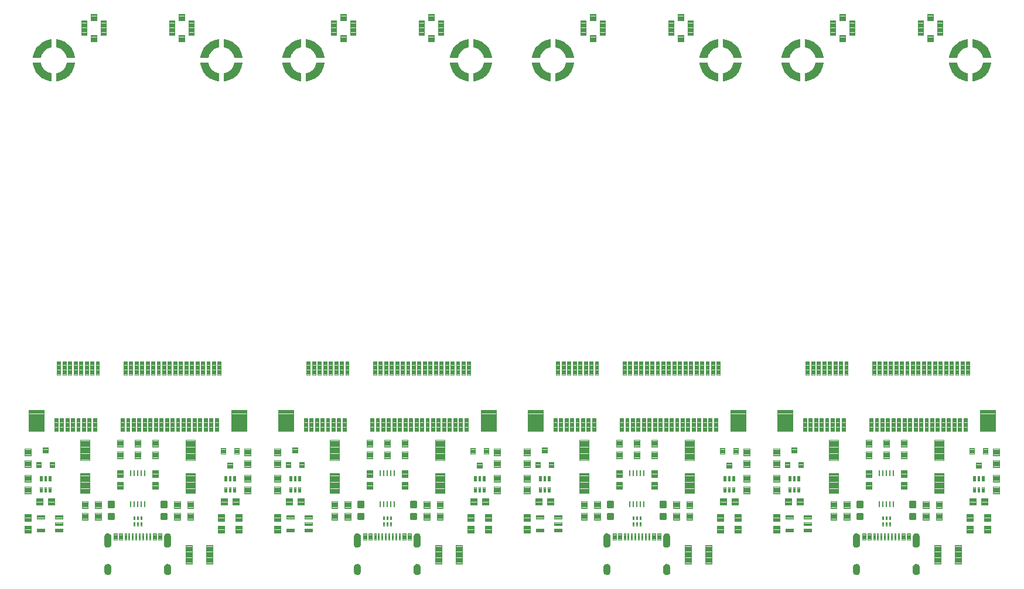
<source format=gtp>
G04 EAGLE Gerber RS-274X export*
G75*
%MOMM*%
%FSLAX34Y34*%
%LPD*%
%INSolderpaste Top*%
%IPPOS*%
%AMOC8*
5,1,8,0,0,1.08239X$1,22.5*%
G01*
%ADD10C,0.102000*%
%ADD11C,0.100000*%
%ADD12C,0.102500*%
%ADD13C,0.104000*%
%ADD14R,0.250000X0.875000*%
%ADD15C,0.300000*%
%ADD16C,0.098000*%
%ADD17C,0.092000*%
%ADD18C,0.099000*%

G36*
X1016225Y722703D02*
X1016225Y722703D01*
X1016269Y722703D01*
X1016321Y722726D01*
X1016376Y722739D01*
X1016411Y722765D01*
X1016452Y722783D01*
X1016490Y722823D01*
X1016536Y722857D01*
X1016558Y722895D01*
X1016589Y722927D01*
X1016608Y722979D01*
X1016637Y723028D01*
X1016646Y723079D01*
X1016659Y723113D01*
X1016657Y723146D01*
X1016665Y723192D01*
X1016665Y734192D01*
X1016654Y734244D01*
X1016653Y734298D01*
X1016635Y734341D01*
X1016625Y734387D01*
X1016595Y734431D01*
X1016573Y734480D01*
X1016539Y734512D01*
X1016513Y734551D01*
X1016467Y734580D01*
X1016428Y734616D01*
X1016377Y734637D01*
X1016345Y734658D01*
X1016314Y734663D01*
X1016274Y734679D01*
X1013540Y735290D01*
X1010976Y736318D01*
X1008611Y737744D01*
X1006507Y739533D01*
X1004718Y741638D01*
X1003291Y744002D01*
X1002263Y746566D01*
X1001653Y749301D01*
X1001631Y749350D01*
X1001619Y749402D01*
X1001591Y749439D01*
X1001572Y749482D01*
X1001532Y749519D01*
X1001501Y749562D01*
X1001460Y749586D01*
X1001426Y749618D01*
X1001376Y749636D01*
X1001330Y749663D01*
X1001275Y749673D01*
X1001239Y749686D01*
X1001208Y749684D01*
X1001166Y749691D01*
X990166Y749691D01*
X990110Y749680D01*
X990054Y749678D01*
X990014Y749660D01*
X989971Y749651D01*
X989924Y749620D01*
X989873Y749596D01*
X989843Y749564D01*
X989807Y749539D01*
X989777Y749492D01*
X989738Y749450D01*
X989724Y749409D01*
X989700Y749371D01*
X989690Y749316D01*
X989671Y749263D01*
X989673Y749211D01*
X989667Y749175D01*
X989674Y749143D01*
X989675Y749138D01*
X989674Y749136D01*
X989675Y749135D01*
X989676Y749097D01*
X990515Y744776D01*
X990527Y744747D01*
X990534Y744704D01*
X992003Y740555D01*
X992020Y740528D01*
X992033Y740487D01*
X994099Y736601D01*
X994120Y736577D01*
X994139Y736538D01*
X996757Y733000D01*
X996781Y732979D01*
X996805Y732944D01*
X999918Y729832D01*
X999932Y729822D01*
X999940Y729811D01*
X999956Y729802D01*
X999974Y729783D01*
X1003512Y727165D01*
X1003541Y727152D01*
X1003575Y727126D01*
X1007461Y725059D01*
X1007492Y725050D01*
X1007529Y725030D01*
X1011678Y723561D01*
X1011709Y723556D01*
X1011750Y723541D01*
X1016070Y722702D01*
X1016127Y722702D01*
X1016182Y722693D01*
X1016225Y722703D01*
G37*
G36*
X1376905Y722703D02*
X1376905Y722703D01*
X1376949Y722703D01*
X1377001Y722726D01*
X1377056Y722739D01*
X1377091Y722765D01*
X1377132Y722783D01*
X1377170Y722823D01*
X1377216Y722857D01*
X1377238Y722895D01*
X1377269Y722927D01*
X1377288Y722979D01*
X1377317Y723028D01*
X1377326Y723079D01*
X1377339Y723113D01*
X1377337Y723146D01*
X1377345Y723192D01*
X1377345Y734192D01*
X1377334Y734244D01*
X1377333Y734298D01*
X1377315Y734341D01*
X1377305Y734387D01*
X1377275Y734431D01*
X1377253Y734480D01*
X1377219Y734512D01*
X1377193Y734551D01*
X1377147Y734580D01*
X1377108Y734616D01*
X1377057Y734637D01*
X1377025Y734658D01*
X1376994Y734663D01*
X1376954Y734679D01*
X1374220Y735290D01*
X1371656Y736318D01*
X1369291Y737744D01*
X1367187Y739533D01*
X1365398Y741638D01*
X1363971Y744002D01*
X1362943Y746566D01*
X1362333Y749301D01*
X1362311Y749350D01*
X1362299Y749402D01*
X1362271Y749439D01*
X1362252Y749482D01*
X1362212Y749519D01*
X1362181Y749562D01*
X1362140Y749586D01*
X1362106Y749618D01*
X1362056Y749636D01*
X1362010Y749663D01*
X1361955Y749673D01*
X1361919Y749686D01*
X1361888Y749684D01*
X1361846Y749691D01*
X1350846Y749691D01*
X1350790Y749680D01*
X1350734Y749678D01*
X1350694Y749660D01*
X1350651Y749651D01*
X1350604Y749620D01*
X1350553Y749596D01*
X1350523Y749564D01*
X1350487Y749539D01*
X1350457Y749492D01*
X1350418Y749450D01*
X1350404Y749409D01*
X1350380Y749371D01*
X1350370Y749316D01*
X1350351Y749263D01*
X1350353Y749211D01*
X1350347Y749175D01*
X1350354Y749143D01*
X1350355Y749138D01*
X1350354Y749136D01*
X1350355Y749135D01*
X1350356Y749097D01*
X1351195Y744776D01*
X1351207Y744747D01*
X1351214Y744704D01*
X1352683Y740555D01*
X1352700Y740528D01*
X1352713Y740487D01*
X1354779Y736601D01*
X1354800Y736577D01*
X1354819Y736538D01*
X1357437Y733000D01*
X1357461Y732979D01*
X1357485Y732944D01*
X1360598Y729832D01*
X1360612Y729822D01*
X1360620Y729811D01*
X1360636Y729802D01*
X1360654Y729783D01*
X1364192Y727165D01*
X1364221Y727152D01*
X1364255Y727126D01*
X1368141Y725059D01*
X1368172Y725050D01*
X1368209Y725030D01*
X1372358Y723561D01*
X1372389Y723556D01*
X1372430Y723541D01*
X1376750Y722702D01*
X1376807Y722702D01*
X1376862Y722693D01*
X1376905Y722703D01*
G37*
G36*
X52854Y722703D02*
X52854Y722703D01*
X52898Y722703D01*
X52950Y722726D01*
X53004Y722739D01*
X53040Y722765D01*
X53080Y722783D01*
X53119Y722823D01*
X53165Y722857D01*
X53187Y722895D01*
X53217Y722927D01*
X53237Y722979D01*
X53266Y723028D01*
X53275Y723079D01*
X53287Y723113D01*
X53286Y723146D01*
X53294Y723192D01*
X53294Y734192D01*
X53283Y734244D01*
X53282Y734298D01*
X53263Y734341D01*
X53254Y734387D01*
X53224Y734431D01*
X53202Y734480D01*
X53168Y734512D01*
X53142Y734551D01*
X53096Y734580D01*
X53057Y734616D01*
X53006Y734637D01*
X52974Y734658D01*
X52943Y734663D01*
X52903Y734679D01*
X50168Y735290D01*
X47605Y736318D01*
X45240Y737744D01*
X43136Y739533D01*
X41347Y741638D01*
X39920Y744002D01*
X38892Y746566D01*
X38282Y749301D01*
X38260Y749350D01*
X38247Y749402D01*
X38220Y749439D01*
X38201Y749482D01*
X38161Y749519D01*
X38129Y749562D01*
X38089Y749586D01*
X38055Y749618D01*
X38005Y749636D01*
X37958Y749663D01*
X37904Y749673D01*
X37868Y749686D01*
X37837Y749684D01*
X37794Y749691D01*
X26794Y749691D01*
X26739Y749680D01*
X26683Y749678D01*
X26643Y749660D01*
X26600Y749651D01*
X26553Y749620D01*
X26502Y749596D01*
X26472Y749564D01*
X26436Y749539D01*
X26405Y749492D01*
X26367Y749450D01*
X26352Y749409D01*
X26329Y749371D01*
X26319Y749316D01*
X26300Y749263D01*
X26302Y749211D01*
X26295Y749175D01*
X26303Y749143D01*
X26303Y749138D01*
X26303Y749136D01*
X26303Y749135D01*
X26304Y749097D01*
X27144Y744776D01*
X27156Y744747D01*
X27163Y744704D01*
X28632Y740555D01*
X28649Y740528D01*
X28662Y740487D01*
X30728Y736601D01*
X30748Y736577D01*
X30768Y736538D01*
X33386Y733000D01*
X33409Y732979D01*
X33434Y732944D01*
X36547Y729832D01*
X36561Y729822D01*
X36569Y729811D01*
X36585Y729802D01*
X36603Y729783D01*
X40141Y727165D01*
X40170Y727152D01*
X40204Y727126D01*
X44090Y725059D01*
X44120Y725050D01*
X44158Y725030D01*
X48307Y723561D01*
X48338Y723556D01*
X48378Y723541D01*
X52699Y722702D01*
X52756Y722702D01*
X52811Y722693D01*
X52854Y722703D01*
G37*
G36*
X294865Y722703D02*
X294865Y722703D01*
X294909Y722703D01*
X294961Y722726D01*
X295016Y722739D01*
X295051Y722765D01*
X295092Y722783D01*
X295130Y722823D01*
X295176Y722857D01*
X295198Y722895D01*
X295229Y722927D01*
X295248Y722979D01*
X295277Y723028D01*
X295286Y723079D01*
X295299Y723113D01*
X295297Y723146D01*
X295305Y723192D01*
X295305Y734192D01*
X295294Y734244D01*
X295293Y734298D01*
X295275Y734341D01*
X295265Y734387D01*
X295235Y734431D01*
X295213Y734480D01*
X295179Y734512D01*
X295153Y734551D01*
X295107Y734580D01*
X295068Y734616D01*
X295017Y734637D01*
X294985Y734658D01*
X294954Y734663D01*
X294914Y734679D01*
X292180Y735290D01*
X289616Y736318D01*
X287251Y737744D01*
X285147Y739533D01*
X283358Y741638D01*
X281931Y744002D01*
X280903Y746566D01*
X280293Y749301D01*
X280271Y749350D01*
X280259Y749402D01*
X280231Y749439D01*
X280212Y749482D01*
X280172Y749519D01*
X280141Y749562D01*
X280100Y749586D01*
X280066Y749618D01*
X280016Y749636D01*
X279970Y749663D01*
X279915Y749673D01*
X279879Y749686D01*
X279848Y749684D01*
X279806Y749691D01*
X268806Y749691D01*
X268750Y749680D01*
X268694Y749678D01*
X268654Y749660D01*
X268611Y749651D01*
X268564Y749620D01*
X268513Y749596D01*
X268483Y749564D01*
X268447Y749539D01*
X268417Y749492D01*
X268378Y749450D01*
X268364Y749409D01*
X268340Y749371D01*
X268330Y749316D01*
X268311Y749263D01*
X268313Y749211D01*
X268307Y749175D01*
X268314Y749143D01*
X268315Y749138D01*
X268314Y749136D01*
X268315Y749135D01*
X268316Y749097D01*
X269155Y744776D01*
X269167Y744747D01*
X269174Y744704D01*
X270643Y740555D01*
X270660Y740528D01*
X270673Y740487D01*
X272739Y736601D01*
X272760Y736577D01*
X272779Y736538D01*
X275397Y733000D01*
X275421Y732979D01*
X275445Y732944D01*
X278558Y729832D01*
X278572Y729822D01*
X278580Y729811D01*
X278596Y729802D01*
X278614Y729783D01*
X282152Y727165D01*
X282181Y727152D01*
X282215Y727126D01*
X286101Y725059D01*
X286132Y725050D01*
X286169Y725030D01*
X290318Y723561D01*
X290349Y723556D01*
X290390Y723541D01*
X294710Y722702D01*
X294767Y722702D01*
X294822Y722693D01*
X294865Y722703D01*
G37*
G36*
X1134894Y722703D02*
X1134894Y722703D01*
X1134938Y722703D01*
X1134990Y722726D01*
X1135044Y722739D01*
X1135080Y722765D01*
X1135120Y722783D01*
X1135159Y722823D01*
X1135205Y722857D01*
X1135227Y722895D01*
X1135257Y722927D01*
X1135277Y722979D01*
X1135306Y723028D01*
X1135315Y723079D01*
X1135327Y723113D01*
X1135326Y723146D01*
X1135334Y723192D01*
X1135334Y734192D01*
X1135323Y734244D01*
X1135322Y734298D01*
X1135303Y734341D01*
X1135294Y734387D01*
X1135264Y734431D01*
X1135242Y734480D01*
X1135208Y734512D01*
X1135182Y734551D01*
X1135136Y734580D01*
X1135097Y734616D01*
X1135046Y734637D01*
X1135014Y734658D01*
X1134983Y734663D01*
X1134943Y734679D01*
X1132208Y735290D01*
X1129645Y736318D01*
X1127280Y737744D01*
X1125176Y739533D01*
X1123387Y741638D01*
X1121960Y744002D01*
X1120932Y746566D01*
X1120322Y749301D01*
X1120300Y749350D01*
X1120287Y749402D01*
X1120260Y749439D01*
X1120241Y749482D01*
X1120201Y749519D01*
X1120169Y749562D01*
X1120129Y749586D01*
X1120095Y749618D01*
X1120045Y749636D01*
X1119998Y749663D01*
X1119944Y749673D01*
X1119908Y749686D01*
X1119877Y749684D01*
X1119834Y749691D01*
X1108834Y749691D01*
X1108779Y749680D01*
X1108723Y749678D01*
X1108683Y749660D01*
X1108640Y749651D01*
X1108593Y749620D01*
X1108542Y749596D01*
X1108512Y749564D01*
X1108476Y749539D01*
X1108445Y749492D01*
X1108407Y749450D01*
X1108392Y749409D01*
X1108369Y749371D01*
X1108359Y749316D01*
X1108340Y749263D01*
X1108342Y749211D01*
X1108335Y749175D01*
X1108343Y749143D01*
X1108343Y749138D01*
X1108343Y749136D01*
X1108343Y749135D01*
X1108344Y749097D01*
X1109184Y744776D01*
X1109196Y744747D01*
X1109203Y744704D01*
X1110672Y740555D01*
X1110689Y740528D01*
X1110702Y740487D01*
X1112768Y736601D01*
X1112788Y736577D01*
X1112808Y736538D01*
X1115426Y733000D01*
X1115449Y732979D01*
X1115474Y732944D01*
X1118587Y729832D01*
X1118601Y729822D01*
X1118609Y729811D01*
X1118625Y729802D01*
X1118643Y729783D01*
X1122181Y727165D01*
X1122210Y727152D01*
X1122244Y727126D01*
X1126130Y725059D01*
X1126160Y725050D01*
X1126198Y725030D01*
X1130347Y723561D01*
X1130378Y723556D01*
X1130418Y723541D01*
X1134739Y722702D01*
X1134796Y722702D01*
X1134851Y722693D01*
X1134894Y722703D01*
G37*
G36*
X413534Y722703D02*
X413534Y722703D01*
X413578Y722703D01*
X413630Y722726D01*
X413684Y722739D01*
X413720Y722765D01*
X413760Y722783D01*
X413799Y722823D01*
X413845Y722857D01*
X413867Y722895D01*
X413897Y722927D01*
X413917Y722979D01*
X413946Y723028D01*
X413955Y723079D01*
X413967Y723113D01*
X413966Y723146D01*
X413974Y723192D01*
X413974Y734192D01*
X413963Y734244D01*
X413962Y734298D01*
X413943Y734341D01*
X413934Y734387D01*
X413904Y734431D01*
X413882Y734480D01*
X413848Y734512D01*
X413822Y734551D01*
X413776Y734580D01*
X413737Y734616D01*
X413686Y734637D01*
X413654Y734658D01*
X413623Y734663D01*
X413583Y734679D01*
X410848Y735290D01*
X408285Y736318D01*
X405920Y737744D01*
X403816Y739533D01*
X402027Y741638D01*
X400600Y744002D01*
X399572Y746566D01*
X398962Y749301D01*
X398940Y749350D01*
X398927Y749402D01*
X398900Y749439D01*
X398881Y749482D01*
X398841Y749519D01*
X398809Y749562D01*
X398769Y749586D01*
X398735Y749618D01*
X398685Y749636D01*
X398638Y749663D01*
X398584Y749673D01*
X398548Y749686D01*
X398517Y749684D01*
X398474Y749691D01*
X387474Y749691D01*
X387419Y749680D01*
X387363Y749678D01*
X387323Y749660D01*
X387280Y749651D01*
X387233Y749620D01*
X387182Y749596D01*
X387152Y749564D01*
X387116Y749539D01*
X387085Y749492D01*
X387047Y749450D01*
X387032Y749409D01*
X387009Y749371D01*
X386999Y749316D01*
X386980Y749263D01*
X386982Y749211D01*
X386975Y749175D01*
X386983Y749143D01*
X386983Y749138D01*
X386983Y749136D01*
X386983Y749135D01*
X386984Y749097D01*
X387824Y744776D01*
X387836Y744747D01*
X387843Y744704D01*
X389312Y740555D01*
X389329Y740528D01*
X389342Y740487D01*
X391408Y736601D01*
X391428Y736577D01*
X391448Y736538D01*
X394066Y733000D01*
X394089Y732979D01*
X394114Y732944D01*
X397227Y729832D01*
X397241Y729822D01*
X397249Y729811D01*
X397265Y729802D01*
X397283Y729783D01*
X400821Y727165D01*
X400850Y727152D01*
X400884Y727126D01*
X404770Y725059D01*
X404800Y725050D01*
X404838Y725030D01*
X408987Y723561D01*
X409018Y723556D01*
X409058Y723541D01*
X413379Y722702D01*
X413436Y722702D01*
X413491Y722693D01*
X413534Y722703D01*
G37*
G36*
X655545Y722703D02*
X655545Y722703D01*
X655589Y722703D01*
X655641Y722726D01*
X655696Y722739D01*
X655731Y722765D01*
X655772Y722783D01*
X655810Y722823D01*
X655856Y722857D01*
X655878Y722895D01*
X655909Y722927D01*
X655928Y722979D01*
X655957Y723028D01*
X655966Y723079D01*
X655979Y723113D01*
X655977Y723146D01*
X655985Y723192D01*
X655985Y734192D01*
X655974Y734244D01*
X655973Y734298D01*
X655955Y734341D01*
X655945Y734387D01*
X655915Y734431D01*
X655893Y734480D01*
X655859Y734512D01*
X655833Y734551D01*
X655787Y734580D01*
X655748Y734616D01*
X655697Y734637D01*
X655665Y734658D01*
X655634Y734663D01*
X655594Y734679D01*
X652860Y735290D01*
X650296Y736318D01*
X647931Y737744D01*
X645827Y739533D01*
X644038Y741638D01*
X642611Y744002D01*
X641583Y746566D01*
X640973Y749301D01*
X640951Y749350D01*
X640939Y749402D01*
X640911Y749439D01*
X640892Y749482D01*
X640852Y749519D01*
X640821Y749562D01*
X640780Y749586D01*
X640746Y749618D01*
X640696Y749636D01*
X640650Y749663D01*
X640595Y749673D01*
X640559Y749686D01*
X640528Y749684D01*
X640486Y749691D01*
X629486Y749691D01*
X629430Y749680D01*
X629374Y749678D01*
X629334Y749660D01*
X629291Y749651D01*
X629244Y749620D01*
X629193Y749596D01*
X629163Y749564D01*
X629127Y749539D01*
X629097Y749492D01*
X629058Y749450D01*
X629044Y749409D01*
X629020Y749371D01*
X629010Y749316D01*
X628991Y749263D01*
X628993Y749211D01*
X628987Y749175D01*
X628994Y749143D01*
X628995Y749138D01*
X628994Y749136D01*
X628995Y749135D01*
X628996Y749097D01*
X629835Y744776D01*
X629847Y744747D01*
X629854Y744704D01*
X631323Y740555D01*
X631340Y740528D01*
X631353Y740487D01*
X633419Y736601D01*
X633440Y736577D01*
X633459Y736538D01*
X636077Y733000D01*
X636101Y732979D01*
X636125Y732944D01*
X639238Y729832D01*
X639252Y729822D01*
X639260Y729811D01*
X639276Y729802D01*
X639294Y729783D01*
X642832Y727165D01*
X642861Y727152D01*
X642895Y727126D01*
X646781Y725059D01*
X646812Y725050D01*
X646849Y725030D01*
X650998Y723561D01*
X651029Y723556D01*
X651070Y723541D01*
X655390Y722702D01*
X655447Y722702D01*
X655502Y722693D01*
X655545Y722703D01*
G37*
G36*
X774214Y722703D02*
X774214Y722703D01*
X774258Y722703D01*
X774310Y722726D01*
X774364Y722739D01*
X774400Y722765D01*
X774440Y722783D01*
X774479Y722823D01*
X774525Y722857D01*
X774547Y722895D01*
X774577Y722927D01*
X774597Y722979D01*
X774626Y723028D01*
X774635Y723079D01*
X774647Y723113D01*
X774646Y723146D01*
X774654Y723192D01*
X774654Y734192D01*
X774643Y734244D01*
X774642Y734298D01*
X774623Y734341D01*
X774614Y734387D01*
X774584Y734431D01*
X774562Y734480D01*
X774528Y734512D01*
X774502Y734551D01*
X774456Y734580D01*
X774417Y734616D01*
X774366Y734637D01*
X774334Y734658D01*
X774303Y734663D01*
X774263Y734679D01*
X771528Y735290D01*
X768965Y736318D01*
X766600Y737744D01*
X764496Y739533D01*
X762707Y741638D01*
X761280Y744002D01*
X760252Y746566D01*
X759642Y749301D01*
X759620Y749350D01*
X759607Y749402D01*
X759580Y749439D01*
X759561Y749482D01*
X759521Y749519D01*
X759489Y749562D01*
X759449Y749586D01*
X759415Y749618D01*
X759365Y749636D01*
X759318Y749663D01*
X759264Y749673D01*
X759228Y749686D01*
X759197Y749684D01*
X759154Y749691D01*
X748154Y749691D01*
X748099Y749680D01*
X748043Y749678D01*
X748003Y749660D01*
X747960Y749651D01*
X747913Y749620D01*
X747862Y749596D01*
X747832Y749564D01*
X747796Y749539D01*
X747765Y749492D01*
X747727Y749450D01*
X747712Y749409D01*
X747689Y749371D01*
X747679Y749316D01*
X747660Y749263D01*
X747662Y749211D01*
X747655Y749175D01*
X747663Y749143D01*
X747663Y749138D01*
X747663Y749136D01*
X747663Y749135D01*
X747664Y749097D01*
X748504Y744776D01*
X748516Y744747D01*
X748523Y744704D01*
X749992Y740555D01*
X750009Y740528D01*
X750022Y740487D01*
X752088Y736601D01*
X752108Y736577D01*
X752128Y736538D01*
X754746Y733000D01*
X754769Y732979D01*
X754794Y732944D01*
X757907Y729832D01*
X757921Y729822D01*
X757929Y729811D01*
X757945Y729802D01*
X757963Y729783D01*
X761501Y727165D01*
X761530Y727152D01*
X761564Y727126D01*
X765450Y725059D01*
X765480Y725050D01*
X765518Y725030D01*
X769667Y723561D01*
X769698Y723556D01*
X769738Y723541D01*
X774059Y722702D01*
X774116Y722702D01*
X774171Y722693D01*
X774214Y722703D01*
G37*
G36*
X640538Y756703D02*
X640538Y756703D01*
X640592Y756704D01*
X640635Y756723D01*
X640680Y756732D01*
X640725Y756763D01*
X640774Y756784D01*
X640806Y756818D01*
X640844Y756845D01*
X640873Y756890D01*
X640910Y756929D01*
X640931Y756980D01*
X640951Y757012D01*
X640957Y757043D01*
X640973Y757083D01*
X641583Y759818D01*
X642611Y762382D01*
X644038Y764746D01*
X645827Y766850D01*
X647931Y768639D01*
X650296Y770066D01*
X652860Y771094D01*
X655594Y771705D01*
X655643Y771726D01*
X655696Y771739D01*
X655733Y771767D01*
X655776Y771786D01*
X655813Y771825D01*
X655856Y771857D01*
X655880Y771897D01*
X655911Y771931D01*
X655930Y771982D01*
X655957Y772028D01*
X655966Y772082D01*
X655979Y772118D01*
X655978Y772150D01*
X655985Y772192D01*
X655985Y783192D01*
X655974Y783247D01*
X655972Y783303D01*
X655954Y783343D01*
X655945Y783387D01*
X655913Y783433D01*
X655890Y783484D01*
X655858Y783514D01*
X655833Y783551D01*
X655785Y783581D01*
X655744Y783619D01*
X655702Y783634D01*
X655665Y783658D01*
X655610Y783667D01*
X655557Y783686D01*
X655505Y783685D01*
X655469Y783691D01*
X655437Y783683D01*
X655390Y783682D01*
X651070Y782842D01*
X651040Y782830D01*
X650998Y782823D01*
X646849Y781354D01*
X646822Y781338D01*
X646781Y781324D01*
X642895Y779258D01*
X642870Y779238D01*
X642832Y779218D01*
X639294Y776600D01*
X639273Y776577D01*
X639238Y776552D01*
X636125Y773440D01*
X636108Y773413D01*
X636077Y773384D01*
X633459Y769845D01*
X633446Y769817D01*
X633419Y769783D01*
X631353Y765896D01*
X631346Y765872D01*
X631337Y765859D01*
X631336Y765851D01*
X631323Y765828D01*
X629854Y761679D01*
X629850Y761648D01*
X629835Y761608D01*
X628996Y757287D01*
X628996Y757231D01*
X628987Y757175D01*
X628997Y757132D01*
X628997Y757088D01*
X629020Y757037D01*
X629033Y756982D01*
X629059Y756946D01*
X629076Y756906D01*
X629117Y756867D01*
X629151Y756822D01*
X629188Y756799D01*
X629221Y756769D01*
X629273Y756749D01*
X629322Y756720D01*
X629372Y756712D01*
X629407Y756699D01*
X629440Y756700D01*
X629486Y756693D01*
X640486Y756693D01*
X640538Y756703D01*
G37*
G36*
X398527Y756703D02*
X398527Y756703D01*
X398581Y756704D01*
X398623Y756723D01*
X398669Y756732D01*
X398714Y756763D01*
X398763Y756784D01*
X398795Y756818D01*
X398833Y756845D01*
X398862Y756890D01*
X398899Y756929D01*
X398920Y756980D01*
X398940Y757012D01*
X398946Y757043D01*
X398962Y757083D01*
X399572Y759818D01*
X400600Y762382D01*
X402027Y764746D01*
X403816Y766850D01*
X405920Y768639D01*
X408285Y770066D01*
X410848Y771094D01*
X413583Y771705D01*
X413632Y771726D01*
X413684Y771739D01*
X413722Y771767D01*
X413765Y771786D01*
X413801Y771825D01*
X413845Y771857D01*
X413868Y771897D01*
X413900Y771931D01*
X413919Y771982D01*
X413946Y772028D01*
X413955Y772082D01*
X413968Y772118D01*
X413967Y772150D01*
X413974Y772192D01*
X413974Y783192D01*
X413962Y783247D01*
X413961Y783303D01*
X413943Y783343D01*
X413934Y783387D01*
X413902Y783433D01*
X413879Y783484D01*
X413847Y783514D01*
X413822Y783551D01*
X413774Y783581D01*
X413733Y783619D01*
X413691Y783634D01*
X413654Y783658D01*
X413598Y783667D01*
X413546Y783686D01*
X413494Y783685D01*
X413458Y783691D01*
X413425Y783683D01*
X413379Y783682D01*
X409058Y782842D01*
X409029Y782830D01*
X408987Y782823D01*
X404838Y781354D01*
X404811Y781338D01*
X404770Y781324D01*
X400884Y779258D01*
X400859Y779238D01*
X400821Y779218D01*
X397283Y776600D01*
X397261Y776577D01*
X397227Y776552D01*
X394114Y773440D01*
X394097Y773413D01*
X394066Y773384D01*
X391448Y769845D01*
X391434Y769817D01*
X391408Y769783D01*
X389342Y765896D01*
X389335Y765872D01*
X389326Y765859D01*
X389325Y765851D01*
X389312Y765828D01*
X387843Y761679D01*
X387839Y761648D01*
X387824Y761608D01*
X386984Y757287D01*
X386985Y757231D01*
X386975Y757175D01*
X386986Y757132D01*
X386986Y757088D01*
X387008Y757037D01*
X387021Y756982D01*
X387048Y756946D01*
X387065Y756906D01*
X387106Y756867D01*
X387139Y756822D01*
X387177Y756799D01*
X387209Y756769D01*
X387262Y756749D01*
X387310Y756720D01*
X387361Y756712D01*
X387395Y756699D01*
X387429Y756700D01*
X387474Y756693D01*
X398474Y756693D01*
X398527Y756703D01*
G37*
G36*
X279858Y756703D02*
X279858Y756703D01*
X279912Y756704D01*
X279955Y756723D01*
X280000Y756732D01*
X280045Y756763D01*
X280094Y756784D01*
X280126Y756818D01*
X280164Y756845D01*
X280193Y756890D01*
X280230Y756929D01*
X280251Y756980D01*
X280271Y757012D01*
X280277Y757043D01*
X280293Y757083D01*
X280903Y759818D01*
X281931Y762382D01*
X283358Y764746D01*
X285147Y766850D01*
X287251Y768639D01*
X289616Y770066D01*
X292180Y771094D01*
X294914Y771705D01*
X294963Y771726D01*
X295016Y771739D01*
X295053Y771767D01*
X295096Y771786D01*
X295133Y771825D01*
X295176Y771857D01*
X295200Y771897D01*
X295231Y771931D01*
X295250Y771982D01*
X295277Y772028D01*
X295286Y772082D01*
X295299Y772118D01*
X295298Y772150D01*
X295305Y772192D01*
X295305Y783192D01*
X295294Y783247D01*
X295292Y783303D01*
X295274Y783343D01*
X295265Y783387D01*
X295233Y783433D01*
X295210Y783484D01*
X295178Y783514D01*
X295153Y783551D01*
X295105Y783581D01*
X295064Y783619D01*
X295022Y783634D01*
X294985Y783658D01*
X294930Y783667D01*
X294877Y783686D01*
X294825Y783685D01*
X294789Y783691D01*
X294757Y783683D01*
X294710Y783682D01*
X290390Y782842D01*
X290360Y782830D01*
X290318Y782823D01*
X286169Y781354D01*
X286142Y781338D01*
X286101Y781324D01*
X282215Y779258D01*
X282190Y779238D01*
X282152Y779218D01*
X278614Y776600D01*
X278593Y776577D01*
X278558Y776552D01*
X275445Y773440D01*
X275428Y773413D01*
X275397Y773384D01*
X272779Y769845D01*
X272766Y769817D01*
X272739Y769783D01*
X270673Y765896D01*
X270666Y765872D01*
X270657Y765859D01*
X270656Y765851D01*
X270643Y765828D01*
X269174Y761679D01*
X269170Y761648D01*
X269155Y761608D01*
X268316Y757287D01*
X268316Y757231D01*
X268307Y757175D01*
X268317Y757132D01*
X268317Y757088D01*
X268340Y757037D01*
X268353Y756982D01*
X268379Y756946D01*
X268396Y756906D01*
X268437Y756867D01*
X268471Y756822D01*
X268508Y756799D01*
X268541Y756769D01*
X268593Y756749D01*
X268642Y756720D01*
X268692Y756712D01*
X268727Y756699D01*
X268760Y756700D01*
X268806Y756693D01*
X279806Y756693D01*
X279858Y756703D01*
G37*
G36*
X37847Y756703D02*
X37847Y756703D01*
X37901Y756704D01*
X37943Y756723D01*
X37989Y756732D01*
X38034Y756763D01*
X38083Y756784D01*
X38115Y756818D01*
X38153Y756845D01*
X38182Y756890D01*
X38219Y756929D01*
X38240Y756980D01*
X38260Y757012D01*
X38266Y757043D01*
X38282Y757083D01*
X38892Y759818D01*
X39920Y762382D01*
X41347Y764746D01*
X43136Y766850D01*
X45240Y768639D01*
X47605Y770066D01*
X50168Y771094D01*
X52903Y771705D01*
X52952Y771726D01*
X53004Y771739D01*
X53042Y771767D01*
X53085Y771786D01*
X53121Y771825D01*
X53165Y771857D01*
X53188Y771897D01*
X53220Y771931D01*
X53239Y771982D01*
X53266Y772028D01*
X53275Y772082D01*
X53288Y772118D01*
X53287Y772150D01*
X53294Y772192D01*
X53294Y783192D01*
X53282Y783247D01*
X53281Y783303D01*
X53263Y783343D01*
X53254Y783387D01*
X53222Y783433D01*
X53199Y783484D01*
X53167Y783514D01*
X53142Y783551D01*
X53094Y783581D01*
X53053Y783619D01*
X53011Y783634D01*
X52974Y783658D01*
X52918Y783667D01*
X52866Y783686D01*
X52814Y783685D01*
X52778Y783691D01*
X52745Y783683D01*
X52699Y783682D01*
X48378Y782842D01*
X48349Y782830D01*
X48307Y782823D01*
X44158Y781354D01*
X44131Y781338D01*
X44090Y781324D01*
X40204Y779258D01*
X40179Y779238D01*
X40141Y779218D01*
X36603Y776600D01*
X36581Y776577D01*
X36547Y776552D01*
X33434Y773440D01*
X33417Y773413D01*
X33386Y773384D01*
X30768Y769845D01*
X30754Y769817D01*
X30728Y769783D01*
X28662Y765896D01*
X28655Y765872D01*
X28646Y765859D01*
X28645Y765851D01*
X28632Y765828D01*
X27163Y761679D01*
X27159Y761648D01*
X27144Y761608D01*
X26304Y757287D01*
X26305Y757231D01*
X26295Y757175D01*
X26306Y757132D01*
X26306Y757088D01*
X26328Y757037D01*
X26341Y756982D01*
X26368Y756946D01*
X26385Y756906D01*
X26426Y756867D01*
X26459Y756822D01*
X26497Y756799D01*
X26529Y756769D01*
X26582Y756749D01*
X26630Y756720D01*
X26681Y756712D01*
X26715Y756699D01*
X26749Y756700D01*
X26794Y756693D01*
X37794Y756693D01*
X37847Y756703D01*
G37*
G36*
X1001218Y756703D02*
X1001218Y756703D01*
X1001272Y756704D01*
X1001315Y756723D01*
X1001360Y756732D01*
X1001405Y756763D01*
X1001454Y756784D01*
X1001486Y756818D01*
X1001524Y756845D01*
X1001553Y756890D01*
X1001590Y756929D01*
X1001611Y756980D01*
X1001631Y757012D01*
X1001637Y757043D01*
X1001653Y757083D01*
X1002263Y759818D01*
X1003291Y762382D01*
X1004718Y764746D01*
X1006507Y766850D01*
X1008611Y768639D01*
X1010976Y770066D01*
X1013540Y771094D01*
X1016274Y771705D01*
X1016323Y771726D01*
X1016376Y771739D01*
X1016413Y771767D01*
X1016456Y771786D01*
X1016493Y771825D01*
X1016536Y771857D01*
X1016560Y771897D01*
X1016591Y771931D01*
X1016610Y771982D01*
X1016637Y772028D01*
X1016646Y772082D01*
X1016659Y772118D01*
X1016658Y772150D01*
X1016665Y772192D01*
X1016665Y783192D01*
X1016654Y783247D01*
X1016652Y783303D01*
X1016634Y783343D01*
X1016625Y783387D01*
X1016593Y783433D01*
X1016570Y783484D01*
X1016538Y783514D01*
X1016513Y783551D01*
X1016465Y783581D01*
X1016424Y783619D01*
X1016382Y783634D01*
X1016345Y783658D01*
X1016290Y783667D01*
X1016237Y783686D01*
X1016185Y783685D01*
X1016149Y783691D01*
X1016117Y783683D01*
X1016070Y783682D01*
X1011750Y782842D01*
X1011720Y782830D01*
X1011678Y782823D01*
X1007529Y781354D01*
X1007502Y781338D01*
X1007461Y781324D01*
X1003575Y779258D01*
X1003550Y779238D01*
X1003512Y779218D01*
X999974Y776600D01*
X999953Y776577D01*
X999918Y776552D01*
X996805Y773440D01*
X996788Y773413D01*
X996757Y773384D01*
X994139Y769845D01*
X994126Y769817D01*
X994099Y769783D01*
X992033Y765896D01*
X992026Y765872D01*
X992017Y765859D01*
X992016Y765851D01*
X992003Y765828D01*
X990534Y761679D01*
X990530Y761648D01*
X990515Y761608D01*
X989676Y757287D01*
X989676Y757231D01*
X989667Y757175D01*
X989677Y757132D01*
X989677Y757088D01*
X989700Y757037D01*
X989713Y756982D01*
X989739Y756946D01*
X989756Y756906D01*
X989797Y756867D01*
X989831Y756822D01*
X989868Y756799D01*
X989901Y756769D01*
X989953Y756749D01*
X990002Y756720D01*
X990052Y756712D01*
X990087Y756699D01*
X990120Y756700D01*
X990166Y756693D01*
X1001166Y756693D01*
X1001218Y756703D01*
G37*
G36*
X759207Y756703D02*
X759207Y756703D01*
X759261Y756704D01*
X759303Y756723D01*
X759349Y756732D01*
X759394Y756763D01*
X759443Y756784D01*
X759475Y756818D01*
X759513Y756845D01*
X759542Y756890D01*
X759579Y756929D01*
X759600Y756980D01*
X759620Y757012D01*
X759626Y757043D01*
X759642Y757083D01*
X760252Y759818D01*
X761280Y762382D01*
X762707Y764746D01*
X764496Y766850D01*
X766600Y768639D01*
X768965Y770066D01*
X771528Y771094D01*
X774263Y771705D01*
X774312Y771726D01*
X774364Y771739D01*
X774402Y771767D01*
X774445Y771786D01*
X774481Y771825D01*
X774525Y771857D01*
X774548Y771897D01*
X774580Y771931D01*
X774599Y771982D01*
X774626Y772028D01*
X774635Y772082D01*
X774648Y772118D01*
X774647Y772150D01*
X774654Y772192D01*
X774654Y783192D01*
X774642Y783247D01*
X774641Y783303D01*
X774623Y783343D01*
X774614Y783387D01*
X774582Y783433D01*
X774559Y783484D01*
X774527Y783514D01*
X774502Y783551D01*
X774454Y783581D01*
X774413Y783619D01*
X774371Y783634D01*
X774334Y783658D01*
X774278Y783667D01*
X774226Y783686D01*
X774174Y783685D01*
X774138Y783691D01*
X774105Y783683D01*
X774059Y783682D01*
X769738Y782842D01*
X769709Y782830D01*
X769667Y782823D01*
X765518Y781354D01*
X765491Y781338D01*
X765450Y781324D01*
X761564Y779258D01*
X761539Y779238D01*
X761501Y779218D01*
X757963Y776600D01*
X757941Y776577D01*
X757907Y776552D01*
X754794Y773440D01*
X754777Y773413D01*
X754746Y773384D01*
X752128Y769845D01*
X752114Y769817D01*
X752088Y769783D01*
X750022Y765896D01*
X750015Y765872D01*
X750006Y765859D01*
X750005Y765851D01*
X749992Y765828D01*
X748523Y761679D01*
X748519Y761648D01*
X748504Y761608D01*
X747664Y757287D01*
X747665Y757231D01*
X747655Y757175D01*
X747666Y757132D01*
X747666Y757088D01*
X747688Y757037D01*
X747701Y756982D01*
X747728Y756946D01*
X747745Y756906D01*
X747786Y756867D01*
X747819Y756822D01*
X747857Y756799D01*
X747889Y756769D01*
X747942Y756749D01*
X747990Y756720D01*
X748041Y756712D01*
X748075Y756699D01*
X748109Y756700D01*
X748154Y756693D01*
X759154Y756693D01*
X759207Y756703D01*
G37*
G36*
X1119887Y756703D02*
X1119887Y756703D01*
X1119941Y756704D01*
X1119983Y756723D01*
X1120029Y756732D01*
X1120074Y756763D01*
X1120123Y756784D01*
X1120155Y756818D01*
X1120193Y756845D01*
X1120222Y756890D01*
X1120259Y756929D01*
X1120280Y756980D01*
X1120300Y757012D01*
X1120306Y757043D01*
X1120322Y757083D01*
X1120932Y759818D01*
X1121960Y762382D01*
X1123387Y764746D01*
X1125176Y766850D01*
X1127280Y768639D01*
X1129645Y770066D01*
X1132208Y771094D01*
X1134943Y771705D01*
X1134992Y771726D01*
X1135044Y771739D01*
X1135082Y771767D01*
X1135125Y771786D01*
X1135161Y771825D01*
X1135205Y771857D01*
X1135228Y771897D01*
X1135260Y771931D01*
X1135279Y771982D01*
X1135306Y772028D01*
X1135315Y772082D01*
X1135328Y772118D01*
X1135327Y772150D01*
X1135334Y772192D01*
X1135334Y783192D01*
X1135322Y783247D01*
X1135321Y783303D01*
X1135303Y783343D01*
X1135294Y783387D01*
X1135262Y783433D01*
X1135239Y783484D01*
X1135207Y783514D01*
X1135182Y783551D01*
X1135134Y783581D01*
X1135093Y783619D01*
X1135051Y783634D01*
X1135014Y783658D01*
X1134958Y783667D01*
X1134906Y783686D01*
X1134854Y783685D01*
X1134818Y783691D01*
X1134785Y783683D01*
X1134739Y783682D01*
X1130418Y782842D01*
X1130389Y782830D01*
X1130347Y782823D01*
X1126198Y781354D01*
X1126171Y781338D01*
X1126130Y781324D01*
X1122244Y779258D01*
X1122219Y779238D01*
X1122181Y779218D01*
X1118643Y776600D01*
X1118621Y776577D01*
X1118587Y776552D01*
X1115474Y773440D01*
X1115457Y773413D01*
X1115426Y773384D01*
X1112808Y769845D01*
X1112794Y769817D01*
X1112768Y769783D01*
X1110702Y765896D01*
X1110695Y765872D01*
X1110686Y765859D01*
X1110685Y765851D01*
X1110672Y765828D01*
X1109203Y761679D01*
X1109199Y761648D01*
X1109184Y761608D01*
X1108344Y757287D01*
X1108345Y757231D01*
X1108335Y757175D01*
X1108346Y757132D01*
X1108346Y757088D01*
X1108368Y757037D01*
X1108381Y756982D01*
X1108408Y756946D01*
X1108425Y756906D01*
X1108466Y756867D01*
X1108499Y756822D01*
X1108537Y756799D01*
X1108569Y756769D01*
X1108622Y756749D01*
X1108670Y756720D01*
X1108721Y756712D01*
X1108755Y756699D01*
X1108789Y756700D01*
X1108834Y756693D01*
X1119834Y756693D01*
X1119887Y756703D01*
G37*
G36*
X1361898Y756703D02*
X1361898Y756703D01*
X1361952Y756704D01*
X1361995Y756723D01*
X1362040Y756732D01*
X1362085Y756763D01*
X1362134Y756784D01*
X1362166Y756818D01*
X1362204Y756845D01*
X1362233Y756890D01*
X1362270Y756929D01*
X1362291Y756980D01*
X1362311Y757012D01*
X1362317Y757043D01*
X1362333Y757083D01*
X1362943Y759818D01*
X1363971Y762382D01*
X1365398Y764746D01*
X1367187Y766850D01*
X1369291Y768639D01*
X1371656Y770066D01*
X1374220Y771094D01*
X1376954Y771705D01*
X1377003Y771726D01*
X1377056Y771739D01*
X1377093Y771767D01*
X1377136Y771786D01*
X1377173Y771825D01*
X1377216Y771857D01*
X1377240Y771897D01*
X1377271Y771931D01*
X1377290Y771982D01*
X1377317Y772028D01*
X1377326Y772082D01*
X1377339Y772118D01*
X1377338Y772150D01*
X1377345Y772192D01*
X1377345Y783192D01*
X1377334Y783247D01*
X1377332Y783303D01*
X1377314Y783343D01*
X1377305Y783387D01*
X1377273Y783433D01*
X1377250Y783484D01*
X1377218Y783514D01*
X1377193Y783551D01*
X1377145Y783581D01*
X1377104Y783619D01*
X1377062Y783634D01*
X1377025Y783658D01*
X1376970Y783667D01*
X1376917Y783686D01*
X1376865Y783685D01*
X1376829Y783691D01*
X1376797Y783683D01*
X1376750Y783682D01*
X1372430Y782842D01*
X1372400Y782830D01*
X1372358Y782823D01*
X1368209Y781354D01*
X1368182Y781338D01*
X1368141Y781324D01*
X1364255Y779258D01*
X1364230Y779238D01*
X1364192Y779218D01*
X1360654Y776600D01*
X1360633Y776577D01*
X1360598Y776552D01*
X1357485Y773440D01*
X1357468Y773413D01*
X1357437Y773384D01*
X1354819Y769845D01*
X1354806Y769817D01*
X1354779Y769783D01*
X1352713Y765896D01*
X1352706Y765872D01*
X1352697Y765859D01*
X1352696Y765851D01*
X1352683Y765828D01*
X1351214Y761679D01*
X1351210Y761648D01*
X1351195Y761608D01*
X1350356Y757287D01*
X1350356Y757231D01*
X1350347Y757175D01*
X1350357Y757132D01*
X1350357Y757088D01*
X1350380Y757037D01*
X1350393Y756982D01*
X1350419Y756946D01*
X1350436Y756906D01*
X1350477Y756867D01*
X1350511Y756822D01*
X1350548Y756799D01*
X1350581Y756769D01*
X1350633Y756749D01*
X1350682Y756720D01*
X1350732Y756712D01*
X1350767Y756699D01*
X1350800Y756700D01*
X1350846Y756693D01*
X1361846Y756693D01*
X1361898Y756703D01*
G37*
G36*
X1410901Y756704D02*
X1410901Y756704D01*
X1410957Y756705D01*
X1410997Y756723D01*
X1411040Y756732D01*
X1411087Y756764D01*
X1411138Y756787D01*
X1411168Y756820D01*
X1411204Y756845D01*
X1411235Y756892D01*
X1411273Y756933D01*
X1411288Y756975D01*
X1411311Y757012D01*
X1411321Y757068D01*
X1411340Y757121D01*
X1411339Y757172D01*
X1411345Y757208D01*
X1411337Y757241D01*
X1411336Y757287D01*
X1410496Y761608D01*
X1410484Y761637D01*
X1410477Y761679D01*
X1409008Y765828D01*
X1408991Y765856D01*
X1408983Y765883D01*
X1408981Y765889D01*
X1408980Y765891D01*
X1408978Y765896D01*
X1406912Y769783D01*
X1406892Y769807D01*
X1406872Y769845D01*
X1404254Y773384D01*
X1404231Y773405D01*
X1404206Y773440D01*
X1401093Y776552D01*
X1401067Y776570D01*
X1401037Y776600D01*
X1397499Y779218D01*
X1397470Y779232D01*
X1397437Y779258D01*
X1393550Y781324D01*
X1393520Y781333D01*
X1393482Y781354D01*
X1389333Y782823D01*
X1389302Y782827D01*
X1389262Y782842D01*
X1384941Y783682D01*
X1384884Y783681D01*
X1384829Y783691D01*
X1384786Y783681D01*
X1384742Y783680D01*
X1384690Y783658D01*
X1384636Y783645D01*
X1384600Y783619D01*
X1384560Y783601D01*
X1384521Y783560D01*
X1384476Y783527D01*
X1384453Y783489D01*
X1384423Y783457D01*
X1384403Y783404D01*
X1384374Y783356D01*
X1384365Y783305D01*
X1384353Y783271D01*
X1384354Y783237D01*
X1384346Y783192D01*
X1384346Y772192D01*
X1384357Y772139D01*
X1384358Y772086D01*
X1384377Y772043D01*
X1384386Y771997D01*
X1384416Y771953D01*
X1384438Y771904D01*
X1384472Y771872D01*
X1384498Y771833D01*
X1384544Y771804D01*
X1384583Y771767D01*
X1384634Y771747D01*
X1384666Y771726D01*
X1384697Y771721D01*
X1384737Y771705D01*
X1387472Y771094D01*
X1390035Y770066D01*
X1392400Y768639D01*
X1394504Y766850D01*
X1396293Y764746D01*
X1397720Y762382D01*
X1398748Y759818D01*
X1399358Y757083D01*
X1399380Y757034D01*
X1399393Y756982D01*
X1399420Y756944D01*
X1399439Y756901D01*
X1399479Y756865D01*
X1399511Y756822D01*
X1399551Y756798D01*
X1399585Y756766D01*
X1399635Y756748D01*
X1399682Y756720D01*
X1399736Y756711D01*
X1399772Y756698D01*
X1399803Y756700D01*
X1399846Y756693D01*
X1410846Y756693D01*
X1410901Y756704D01*
G37*
G36*
X328861Y756704D02*
X328861Y756704D01*
X328917Y756705D01*
X328957Y756723D01*
X329000Y756732D01*
X329047Y756764D01*
X329098Y756787D01*
X329128Y756820D01*
X329164Y756845D01*
X329195Y756892D01*
X329233Y756933D01*
X329248Y756975D01*
X329271Y757012D01*
X329281Y757068D01*
X329300Y757121D01*
X329299Y757172D01*
X329305Y757208D01*
X329297Y757241D01*
X329296Y757287D01*
X328456Y761608D01*
X328444Y761637D01*
X328437Y761679D01*
X326968Y765828D01*
X326951Y765856D01*
X326943Y765883D01*
X326941Y765889D01*
X326940Y765891D01*
X326938Y765896D01*
X324872Y769783D01*
X324852Y769807D01*
X324832Y769845D01*
X322214Y773384D01*
X322191Y773405D01*
X322166Y773440D01*
X319053Y776552D01*
X319027Y776570D01*
X318997Y776600D01*
X315459Y779218D01*
X315430Y779232D01*
X315397Y779258D01*
X311510Y781324D01*
X311480Y781333D01*
X311442Y781354D01*
X307293Y782823D01*
X307262Y782827D01*
X307222Y782842D01*
X302901Y783682D01*
X302844Y783681D01*
X302789Y783691D01*
X302746Y783681D01*
X302702Y783680D01*
X302650Y783658D01*
X302596Y783645D01*
X302560Y783619D01*
X302520Y783601D01*
X302481Y783560D01*
X302436Y783527D01*
X302413Y783489D01*
X302383Y783457D01*
X302363Y783404D01*
X302334Y783356D01*
X302325Y783305D01*
X302313Y783271D01*
X302314Y783237D01*
X302306Y783192D01*
X302306Y772192D01*
X302317Y772139D01*
X302318Y772086D01*
X302337Y772043D01*
X302346Y771997D01*
X302376Y771953D01*
X302398Y771904D01*
X302432Y771872D01*
X302458Y771833D01*
X302504Y771804D01*
X302543Y771767D01*
X302594Y771747D01*
X302626Y771726D01*
X302657Y771721D01*
X302697Y771705D01*
X305432Y771094D01*
X307995Y770066D01*
X310360Y768639D01*
X312464Y766850D01*
X314253Y764746D01*
X315680Y762382D01*
X316708Y759818D01*
X317318Y757083D01*
X317340Y757034D01*
X317353Y756982D01*
X317380Y756944D01*
X317399Y756901D01*
X317439Y756865D01*
X317471Y756822D01*
X317511Y756798D01*
X317545Y756766D01*
X317595Y756748D01*
X317642Y756720D01*
X317696Y756711D01*
X317732Y756698D01*
X317763Y756700D01*
X317806Y756693D01*
X328806Y756693D01*
X328861Y756704D01*
G37*
G36*
X86850Y756704D02*
X86850Y756704D01*
X86906Y756705D01*
X86946Y756723D01*
X86989Y756732D01*
X87036Y756764D01*
X87087Y756787D01*
X87117Y756820D01*
X87153Y756845D01*
X87183Y756892D01*
X87222Y756933D01*
X87237Y756975D01*
X87260Y757012D01*
X87270Y757068D01*
X87289Y757121D01*
X87287Y757172D01*
X87293Y757208D01*
X87286Y757241D01*
X87285Y757287D01*
X86445Y761608D01*
X86433Y761637D01*
X86426Y761679D01*
X84957Y765828D01*
X84940Y765856D01*
X84931Y765883D01*
X84930Y765889D01*
X84929Y765891D01*
X84927Y765896D01*
X82861Y769783D01*
X82840Y769807D01*
X82821Y769845D01*
X80203Y773384D01*
X80179Y773405D01*
X80155Y773440D01*
X77042Y776552D01*
X77016Y776570D01*
X76986Y776600D01*
X73448Y779218D01*
X73419Y779232D01*
X73385Y779258D01*
X69499Y781324D01*
X69469Y781333D01*
X69431Y781354D01*
X65282Y782823D01*
X65251Y782827D01*
X65210Y782842D01*
X60890Y783682D01*
X60833Y783681D01*
X60778Y783691D01*
X60735Y783681D01*
X60691Y783680D01*
X60639Y783658D01*
X60584Y783645D01*
X60549Y783619D01*
X60508Y783601D01*
X60470Y783560D01*
X60424Y783527D01*
X60402Y783489D01*
X60371Y783457D01*
X60352Y783404D01*
X60323Y783356D01*
X60314Y783305D01*
X60301Y783271D01*
X60303Y783237D01*
X60295Y783192D01*
X60295Y772192D01*
X60306Y772139D01*
X60307Y772086D01*
X60325Y772043D01*
X60335Y771997D01*
X60365Y771953D01*
X60387Y771904D01*
X60421Y771872D01*
X60447Y771833D01*
X60493Y771804D01*
X60532Y771767D01*
X60583Y771747D01*
X60615Y771726D01*
X60646Y771721D01*
X60686Y771705D01*
X63420Y771094D01*
X65984Y770066D01*
X68349Y768639D01*
X70453Y766850D01*
X72242Y764746D01*
X73669Y762382D01*
X74697Y759818D01*
X75307Y757083D01*
X75329Y757034D01*
X75341Y756982D01*
X75369Y756944D01*
X75388Y756901D01*
X75428Y756865D01*
X75459Y756822D01*
X75500Y756798D01*
X75534Y756766D01*
X75584Y756748D01*
X75630Y756720D01*
X75685Y756711D01*
X75721Y756698D01*
X75752Y756700D01*
X75794Y756693D01*
X86794Y756693D01*
X86850Y756704D01*
G37*
G36*
X808210Y756704D02*
X808210Y756704D01*
X808266Y756705D01*
X808306Y756723D01*
X808349Y756732D01*
X808396Y756764D01*
X808447Y756787D01*
X808477Y756820D01*
X808513Y756845D01*
X808543Y756892D01*
X808582Y756933D01*
X808597Y756975D01*
X808620Y757012D01*
X808630Y757068D01*
X808649Y757121D01*
X808647Y757172D01*
X808653Y757208D01*
X808646Y757241D01*
X808645Y757287D01*
X807805Y761608D01*
X807793Y761637D01*
X807786Y761679D01*
X806317Y765828D01*
X806300Y765856D01*
X806291Y765883D01*
X806290Y765889D01*
X806289Y765891D01*
X806287Y765896D01*
X804221Y769783D01*
X804200Y769807D01*
X804181Y769845D01*
X801563Y773384D01*
X801539Y773405D01*
X801515Y773440D01*
X798402Y776552D01*
X798376Y776570D01*
X798346Y776600D01*
X794808Y779218D01*
X794779Y779232D01*
X794745Y779258D01*
X790859Y781324D01*
X790829Y781333D01*
X790791Y781354D01*
X786642Y782823D01*
X786611Y782827D01*
X786570Y782842D01*
X782250Y783682D01*
X782193Y783681D01*
X782138Y783691D01*
X782095Y783681D01*
X782051Y783680D01*
X781999Y783658D01*
X781944Y783645D01*
X781909Y783619D01*
X781868Y783601D01*
X781830Y783560D01*
X781784Y783527D01*
X781762Y783489D01*
X781731Y783457D01*
X781712Y783404D01*
X781683Y783356D01*
X781674Y783305D01*
X781661Y783271D01*
X781663Y783237D01*
X781655Y783192D01*
X781655Y772192D01*
X781666Y772139D01*
X781667Y772086D01*
X781685Y772043D01*
X781695Y771997D01*
X781725Y771953D01*
X781747Y771904D01*
X781781Y771872D01*
X781807Y771833D01*
X781853Y771804D01*
X781892Y771767D01*
X781943Y771747D01*
X781975Y771726D01*
X782006Y771721D01*
X782046Y771705D01*
X784780Y771094D01*
X787344Y770066D01*
X789709Y768639D01*
X791813Y766850D01*
X793602Y764746D01*
X795029Y762382D01*
X796057Y759818D01*
X796667Y757083D01*
X796689Y757034D01*
X796701Y756982D01*
X796729Y756944D01*
X796748Y756901D01*
X796788Y756865D01*
X796819Y756822D01*
X796860Y756798D01*
X796894Y756766D01*
X796944Y756748D01*
X796990Y756720D01*
X797045Y756711D01*
X797081Y756698D01*
X797112Y756700D01*
X797154Y756693D01*
X808154Y756693D01*
X808210Y756704D01*
G37*
G36*
X447530Y756704D02*
X447530Y756704D01*
X447586Y756705D01*
X447626Y756723D01*
X447669Y756732D01*
X447716Y756764D01*
X447767Y756787D01*
X447797Y756820D01*
X447833Y756845D01*
X447863Y756892D01*
X447902Y756933D01*
X447917Y756975D01*
X447940Y757012D01*
X447950Y757068D01*
X447969Y757121D01*
X447967Y757172D01*
X447973Y757208D01*
X447966Y757241D01*
X447965Y757287D01*
X447125Y761608D01*
X447113Y761637D01*
X447106Y761679D01*
X445637Y765828D01*
X445620Y765856D01*
X445611Y765883D01*
X445610Y765889D01*
X445609Y765891D01*
X445607Y765896D01*
X443541Y769783D01*
X443520Y769807D01*
X443501Y769845D01*
X440883Y773384D01*
X440859Y773405D01*
X440835Y773440D01*
X437722Y776552D01*
X437696Y776570D01*
X437666Y776600D01*
X434128Y779218D01*
X434099Y779232D01*
X434065Y779258D01*
X430179Y781324D01*
X430149Y781333D01*
X430111Y781354D01*
X425962Y782823D01*
X425931Y782827D01*
X425890Y782842D01*
X421570Y783682D01*
X421513Y783681D01*
X421458Y783691D01*
X421415Y783681D01*
X421371Y783680D01*
X421319Y783658D01*
X421264Y783645D01*
X421229Y783619D01*
X421188Y783601D01*
X421150Y783560D01*
X421104Y783527D01*
X421082Y783489D01*
X421051Y783457D01*
X421032Y783404D01*
X421003Y783356D01*
X420994Y783305D01*
X420981Y783271D01*
X420983Y783237D01*
X420975Y783192D01*
X420975Y772192D01*
X420986Y772139D01*
X420987Y772086D01*
X421005Y772043D01*
X421015Y771997D01*
X421045Y771953D01*
X421067Y771904D01*
X421101Y771872D01*
X421127Y771833D01*
X421173Y771804D01*
X421212Y771767D01*
X421263Y771747D01*
X421295Y771726D01*
X421326Y771721D01*
X421366Y771705D01*
X424100Y771094D01*
X426664Y770066D01*
X429029Y768639D01*
X431133Y766850D01*
X432922Y764746D01*
X434349Y762382D01*
X435377Y759818D01*
X435987Y757083D01*
X436009Y757034D01*
X436021Y756982D01*
X436049Y756944D01*
X436068Y756901D01*
X436108Y756865D01*
X436139Y756822D01*
X436180Y756798D01*
X436214Y756766D01*
X436264Y756748D01*
X436310Y756720D01*
X436365Y756711D01*
X436401Y756698D01*
X436432Y756700D01*
X436474Y756693D01*
X447474Y756693D01*
X447530Y756704D01*
G37*
G36*
X689541Y756704D02*
X689541Y756704D01*
X689597Y756705D01*
X689637Y756723D01*
X689680Y756732D01*
X689727Y756764D01*
X689778Y756787D01*
X689808Y756820D01*
X689844Y756845D01*
X689875Y756892D01*
X689913Y756933D01*
X689928Y756975D01*
X689951Y757012D01*
X689961Y757068D01*
X689980Y757121D01*
X689979Y757172D01*
X689985Y757208D01*
X689977Y757241D01*
X689976Y757287D01*
X689136Y761608D01*
X689124Y761637D01*
X689117Y761679D01*
X687648Y765828D01*
X687631Y765856D01*
X687623Y765883D01*
X687621Y765889D01*
X687620Y765891D01*
X687618Y765896D01*
X685552Y769783D01*
X685532Y769807D01*
X685512Y769845D01*
X682894Y773384D01*
X682871Y773405D01*
X682846Y773440D01*
X679733Y776552D01*
X679707Y776570D01*
X679677Y776600D01*
X676139Y779218D01*
X676110Y779232D01*
X676077Y779258D01*
X672190Y781324D01*
X672160Y781333D01*
X672122Y781354D01*
X667973Y782823D01*
X667942Y782827D01*
X667902Y782842D01*
X663581Y783682D01*
X663524Y783681D01*
X663469Y783691D01*
X663426Y783681D01*
X663382Y783680D01*
X663330Y783658D01*
X663276Y783645D01*
X663240Y783619D01*
X663200Y783601D01*
X663161Y783560D01*
X663116Y783527D01*
X663093Y783489D01*
X663063Y783457D01*
X663043Y783404D01*
X663014Y783356D01*
X663005Y783305D01*
X662993Y783271D01*
X662994Y783237D01*
X662986Y783192D01*
X662986Y772192D01*
X662997Y772139D01*
X662998Y772086D01*
X663017Y772043D01*
X663026Y771997D01*
X663056Y771953D01*
X663078Y771904D01*
X663112Y771872D01*
X663138Y771833D01*
X663184Y771804D01*
X663223Y771767D01*
X663274Y771747D01*
X663306Y771726D01*
X663337Y771721D01*
X663377Y771705D01*
X666112Y771094D01*
X668675Y770066D01*
X671040Y768639D01*
X673144Y766850D01*
X674933Y764746D01*
X676360Y762382D01*
X677388Y759818D01*
X677998Y757083D01*
X678020Y757034D01*
X678033Y756982D01*
X678060Y756944D01*
X678079Y756901D01*
X678119Y756865D01*
X678151Y756822D01*
X678191Y756798D01*
X678225Y756766D01*
X678275Y756748D01*
X678322Y756720D01*
X678376Y756711D01*
X678412Y756698D01*
X678443Y756700D01*
X678486Y756693D01*
X689486Y756693D01*
X689541Y756704D01*
G37*
G36*
X1168890Y756704D02*
X1168890Y756704D01*
X1168946Y756705D01*
X1168986Y756723D01*
X1169029Y756732D01*
X1169076Y756764D01*
X1169127Y756787D01*
X1169157Y756820D01*
X1169193Y756845D01*
X1169223Y756892D01*
X1169262Y756933D01*
X1169277Y756975D01*
X1169300Y757012D01*
X1169310Y757068D01*
X1169329Y757121D01*
X1169327Y757172D01*
X1169333Y757208D01*
X1169326Y757241D01*
X1169325Y757287D01*
X1168485Y761608D01*
X1168473Y761637D01*
X1168466Y761679D01*
X1166997Y765828D01*
X1166980Y765856D01*
X1166971Y765883D01*
X1166970Y765889D01*
X1166969Y765891D01*
X1166967Y765896D01*
X1164901Y769783D01*
X1164880Y769807D01*
X1164861Y769845D01*
X1162243Y773384D01*
X1162219Y773405D01*
X1162195Y773440D01*
X1159082Y776552D01*
X1159056Y776570D01*
X1159026Y776600D01*
X1155488Y779218D01*
X1155459Y779232D01*
X1155425Y779258D01*
X1151539Y781324D01*
X1151509Y781333D01*
X1151471Y781354D01*
X1147322Y782823D01*
X1147291Y782827D01*
X1147250Y782842D01*
X1142930Y783682D01*
X1142873Y783681D01*
X1142818Y783691D01*
X1142775Y783681D01*
X1142731Y783680D01*
X1142679Y783658D01*
X1142624Y783645D01*
X1142589Y783619D01*
X1142548Y783601D01*
X1142510Y783560D01*
X1142464Y783527D01*
X1142442Y783489D01*
X1142411Y783457D01*
X1142392Y783404D01*
X1142363Y783356D01*
X1142354Y783305D01*
X1142341Y783271D01*
X1142343Y783237D01*
X1142335Y783192D01*
X1142335Y772192D01*
X1142346Y772139D01*
X1142347Y772086D01*
X1142365Y772043D01*
X1142375Y771997D01*
X1142405Y771953D01*
X1142427Y771904D01*
X1142461Y771872D01*
X1142487Y771833D01*
X1142533Y771804D01*
X1142572Y771767D01*
X1142623Y771747D01*
X1142655Y771726D01*
X1142686Y771721D01*
X1142726Y771705D01*
X1145460Y771094D01*
X1148024Y770066D01*
X1150389Y768639D01*
X1152493Y766850D01*
X1154282Y764746D01*
X1155709Y762382D01*
X1156737Y759818D01*
X1157347Y757083D01*
X1157369Y757034D01*
X1157381Y756982D01*
X1157409Y756944D01*
X1157428Y756901D01*
X1157468Y756865D01*
X1157499Y756822D01*
X1157540Y756798D01*
X1157574Y756766D01*
X1157624Y756748D01*
X1157670Y756720D01*
X1157725Y756711D01*
X1157761Y756698D01*
X1157792Y756700D01*
X1157834Y756693D01*
X1168834Y756693D01*
X1168890Y756704D01*
G37*
G36*
X1050221Y756704D02*
X1050221Y756704D01*
X1050277Y756705D01*
X1050317Y756723D01*
X1050360Y756732D01*
X1050407Y756764D01*
X1050458Y756787D01*
X1050488Y756820D01*
X1050524Y756845D01*
X1050555Y756892D01*
X1050593Y756933D01*
X1050608Y756975D01*
X1050631Y757012D01*
X1050641Y757068D01*
X1050660Y757121D01*
X1050659Y757172D01*
X1050665Y757208D01*
X1050657Y757241D01*
X1050656Y757287D01*
X1049816Y761608D01*
X1049804Y761637D01*
X1049797Y761679D01*
X1048328Y765828D01*
X1048311Y765856D01*
X1048303Y765883D01*
X1048301Y765889D01*
X1048300Y765891D01*
X1048298Y765896D01*
X1046232Y769783D01*
X1046212Y769807D01*
X1046192Y769845D01*
X1043574Y773384D01*
X1043551Y773405D01*
X1043526Y773440D01*
X1040413Y776552D01*
X1040387Y776570D01*
X1040357Y776600D01*
X1036819Y779218D01*
X1036790Y779232D01*
X1036757Y779258D01*
X1032870Y781324D01*
X1032840Y781333D01*
X1032802Y781354D01*
X1028653Y782823D01*
X1028622Y782827D01*
X1028582Y782842D01*
X1024261Y783682D01*
X1024204Y783681D01*
X1024149Y783691D01*
X1024106Y783681D01*
X1024062Y783680D01*
X1024010Y783658D01*
X1023956Y783645D01*
X1023920Y783619D01*
X1023880Y783601D01*
X1023841Y783560D01*
X1023796Y783527D01*
X1023773Y783489D01*
X1023743Y783457D01*
X1023723Y783404D01*
X1023694Y783356D01*
X1023685Y783305D01*
X1023673Y783271D01*
X1023674Y783237D01*
X1023666Y783192D01*
X1023666Y772192D01*
X1023677Y772139D01*
X1023678Y772086D01*
X1023697Y772043D01*
X1023706Y771997D01*
X1023736Y771953D01*
X1023758Y771904D01*
X1023792Y771872D01*
X1023818Y771833D01*
X1023864Y771804D01*
X1023903Y771767D01*
X1023954Y771747D01*
X1023986Y771726D01*
X1024017Y771721D01*
X1024057Y771705D01*
X1026792Y771094D01*
X1029355Y770066D01*
X1031720Y768639D01*
X1033824Y766850D01*
X1035613Y764746D01*
X1037040Y762382D01*
X1038068Y759818D01*
X1038678Y757083D01*
X1038700Y757034D01*
X1038713Y756982D01*
X1038740Y756944D01*
X1038759Y756901D01*
X1038799Y756865D01*
X1038831Y756822D01*
X1038871Y756798D01*
X1038905Y756766D01*
X1038955Y756748D01*
X1039002Y756720D01*
X1039056Y756711D01*
X1039092Y756698D01*
X1039123Y756700D01*
X1039166Y756693D01*
X1050166Y756693D01*
X1050221Y756704D01*
G37*
G36*
X663535Y722701D02*
X663535Y722701D01*
X663581Y722702D01*
X667902Y723541D01*
X667931Y723553D01*
X667973Y723561D01*
X672122Y725030D01*
X672149Y725046D01*
X672190Y725059D01*
X676077Y727126D01*
X676101Y727146D01*
X676139Y727165D01*
X679677Y729783D01*
X679699Y729807D01*
X679733Y729832D01*
X682846Y732944D01*
X682863Y732970D01*
X682894Y733000D01*
X685512Y736538D01*
X685526Y736567D01*
X685552Y736601D01*
X687618Y740487D01*
X687627Y740518D01*
X687648Y740555D01*
X689117Y744704D01*
X689121Y744736D01*
X689136Y744776D01*
X689976Y749097D01*
X689975Y749153D01*
X689985Y749208D01*
X689974Y749251D01*
X689974Y749295D01*
X689952Y749347D01*
X689939Y749402D01*
X689912Y749437D01*
X689895Y749478D01*
X689854Y749517D01*
X689821Y749562D01*
X689783Y749584D01*
X689751Y749615D01*
X689698Y749635D01*
X689650Y749663D01*
X689599Y749672D01*
X689565Y749685D01*
X689531Y749683D01*
X689486Y749691D01*
X678486Y749691D01*
X678433Y749680D01*
X678379Y749680D01*
X678337Y749661D01*
X678291Y749651D01*
X678246Y749621D01*
X678197Y749599D01*
X678165Y749565D01*
X678127Y749539D01*
X678098Y749494D01*
X678061Y749455D01*
X678040Y749404D01*
X678020Y749371D01*
X678014Y749340D01*
X678012Y749333D01*
X678011Y749332D01*
X678011Y749331D01*
X677998Y749301D01*
X677388Y746566D01*
X676360Y744002D01*
X674933Y741638D01*
X673144Y739533D01*
X671040Y737744D01*
X668675Y736318D01*
X666112Y735290D01*
X663377Y734679D01*
X663328Y734657D01*
X663276Y734645D01*
X663238Y734617D01*
X663195Y734598D01*
X663159Y734559D01*
X663116Y734527D01*
X663092Y734487D01*
X663060Y734452D01*
X663041Y734402D01*
X663014Y734356D01*
X663005Y734301D01*
X662992Y734266D01*
X662993Y734234D01*
X662986Y734192D01*
X662986Y723192D01*
X662998Y723137D01*
X662999Y723080D01*
X663017Y723040D01*
X663026Y722997D01*
X663058Y722951D01*
X663081Y722899D01*
X663114Y722869D01*
X663138Y722833D01*
X663186Y722803D01*
X663227Y722765D01*
X663269Y722750D01*
X663306Y722726D01*
X663362Y722717D01*
X663415Y722698D01*
X663466Y722699D01*
X663502Y722693D01*
X663535Y722701D01*
G37*
G36*
X1384895Y722701D02*
X1384895Y722701D01*
X1384941Y722702D01*
X1389262Y723541D01*
X1389291Y723553D01*
X1389333Y723561D01*
X1393482Y725030D01*
X1393509Y725046D01*
X1393550Y725059D01*
X1397437Y727126D01*
X1397461Y727146D01*
X1397499Y727165D01*
X1401037Y729783D01*
X1401059Y729807D01*
X1401093Y729832D01*
X1404206Y732944D01*
X1404223Y732970D01*
X1404254Y733000D01*
X1406872Y736538D01*
X1406886Y736567D01*
X1406912Y736601D01*
X1408978Y740487D01*
X1408987Y740518D01*
X1409008Y740555D01*
X1410477Y744704D01*
X1410481Y744736D01*
X1410496Y744776D01*
X1411336Y749097D01*
X1411335Y749153D01*
X1411345Y749208D01*
X1411334Y749251D01*
X1411334Y749295D01*
X1411312Y749347D01*
X1411299Y749402D01*
X1411272Y749437D01*
X1411255Y749478D01*
X1411214Y749517D01*
X1411181Y749562D01*
X1411143Y749584D01*
X1411111Y749615D01*
X1411058Y749635D01*
X1411010Y749663D01*
X1410959Y749672D01*
X1410925Y749685D01*
X1410891Y749683D01*
X1410846Y749691D01*
X1399846Y749691D01*
X1399793Y749680D01*
X1399739Y749680D01*
X1399697Y749661D01*
X1399651Y749651D01*
X1399606Y749621D01*
X1399557Y749599D01*
X1399525Y749565D01*
X1399487Y749539D01*
X1399458Y749494D01*
X1399421Y749455D01*
X1399400Y749404D01*
X1399380Y749371D01*
X1399374Y749340D01*
X1399372Y749333D01*
X1399371Y749332D01*
X1399371Y749331D01*
X1399358Y749301D01*
X1398748Y746566D01*
X1397720Y744002D01*
X1396293Y741638D01*
X1394504Y739533D01*
X1392400Y737744D01*
X1390035Y736318D01*
X1387472Y735290D01*
X1384737Y734679D01*
X1384688Y734657D01*
X1384636Y734645D01*
X1384598Y734617D01*
X1384555Y734598D01*
X1384519Y734559D01*
X1384476Y734527D01*
X1384452Y734487D01*
X1384420Y734452D01*
X1384401Y734402D01*
X1384374Y734356D01*
X1384365Y734301D01*
X1384352Y734266D01*
X1384353Y734234D01*
X1384346Y734192D01*
X1384346Y723192D01*
X1384358Y723137D01*
X1384359Y723080D01*
X1384377Y723040D01*
X1384386Y722997D01*
X1384418Y722951D01*
X1384441Y722899D01*
X1384474Y722869D01*
X1384498Y722833D01*
X1384546Y722803D01*
X1384587Y722765D01*
X1384629Y722750D01*
X1384666Y722726D01*
X1384722Y722717D01*
X1384775Y722698D01*
X1384826Y722699D01*
X1384862Y722693D01*
X1384895Y722701D01*
G37*
G36*
X782204Y722701D02*
X782204Y722701D01*
X782250Y722702D01*
X786570Y723541D01*
X786600Y723553D01*
X786642Y723561D01*
X790791Y725030D01*
X790818Y725046D01*
X790859Y725059D01*
X794745Y727126D01*
X794770Y727146D01*
X794808Y727165D01*
X798346Y729783D01*
X798367Y729807D01*
X798402Y729832D01*
X801515Y732944D01*
X801532Y732970D01*
X801563Y733000D01*
X804181Y736538D01*
X804194Y736567D01*
X804221Y736601D01*
X806287Y740487D01*
X806296Y740518D01*
X806317Y740555D01*
X807786Y744704D01*
X807790Y744736D01*
X807805Y744776D01*
X808645Y749097D01*
X808644Y749153D01*
X808653Y749208D01*
X808643Y749251D01*
X808643Y749295D01*
X808620Y749347D01*
X808607Y749402D01*
X808581Y749437D01*
X808564Y749478D01*
X808523Y749517D01*
X808489Y749562D01*
X808452Y749584D01*
X808420Y749615D01*
X808367Y749635D01*
X808318Y749663D01*
X808268Y749672D01*
X808233Y749685D01*
X808200Y749683D01*
X808154Y749691D01*
X797154Y749691D01*
X797102Y749680D01*
X797048Y749680D01*
X797005Y749661D01*
X796960Y749651D01*
X796915Y749621D01*
X796866Y749599D01*
X796834Y749565D01*
X796796Y749539D01*
X796767Y749494D01*
X796730Y749455D01*
X796709Y749404D01*
X796689Y749371D01*
X796683Y749340D01*
X796681Y749333D01*
X796680Y749332D01*
X796680Y749331D01*
X796667Y749301D01*
X796057Y746566D01*
X795029Y744002D01*
X793602Y741638D01*
X791813Y739533D01*
X789709Y737744D01*
X787344Y736318D01*
X784780Y735290D01*
X782046Y734679D01*
X781997Y734657D01*
X781944Y734645D01*
X781907Y734617D01*
X781864Y734598D01*
X781827Y734559D01*
X781784Y734527D01*
X781760Y734487D01*
X781729Y734452D01*
X781710Y734402D01*
X781683Y734356D01*
X781674Y734301D01*
X781661Y734266D01*
X781662Y734234D01*
X781655Y734192D01*
X781655Y723192D01*
X781666Y723137D01*
X781668Y723080D01*
X781686Y723040D01*
X781695Y722997D01*
X781727Y722951D01*
X781750Y722899D01*
X781782Y722869D01*
X781807Y722833D01*
X781855Y722803D01*
X781896Y722765D01*
X781938Y722750D01*
X781975Y722726D01*
X782030Y722717D01*
X782083Y722698D01*
X782135Y722699D01*
X782171Y722693D01*
X782204Y722701D01*
G37*
G36*
X1142884Y722701D02*
X1142884Y722701D01*
X1142930Y722702D01*
X1147250Y723541D01*
X1147280Y723553D01*
X1147322Y723561D01*
X1151471Y725030D01*
X1151498Y725046D01*
X1151539Y725059D01*
X1155425Y727126D01*
X1155450Y727146D01*
X1155488Y727165D01*
X1159026Y729783D01*
X1159047Y729807D01*
X1159082Y729832D01*
X1162195Y732944D01*
X1162212Y732970D01*
X1162243Y733000D01*
X1164861Y736538D01*
X1164874Y736567D01*
X1164901Y736601D01*
X1166967Y740487D01*
X1166976Y740518D01*
X1166997Y740555D01*
X1168466Y744704D01*
X1168470Y744736D01*
X1168485Y744776D01*
X1169325Y749097D01*
X1169324Y749153D01*
X1169333Y749208D01*
X1169323Y749251D01*
X1169323Y749295D01*
X1169300Y749347D01*
X1169287Y749402D01*
X1169261Y749437D01*
X1169244Y749478D01*
X1169203Y749517D01*
X1169169Y749562D01*
X1169132Y749584D01*
X1169100Y749615D01*
X1169047Y749635D01*
X1168998Y749663D01*
X1168948Y749672D01*
X1168913Y749685D01*
X1168880Y749683D01*
X1168834Y749691D01*
X1157834Y749691D01*
X1157782Y749680D01*
X1157728Y749680D01*
X1157685Y749661D01*
X1157640Y749651D01*
X1157595Y749621D01*
X1157546Y749599D01*
X1157514Y749565D01*
X1157476Y749539D01*
X1157447Y749494D01*
X1157410Y749455D01*
X1157389Y749404D01*
X1157369Y749371D01*
X1157363Y749340D01*
X1157361Y749333D01*
X1157360Y749332D01*
X1157360Y749331D01*
X1157347Y749301D01*
X1156737Y746566D01*
X1155709Y744002D01*
X1154282Y741638D01*
X1152493Y739533D01*
X1150389Y737744D01*
X1148024Y736318D01*
X1145460Y735290D01*
X1142726Y734679D01*
X1142677Y734657D01*
X1142624Y734645D01*
X1142587Y734617D01*
X1142544Y734598D01*
X1142507Y734559D01*
X1142464Y734527D01*
X1142440Y734487D01*
X1142409Y734452D01*
X1142390Y734402D01*
X1142363Y734356D01*
X1142354Y734301D01*
X1142341Y734266D01*
X1142342Y734234D01*
X1142335Y734192D01*
X1142335Y723192D01*
X1142346Y723137D01*
X1142348Y723080D01*
X1142366Y723040D01*
X1142375Y722997D01*
X1142407Y722951D01*
X1142430Y722899D01*
X1142462Y722869D01*
X1142487Y722833D01*
X1142535Y722803D01*
X1142576Y722765D01*
X1142618Y722750D01*
X1142655Y722726D01*
X1142710Y722717D01*
X1142763Y722698D01*
X1142815Y722699D01*
X1142851Y722693D01*
X1142884Y722701D01*
G37*
G36*
X421524Y722701D02*
X421524Y722701D01*
X421570Y722702D01*
X425890Y723541D01*
X425920Y723553D01*
X425962Y723561D01*
X430111Y725030D01*
X430138Y725046D01*
X430179Y725059D01*
X434065Y727126D01*
X434090Y727146D01*
X434128Y727165D01*
X437666Y729783D01*
X437687Y729807D01*
X437722Y729832D01*
X440835Y732944D01*
X440852Y732970D01*
X440883Y733000D01*
X443501Y736538D01*
X443514Y736567D01*
X443541Y736601D01*
X445607Y740487D01*
X445616Y740518D01*
X445637Y740555D01*
X447106Y744704D01*
X447110Y744736D01*
X447125Y744776D01*
X447965Y749097D01*
X447964Y749153D01*
X447973Y749208D01*
X447963Y749251D01*
X447963Y749295D01*
X447940Y749347D01*
X447927Y749402D01*
X447901Y749437D01*
X447884Y749478D01*
X447843Y749517D01*
X447809Y749562D01*
X447772Y749584D01*
X447740Y749615D01*
X447687Y749635D01*
X447638Y749663D01*
X447588Y749672D01*
X447553Y749685D01*
X447520Y749683D01*
X447474Y749691D01*
X436474Y749691D01*
X436422Y749680D01*
X436368Y749680D01*
X436325Y749661D01*
X436280Y749651D01*
X436235Y749621D01*
X436186Y749599D01*
X436154Y749565D01*
X436116Y749539D01*
X436087Y749494D01*
X436050Y749455D01*
X436029Y749404D01*
X436009Y749371D01*
X436003Y749340D01*
X436001Y749333D01*
X436000Y749332D01*
X436000Y749331D01*
X435987Y749301D01*
X435377Y746566D01*
X434349Y744002D01*
X432922Y741638D01*
X431133Y739533D01*
X429029Y737744D01*
X426664Y736318D01*
X424100Y735290D01*
X421366Y734679D01*
X421317Y734657D01*
X421264Y734645D01*
X421227Y734617D01*
X421184Y734598D01*
X421147Y734559D01*
X421104Y734527D01*
X421080Y734487D01*
X421049Y734452D01*
X421030Y734402D01*
X421003Y734356D01*
X420994Y734301D01*
X420981Y734266D01*
X420982Y734234D01*
X420975Y734192D01*
X420975Y723192D01*
X420986Y723137D01*
X420988Y723080D01*
X421006Y723040D01*
X421015Y722997D01*
X421047Y722951D01*
X421070Y722899D01*
X421102Y722869D01*
X421127Y722833D01*
X421175Y722803D01*
X421216Y722765D01*
X421258Y722750D01*
X421295Y722726D01*
X421350Y722717D01*
X421403Y722698D01*
X421455Y722699D01*
X421491Y722693D01*
X421524Y722701D01*
G37*
G36*
X302855Y722701D02*
X302855Y722701D01*
X302901Y722702D01*
X307222Y723541D01*
X307251Y723553D01*
X307293Y723561D01*
X311442Y725030D01*
X311469Y725046D01*
X311510Y725059D01*
X315397Y727126D01*
X315421Y727146D01*
X315459Y727165D01*
X318997Y729783D01*
X319019Y729807D01*
X319053Y729832D01*
X322166Y732944D01*
X322183Y732970D01*
X322214Y733000D01*
X324832Y736538D01*
X324846Y736567D01*
X324872Y736601D01*
X326938Y740487D01*
X326947Y740518D01*
X326968Y740555D01*
X328437Y744704D01*
X328441Y744736D01*
X328456Y744776D01*
X329296Y749097D01*
X329295Y749153D01*
X329305Y749208D01*
X329294Y749251D01*
X329294Y749295D01*
X329272Y749347D01*
X329259Y749402D01*
X329232Y749437D01*
X329215Y749478D01*
X329174Y749517D01*
X329141Y749562D01*
X329103Y749584D01*
X329071Y749615D01*
X329018Y749635D01*
X328970Y749663D01*
X328919Y749672D01*
X328885Y749685D01*
X328851Y749683D01*
X328806Y749691D01*
X317806Y749691D01*
X317753Y749680D01*
X317699Y749680D01*
X317657Y749661D01*
X317611Y749651D01*
X317566Y749621D01*
X317517Y749599D01*
X317485Y749565D01*
X317447Y749539D01*
X317418Y749494D01*
X317381Y749455D01*
X317360Y749404D01*
X317340Y749371D01*
X317334Y749340D01*
X317332Y749333D01*
X317331Y749332D01*
X317331Y749331D01*
X317318Y749301D01*
X316708Y746566D01*
X315680Y744002D01*
X314253Y741638D01*
X312464Y739533D01*
X310360Y737744D01*
X307995Y736318D01*
X305432Y735290D01*
X302697Y734679D01*
X302648Y734657D01*
X302596Y734645D01*
X302558Y734617D01*
X302515Y734598D01*
X302479Y734559D01*
X302436Y734527D01*
X302412Y734487D01*
X302380Y734452D01*
X302361Y734402D01*
X302334Y734356D01*
X302325Y734301D01*
X302312Y734266D01*
X302313Y734234D01*
X302306Y734192D01*
X302306Y723192D01*
X302318Y723137D01*
X302319Y723080D01*
X302337Y723040D01*
X302346Y722997D01*
X302378Y722951D01*
X302401Y722899D01*
X302434Y722869D01*
X302458Y722833D01*
X302506Y722803D01*
X302547Y722765D01*
X302589Y722750D01*
X302626Y722726D01*
X302682Y722717D01*
X302735Y722698D01*
X302786Y722699D01*
X302822Y722693D01*
X302855Y722701D01*
G37*
G36*
X1024215Y722701D02*
X1024215Y722701D01*
X1024261Y722702D01*
X1028582Y723541D01*
X1028611Y723553D01*
X1028653Y723561D01*
X1032802Y725030D01*
X1032829Y725046D01*
X1032870Y725059D01*
X1036757Y727126D01*
X1036781Y727146D01*
X1036819Y727165D01*
X1040357Y729783D01*
X1040379Y729807D01*
X1040413Y729832D01*
X1043526Y732944D01*
X1043543Y732970D01*
X1043574Y733000D01*
X1046192Y736538D01*
X1046206Y736567D01*
X1046232Y736601D01*
X1048298Y740487D01*
X1048307Y740518D01*
X1048328Y740555D01*
X1049797Y744704D01*
X1049801Y744736D01*
X1049816Y744776D01*
X1050656Y749097D01*
X1050655Y749153D01*
X1050665Y749208D01*
X1050654Y749251D01*
X1050654Y749295D01*
X1050632Y749347D01*
X1050619Y749402D01*
X1050592Y749437D01*
X1050575Y749478D01*
X1050534Y749517D01*
X1050501Y749562D01*
X1050463Y749584D01*
X1050431Y749615D01*
X1050378Y749635D01*
X1050330Y749663D01*
X1050279Y749672D01*
X1050245Y749685D01*
X1050211Y749683D01*
X1050166Y749691D01*
X1039166Y749691D01*
X1039113Y749680D01*
X1039059Y749680D01*
X1039017Y749661D01*
X1038971Y749651D01*
X1038926Y749621D01*
X1038877Y749599D01*
X1038845Y749565D01*
X1038807Y749539D01*
X1038778Y749494D01*
X1038741Y749455D01*
X1038720Y749404D01*
X1038700Y749371D01*
X1038694Y749340D01*
X1038692Y749333D01*
X1038691Y749332D01*
X1038691Y749331D01*
X1038678Y749301D01*
X1038068Y746566D01*
X1037040Y744002D01*
X1035613Y741638D01*
X1033824Y739533D01*
X1031720Y737744D01*
X1029355Y736318D01*
X1026792Y735290D01*
X1024057Y734679D01*
X1024008Y734657D01*
X1023956Y734645D01*
X1023918Y734617D01*
X1023875Y734598D01*
X1023839Y734559D01*
X1023796Y734527D01*
X1023772Y734487D01*
X1023740Y734452D01*
X1023721Y734402D01*
X1023694Y734356D01*
X1023685Y734301D01*
X1023672Y734266D01*
X1023673Y734234D01*
X1023666Y734192D01*
X1023666Y723192D01*
X1023678Y723137D01*
X1023679Y723080D01*
X1023697Y723040D01*
X1023706Y722997D01*
X1023738Y722951D01*
X1023761Y722899D01*
X1023794Y722869D01*
X1023818Y722833D01*
X1023866Y722803D01*
X1023907Y722765D01*
X1023949Y722750D01*
X1023986Y722726D01*
X1024042Y722717D01*
X1024095Y722698D01*
X1024146Y722699D01*
X1024182Y722693D01*
X1024215Y722701D01*
G37*
G36*
X60844Y722701D02*
X60844Y722701D01*
X60890Y722702D01*
X65210Y723541D01*
X65240Y723553D01*
X65282Y723561D01*
X69431Y725030D01*
X69458Y725046D01*
X69499Y725059D01*
X73385Y727126D01*
X73410Y727146D01*
X73448Y727165D01*
X76986Y729783D01*
X77007Y729807D01*
X77042Y729832D01*
X80155Y732944D01*
X80172Y732970D01*
X80203Y733000D01*
X82821Y736538D01*
X82834Y736567D01*
X82861Y736601D01*
X84927Y740487D01*
X84936Y740518D01*
X84957Y740555D01*
X86426Y744704D01*
X86430Y744736D01*
X86445Y744776D01*
X87285Y749097D01*
X87284Y749153D01*
X87293Y749208D01*
X87283Y749251D01*
X87283Y749295D01*
X87260Y749347D01*
X87247Y749402D01*
X87221Y749437D01*
X87204Y749478D01*
X87163Y749517D01*
X87129Y749562D01*
X87092Y749584D01*
X87060Y749615D01*
X87007Y749635D01*
X86958Y749663D01*
X86908Y749672D01*
X86873Y749685D01*
X86840Y749683D01*
X86794Y749691D01*
X75794Y749691D01*
X75742Y749680D01*
X75688Y749680D01*
X75645Y749661D01*
X75600Y749651D01*
X75555Y749621D01*
X75506Y749599D01*
X75474Y749565D01*
X75436Y749539D01*
X75407Y749494D01*
X75370Y749455D01*
X75349Y749404D01*
X75329Y749371D01*
X75323Y749340D01*
X75321Y749333D01*
X75320Y749332D01*
X75320Y749331D01*
X75307Y749301D01*
X74697Y746566D01*
X73669Y744002D01*
X72242Y741638D01*
X70453Y739533D01*
X68349Y737744D01*
X65984Y736318D01*
X63420Y735290D01*
X60686Y734679D01*
X60637Y734657D01*
X60584Y734645D01*
X60547Y734617D01*
X60504Y734598D01*
X60467Y734559D01*
X60424Y734527D01*
X60400Y734487D01*
X60369Y734452D01*
X60350Y734402D01*
X60323Y734356D01*
X60314Y734301D01*
X60301Y734266D01*
X60302Y734234D01*
X60295Y734192D01*
X60295Y723192D01*
X60306Y723137D01*
X60308Y723080D01*
X60326Y723040D01*
X60335Y722997D01*
X60367Y722951D01*
X60390Y722899D01*
X60422Y722869D01*
X60447Y722833D01*
X60495Y722803D01*
X60536Y722765D01*
X60578Y722750D01*
X60615Y722726D01*
X60670Y722717D01*
X60723Y722698D01*
X60775Y722699D01*
X60811Y722693D01*
X60844Y722701D01*
G37*
G36*
X1302840Y47761D02*
X1302840Y47761D01*
X1302841Y47761D01*
X1303909Y47780D01*
X1303916Y47785D01*
X1303920Y47781D01*
X1304957Y48037D01*
X1304962Y48044D01*
X1304968Y48041D01*
X1305922Y48522D01*
X1305926Y48529D01*
X1305931Y48528D01*
X1306755Y49209D01*
X1306756Y49217D01*
X1306762Y49217D01*
X1307413Y50064D01*
X1307413Y50072D01*
X1307419Y50073D01*
X1307866Y51044D01*
X1307864Y51052D01*
X1307869Y51054D01*
X1308088Y52100D01*
X1308085Y52107D01*
X1308089Y52110D01*
X1308089Y64110D01*
X1308086Y64115D01*
X1308089Y64118D01*
X1307909Y65213D01*
X1307903Y65219D01*
X1307906Y65224D01*
X1307487Y66252D01*
X1307480Y66256D01*
X1307482Y66261D01*
X1306845Y67170D01*
X1306837Y67173D01*
X1306837Y67178D01*
X1306014Y67922D01*
X1306006Y67923D01*
X1306005Y67929D01*
X1305037Y68471D01*
X1305028Y68470D01*
X1305026Y68476D01*
X1303962Y68789D01*
X1303957Y68787D01*
X1303953Y68787D01*
X1303951Y68791D01*
X1302843Y68859D01*
X1302837Y68855D01*
X1302833Y68859D01*
X1301725Y68689D01*
X1301719Y68683D01*
X1301714Y68686D01*
X1300672Y68274D01*
X1300668Y68267D01*
X1300663Y68269D01*
X1299738Y67635D01*
X1299736Y67627D01*
X1299730Y67628D01*
X1298970Y66805D01*
X1298969Y66796D01*
X1298963Y66796D01*
X1298406Y65824D01*
X1298407Y65816D01*
X1298401Y65814D01*
X1298074Y64742D01*
X1298077Y64734D01*
X1298072Y64731D01*
X1297991Y63614D01*
X1297992Y63611D01*
X1297991Y63610D01*
X1297991Y51610D01*
X1297996Y51603D01*
X1297992Y51599D01*
X1298211Y50655D01*
X1298217Y50649D01*
X1298215Y50644D01*
X1298639Y49772D01*
X1298646Y49769D01*
X1298644Y49763D01*
X1299251Y49007D01*
X1299259Y49005D01*
X1299259Y48999D01*
X1300019Y48398D01*
X1300028Y48398D01*
X1300029Y48392D01*
X1300904Y47974D01*
X1300912Y47976D01*
X1300914Y47971D01*
X1301860Y47759D01*
X1301867Y47762D01*
X1301871Y47757D01*
X1302840Y47761D01*
G37*
G36*
X220800Y47761D02*
X220800Y47761D01*
X220801Y47761D01*
X221869Y47780D01*
X221876Y47785D01*
X221880Y47781D01*
X222917Y48037D01*
X222922Y48044D01*
X222928Y48041D01*
X223882Y48522D01*
X223886Y48529D01*
X223891Y48528D01*
X224715Y49209D01*
X224716Y49217D01*
X224722Y49217D01*
X225373Y50064D01*
X225373Y50072D01*
X225379Y50073D01*
X225826Y51044D01*
X225824Y51052D01*
X225829Y51054D01*
X226048Y52100D01*
X226045Y52107D01*
X226049Y52110D01*
X226049Y64110D01*
X226046Y64115D01*
X226049Y64118D01*
X225869Y65213D01*
X225863Y65219D01*
X225866Y65224D01*
X225447Y66252D01*
X225440Y66256D01*
X225442Y66261D01*
X224805Y67170D01*
X224797Y67173D01*
X224797Y67178D01*
X223974Y67922D01*
X223966Y67923D01*
X223965Y67929D01*
X222997Y68471D01*
X222988Y68470D01*
X222986Y68476D01*
X221922Y68789D01*
X221917Y68787D01*
X221913Y68787D01*
X221911Y68791D01*
X220803Y68859D01*
X220797Y68855D01*
X220793Y68859D01*
X219685Y68689D01*
X219679Y68683D01*
X219674Y68686D01*
X218632Y68274D01*
X218628Y68267D01*
X218623Y68269D01*
X217698Y67635D01*
X217696Y67627D01*
X217690Y67628D01*
X216930Y66805D01*
X216929Y66796D01*
X216923Y66796D01*
X216366Y65824D01*
X216367Y65816D01*
X216361Y65814D01*
X216034Y64742D01*
X216037Y64734D01*
X216032Y64731D01*
X215951Y63614D01*
X215952Y63611D01*
X215951Y63610D01*
X215951Y51610D01*
X215956Y51603D01*
X215952Y51599D01*
X216171Y50655D01*
X216177Y50649D01*
X216175Y50644D01*
X216599Y49772D01*
X216606Y49769D01*
X216604Y49763D01*
X217211Y49007D01*
X217219Y49005D01*
X217219Y48999D01*
X217979Y48398D01*
X217988Y48398D01*
X217989Y48392D01*
X218864Y47974D01*
X218872Y47976D01*
X218874Y47971D01*
X219820Y47759D01*
X219827Y47762D01*
X219831Y47757D01*
X220800Y47761D01*
G37*
G36*
X581480Y47761D02*
X581480Y47761D01*
X581481Y47761D01*
X582549Y47780D01*
X582556Y47785D01*
X582560Y47781D01*
X583597Y48037D01*
X583602Y48044D01*
X583608Y48041D01*
X584562Y48522D01*
X584566Y48529D01*
X584571Y48528D01*
X585395Y49209D01*
X585396Y49217D01*
X585402Y49217D01*
X586053Y50064D01*
X586053Y50072D01*
X586059Y50073D01*
X586506Y51044D01*
X586504Y51052D01*
X586509Y51054D01*
X586728Y52100D01*
X586725Y52107D01*
X586729Y52110D01*
X586729Y64110D01*
X586726Y64115D01*
X586729Y64118D01*
X586549Y65213D01*
X586543Y65219D01*
X586546Y65224D01*
X586127Y66252D01*
X586120Y66256D01*
X586122Y66261D01*
X585485Y67170D01*
X585477Y67173D01*
X585477Y67178D01*
X584654Y67922D01*
X584646Y67923D01*
X584645Y67929D01*
X583677Y68471D01*
X583668Y68470D01*
X583666Y68476D01*
X582602Y68789D01*
X582597Y68787D01*
X582593Y68787D01*
X582591Y68791D01*
X581483Y68859D01*
X581477Y68855D01*
X581473Y68859D01*
X580365Y68689D01*
X580359Y68683D01*
X580354Y68686D01*
X579312Y68274D01*
X579308Y68267D01*
X579303Y68269D01*
X578378Y67635D01*
X578376Y67627D01*
X578370Y67628D01*
X577610Y66805D01*
X577609Y66796D01*
X577603Y66796D01*
X577046Y65824D01*
X577047Y65816D01*
X577041Y65814D01*
X576714Y64742D01*
X576717Y64734D01*
X576712Y64731D01*
X576631Y63614D01*
X576632Y63611D01*
X576631Y63610D01*
X576631Y51610D01*
X576636Y51603D01*
X576632Y51599D01*
X576851Y50655D01*
X576857Y50649D01*
X576855Y50644D01*
X577279Y49772D01*
X577286Y49769D01*
X577284Y49763D01*
X577891Y49007D01*
X577899Y49005D01*
X577899Y48999D01*
X578659Y48398D01*
X578668Y48398D01*
X578669Y48392D01*
X579544Y47974D01*
X579552Y47976D01*
X579554Y47971D01*
X580500Y47759D01*
X580507Y47762D01*
X580511Y47757D01*
X581480Y47761D01*
G37*
G36*
X942160Y47761D02*
X942160Y47761D01*
X942161Y47761D01*
X943229Y47780D01*
X943236Y47785D01*
X943240Y47781D01*
X944277Y48037D01*
X944282Y48044D01*
X944288Y48041D01*
X945242Y48522D01*
X945246Y48529D01*
X945251Y48528D01*
X946075Y49209D01*
X946076Y49217D01*
X946082Y49217D01*
X946733Y50064D01*
X946733Y50072D01*
X946739Y50073D01*
X947186Y51044D01*
X947184Y51052D01*
X947189Y51054D01*
X947408Y52100D01*
X947405Y52107D01*
X947409Y52110D01*
X947409Y64110D01*
X947406Y64115D01*
X947409Y64118D01*
X947229Y65213D01*
X947223Y65219D01*
X947226Y65224D01*
X946807Y66252D01*
X946800Y66256D01*
X946802Y66261D01*
X946165Y67170D01*
X946157Y67173D01*
X946157Y67178D01*
X945334Y67922D01*
X945326Y67923D01*
X945325Y67929D01*
X944357Y68471D01*
X944348Y68470D01*
X944346Y68476D01*
X943282Y68789D01*
X943277Y68787D01*
X943273Y68787D01*
X943271Y68791D01*
X942163Y68859D01*
X942157Y68855D01*
X942153Y68859D01*
X941045Y68689D01*
X941039Y68683D01*
X941034Y68686D01*
X939992Y68274D01*
X939988Y68267D01*
X939983Y68269D01*
X939058Y67635D01*
X939056Y67627D01*
X939050Y67628D01*
X938290Y66805D01*
X938289Y66796D01*
X938283Y66796D01*
X937726Y65824D01*
X937727Y65816D01*
X937721Y65814D01*
X937394Y64742D01*
X937397Y64734D01*
X937392Y64731D01*
X937311Y63614D01*
X937312Y63611D01*
X937311Y63610D01*
X937311Y51610D01*
X937316Y51603D01*
X937312Y51599D01*
X937531Y50655D01*
X937537Y50649D01*
X937535Y50644D01*
X937959Y49772D01*
X937966Y49769D01*
X937964Y49763D01*
X938571Y49007D01*
X938579Y49005D01*
X938579Y48999D01*
X939339Y48398D01*
X939348Y48398D01*
X939349Y48392D01*
X940224Y47974D01*
X940232Y47976D01*
X940234Y47971D01*
X941180Y47759D01*
X941187Y47762D01*
X941191Y47757D01*
X942160Y47761D01*
G37*
G36*
X496061Y47770D02*
X496061Y47770D01*
X496068Y47775D01*
X496072Y47771D01*
X497124Y48021D01*
X497129Y48027D01*
X497134Y48024D01*
X498104Y48501D01*
X498107Y48509D01*
X498113Y48507D01*
X498952Y49188D01*
X498954Y49196D01*
X498960Y49196D01*
X499626Y50047D01*
X499627Y50055D01*
X499632Y50056D01*
X500093Y51033D01*
X500091Y51041D01*
X500097Y51044D01*
X500328Y52099D01*
X500325Y52107D01*
X500329Y52110D01*
X500329Y64110D01*
X500325Y64115D01*
X500329Y64118D01*
X500136Y65224D01*
X500130Y65229D01*
X500133Y65234D01*
X499700Y66269D01*
X499693Y66273D01*
X499695Y66278D01*
X499042Y67191D01*
X499034Y67193D01*
X499035Y67199D01*
X498196Y67943D01*
X498187Y67944D01*
X498187Y67949D01*
X497203Y68488D01*
X497195Y68487D01*
X497193Y68492D01*
X496114Y68799D01*
X496106Y68796D01*
X496103Y68801D01*
X494983Y68859D01*
X494978Y68856D01*
X494975Y68859D01*
X493929Y68741D01*
X493923Y68735D01*
X493918Y68739D01*
X492924Y68391D01*
X492920Y68384D01*
X492915Y68386D01*
X492023Y67826D01*
X492021Y67819D01*
X492015Y67819D01*
X491271Y67075D01*
X491269Y67067D01*
X491264Y67067D01*
X490704Y66175D01*
X490704Y66167D01*
X490699Y66166D01*
X490351Y65172D01*
X490354Y65164D01*
X490349Y65161D01*
X490231Y64116D01*
X490233Y64112D01*
X490231Y64110D01*
X490231Y52110D01*
X490234Y52105D01*
X490231Y52102D01*
X490389Y51106D01*
X490395Y51100D01*
X490392Y51095D01*
X490767Y50159D01*
X490774Y50155D01*
X490772Y50149D01*
X491346Y49320D01*
X491354Y49317D01*
X491353Y49312D01*
X492097Y48631D01*
X492106Y48630D01*
X492106Y48624D01*
X492983Y48126D01*
X492992Y48127D01*
X492994Y48122D01*
X493959Y47831D01*
X493967Y47834D01*
X493970Y47829D01*
X494977Y47761D01*
X494979Y47762D01*
X494980Y47761D01*
X496061Y47770D01*
G37*
G36*
X1217421Y47770D02*
X1217421Y47770D01*
X1217428Y47775D01*
X1217432Y47771D01*
X1218484Y48021D01*
X1218489Y48027D01*
X1218494Y48024D01*
X1219464Y48501D01*
X1219467Y48509D01*
X1219473Y48507D01*
X1220312Y49188D01*
X1220314Y49196D01*
X1220320Y49196D01*
X1220986Y50047D01*
X1220987Y50055D01*
X1220992Y50056D01*
X1221453Y51033D01*
X1221451Y51041D01*
X1221457Y51044D01*
X1221688Y52099D01*
X1221685Y52107D01*
X1221689Y52110D01*
X1221689Y64110D01*
X1221685Y64115D01*
X1221689Y64118D01*
X1221496Y65224D01*
X1221490Y65229D01*
X1221493Y65234D01*
X1221060Y66269D01*
X1221053Y66273D01*
X1221055Y66278D01*
X1220402Y67191D01*
X1220394Y67193D01*
X1220395Y67199D01*
X1219556Y67943D01*
X1219547Y67944D01*
X1219547Y67949D01*
X1218563Y68488D01*
X1218555Y68487D01*
X1218553Y68492D01*
X1217474Y68799D01*
X1217466Y68796D01*
X1217463Y68801D01*
X1216343Y68859D01*
X1216338Y68856D01*
X1216335Y68859D01*
X1215289Y68741D01*
X1215283Y68735D01*
X1215278Y68739D01*
X1214284Y68391D01*
X1214280Y68384D01*
X1214275Y68386D01*
X1213383Y67826D01*
X1213381Y67819D01*
X1213375Y67819D01*
X1212631Y67075D01*
X1212629Y67067D01*
X1212624Y67067D01*
X1212064Y66175D01*
X1212064Y66167D01*
X1212059Y66166D01*
X1211711Y65172D01*
X1211714Y65164D01*
X1211709Y65161D01*
X1211591Y64116D01*
X1211593Y64112D01*
X1211591Y64110D01*
X1211591Y52110D01*
X1211594Y52105D01*
X1211591Y52102D01*
X1211749Y51106D01*
X1211755Y51100D01*
X1211752Y51095D01*
X1212127Y50159D01*
X1212134Y50155D01*
X1212132Y50149D01*
X1212706Y49320D01*
X1212714Y49317D01*
X1212713Y49312D01*
X1213457Y48631D01*
X1213466Y48630D01*
X1213466Y48624D01*
X1214343Y48126D01*
X1214352Y48127D01*
X1214354Y48122D01*
X1215319Y47831D01*
X1215327Y47834D01*
X1215330Y47829D01*
X1216337Y47761D01*
X1216339Y47762D01*
X1216340Y47761D01*
X1217421Y47770D01*
G37*
G36*
X135381Y47770D02*
X135381Y47770D01*
X135388Y47775D01*
X135392Y47771D01*
X136444Y48021D01*
X136449Y48027D01*
X136454Y48024D01*
X137424Y48501D01*
X137427Y48509D01*
X137433Y48507D01*
X138272Y49188D01*
X138274Y49196D01*
X138280Y49196D01*
X138946Y50047D01*
X138947Y50055D01*
X138952Y50056D01*
X139413Y51033D01*
X139411Y51041D01*
X139417Y51044D01*
X139648Y52099D01*
X139645Y52107D01*
X139649Y52110D01*
X139649Y64110D01*
X139645Y64115D01*
X139649Y64118D01*
X139456Y65224D01*
X139450Y65229D01*
X139453Y65234D01*
X139020Y66269D01*
X139013Y66273D01*
X139015Y66278D01*
X138362Y67191D01*
X138354Y67193D01*
X138355Y67199D01*
X137516Y67943D01*
X137507Y67944D01*
X137507Y67949D01*
X136523Y68488D01*
X136515Y68487D01*
X136513Y68492D01*
X135434Y68799D01*
X135426Y68796D01*
X135423Y68801D01*
X134303Y68859D01*
X134298Y68856D01*
X134295Y68859D01*
X133249Y68741D01*
X133243Y68735D01*
X133238Y68739D01*
X132244Y68391D01*
X132240Y68384D01*
X132235Y68386D01*
X131343Y67826D01*
X131341Y67819D01*
X131335Y67819D01*
X130591Y67075D01*
X130589Y67067D01*
X130584Y67067D01*
X130024Y66175D01*
X130024Y66167D01*
X130019Y66166D01*
X129671Y65172D01*
X129674Y65164D01*
X129669Y65161D01*
X129551Y64116D01*
X129553Y64112D01*
X129551Y64110D01*
X129551Y52110D01*
X129554Y52105D01*
X129551Y52102D01*
X129709Y51106D01*
X129715Y51100D01*
X129712Y51095D01*
X130087Y50159D01*
X130094Y50155D01*
X130092Y50149D01*
X130666Y49320D01*
X130674Y49317D01*
X130673Y49312D01*
X131417Y48631D01*
X131426Y48630D01*
X131426Y48624D01*
X132303Y48126D01*
X132312Y48127D01*
X132314Y48122D01*
X133279Y47831D01*
X133287Y47834D01*
X133290Y47829D01*
X134297Y47761D01*
X134299Y47762D01*
X134300Y47761D01*
X135381Y47770D01*
G37*
G36*
X856741Y47770D02*
X856741Y47770D01*
X856748Y47775D01*
X856752Y47771D01*
X857804Y48021D01*
X857809Y48027D01*
X857814Y48024D01*
X858784Y48501D01*
X858787Y48509D01*
X858793Y48507D01*
X859632Y49188D01*
X859634Y49196D01*
X859640Y49196D01*
X860306Y50047D01*
X860307Y50055D01*
X860312Y50056D01*
X860773Y51033D01*
X860771Y51041D01*
X860777Y51044D01*
X861008Y52099D01*
X861005Y52107D01*
X861009Y52110D01*
X861009Y64110D01*
X861005Y64115D01*
X861009Y64118D01*
X860816Y65224D01*
X860810Y65229D01*
X860813Y65234D01*
X860380Y66269D01*
X860373Y66273D01*
X860375Y66278D01*
X859722Y67191D01*
X859714Y67193D01*
X859715Y67199D01*
X858876Y67943D01*
X858867Y67944D01*
X858867Y67949D01*
X857883Y68488D01*
X857875Y68487D01*
X857873Y68492D01*
X856794Y68799D01*
X856786Y68796D01*
X856783Y68801D01*
X855663Y68859D01*
X855658Y68856D01*
X855655Y68859D01*
X854609Y68741D01*
X854603Y68735D01*
X854598Y68739D01*
X853604Y68391D01*
X853600Y68384D01*
X853595Y68386D01*
X852703Y67826D01*
X852701Y67819D01*
X852695Y67819D01*
X851951Y67075D01*
X851949Y67067D01*
X851944Y67067D01*
X851384Y66175D01*
X851384Y66167D01*
X851379Y66166D01*
X851031Y65172D01*
X851034Y65164D01*
X851029Y65161D01*
X850911Y64116D01*
X850913Y64112D01*
X850911Y64110D01*
X850911Y52110D01*
X850914Y52105D01*
X850911Y52102D01*
X851069Y51106D01*
X851075Y51100D01*
X851072Y51095D01*
X851447Y50159D01*
X851454Y50155D01*
X851452Y50149D01*
X852026Y49320D01*
X852034Y49317D01*
X852033Y49312D01*
X852777Y48631D01*
X852786Y48630D01*
X852786Y48624D01*
X853663Y48126D01*
X853672Y48127D01*
X853674Y48122D01*
X854639Y47831D01*
X854647Y47834D01*
X854650Y47829D01*
X855657Y47761D01*
X855659Y47762D01*
X855660Y47761D01*
X856741Y47770D01*
G37*
G36*
X581984Y8265D02*
X581984Y8265D01*
X581987Y8261D01*
X583063Y8416D01*
X583068Y8422D01*
X583073Y8419D01*
X584087Y8809D01*
X584091Y8816D01*
X584097Y8815D01*
X584999Y9421D01*
X585001Y9429D01*
X585007Y9428D01*
X585751Y10220D01*
X585752Y10228D01*
X585758Y10228D01*
X586307Y11166D01*
X586306Y11174D01*
X586312Y11176D01*
X586639Y12212D01*
X586636Y12220D01*
X586641Y12223D01*
X586729Y13306D01*
X586727Y13309D01*
X586729Y13310D01*
X586729Y19310D01*
X586726Y19314D01*
X586729Y19316D01*
X586579Y20449D01*
X586573Y20455D01*
X586576Y20460D01*
X586178Y21530D01*
X586171Y21534D01*
X586173Y21540D01*
X585546Y22495D01*
X585538Y22498D01*
X585539Y22503D01*
X584716Y23295D01*
X584708Y23296D01*
X584707Y23302D01*
X583728Y23891D01*
X583720Y23890D01*
X583718Y23895D01*
X582633Y24251D01*
X582625Y24249D01*
X582622Y24253D01*
X581485Y24359D01*
X581476Y24354D01*
X581471Y24358D01*
X580334Y24151D01*
X580328Y24145D01*
X580323Y24148D01*
X579261Y23693D01*
X579257Y23686D01*
X579251Y23688D01*
X578316Y23008D01*
X578314Y23000D01*
X578308Y23001D01*
X577548Y22130D01*
X577548Y22122D01*
X577542Y22121D01*
X576995Y21102D01*
X576996Y21094D01*
X576991Y21092D01*
X576987Y21079D01*
X576974Y21030D01*
X576973Y21030D01*
X576974Y21030D01*
X576960Y20981D01*
X576946Y20931D01*
X576933Y20882D01*
X576919Y20833D01*
X576906Y20784D01*
X576892Y20734D01*
X576879Y20685D01*
X576865Y20636D01*
X576851Y20587D01*
X576838Y20537D01*
X576824Y20488D01*
X576811Y20439D01*
X576797Y20390D01*
X576784Y20340D01*
X576770Y20291D01*
X576757Y20242D01*
X576756Y20242D01*
X576743Y20193D01*
X576729Y20143D01*
X576684Y19978D01*
X576687Y19970D01*
X576682Y19967D01*
X576631Y18812D01*
X576632Y18811D01*
X576631Y18810D01*
X576631Y12810D01*
X576635Y12804D01*
X576632Y12801D01*
X576844Y11720D01*
X576850Y11715D01*
X576847Y11710D01*
X577294Y10704D01*
X577301Y10700D01*
X577299Y10694D01*
X577959Y9813D01*
X577967Y9810D01*
X577967Y9805D01*
X578806Y9092D01*
X578814Y9092D01*
X578815Y9086D01*
X579792Y8578D01*
X579800Y8579D01*
X579802Y8574D01*
X580867Y8296D01*
X580875Y8299D01*
X580878Y8295D01*
X581979Y8261D01*
X581984Y8265D01*
G37*
G36*
X1303344Y8265D02*
X1303344Y8265D01*
X1303347Y8261D01*
X1304423Y8416D01*
X1304428Y8422D01*
X1304433Y8419D01*
X1305447Y8809D01*
X1305451Y8816D01*
X1305457Y8815D01*
X1306359Y9421D01*
X1306361Y9429D01*
X1306367Y9428D01*
X1307111Y10220D01*
X1307112Y10228D01*
X1307118Y10228D01*
X1307667Y11166D01*
X1307666Y11174D01*
X1307672Y11176D01*
X1307999Y12212D01*
X1307996Y12220D01*
X1308001Y12223D01*
X1308089Y13306D01*
X1308087Y13309D01*
X1308089Y13310D01*
X1308089Y19310D01*
X1308086Y19314D01*
X1308089Y19316D01*
X1307939Y20449D01*
X1307933Y20455D01*
X1307936Y20460D01*
X1307538Y21530D01*
X1307531Y21534D01*
X1307533Y21540D01*
X1306906Y22495D01*
X1306898Y22498D01*
X1306899Y22503D01*
X1306076Y23295D01*
X1306068Y23296D01*
X1306067Y23302D01*
X1305088Y23891D01*
X1305080Y23890D01*
X1305078Y23895D01*
X1303993Y24251D01*
X1303985Y24249D01*
X1303982Y24253D01*
X1302845Y24359D01*
X1302836Y24354D01*
X1302831Y24358D01*
X1301694Y24151D01*
X1301688Y24145D01*
X1301683Y24148D01*
X1300621Y23693D01*
X1300617Y23686D01*
X1300611Y23688D01*
X1299676Y23008D01*
X1299674Y23000D01*
X1299668Y23001D01*
X1298908Y22130D01*
X1298908Y22122D01*
X1298902Y22121D01*
X1298355Y21102D01*
X1298356Y21094D01*
X1298351Y21092D01*
X1298347Y21079D01*
X1298334Y21030D01*
X1298333Y21030D01*
X1298334Y21030D01*
X1298320Y20981D01*
X1298306Y20931D01*
X1298293Y20882D01*
X1298279Y20833D01*
X1298266Y20784D01*
X1298252Y20734D01*
X1298239Y20685D01*
X1298225Y20636D01*
X1298211Y20587D01*
X1298198Y20537D01*
X1298184Y20488D01*
X1298171Y20439D01*
X1298157Y20390D01*
X1298144Y20340D01*
X1298130Y20291D01*
X1298117Y20242D01*
X1298116Y20242D01*
X1298103Y20193D01*
X1298089Y20143D01*
X1298044Y19978D01*
X1298047Y19970D01*
X1298042Y19967D01*
X1297991Y18812D01*
X1297992Y18811D01*
X1297991Y18810D01*
X1297991Y12810D01*
X1297995Y12804D01*
X1297992Y12801D01*
X1298204Y11720D01*
X1298210Y11715D01*
X1298207Y11710D01*
X1298654Y10704D01*
X1298661Y10700D01*
X1298659Y10694D01*
X1299319Y9813D01*
X1299327Y9810D01*
X1299327Y9805D01*
X1300166Y9092D01*
X1300174Y9092D01*
X1300175Y9086D01*
X1301152Y8578D01*
X1301160Y8579D01*
X1301162Y8574D01*
X1302227Y8296D01*
X1302235Y8299D01*
X1302238Y8295D01*
X1303339Y8261D01*
X1303344Y8265D01*
G37*
G36*
X221304Y8265D02*
X221304Y8265D01*
X221307Y8261D01*
X222383Y8416D01*
X222388Y8422D01*
X222393Y8419D01*
X223407Y8809D01*
X223411Y8816D01*
X223417Y8815D01*
X224319Y9421D01*
X224321Y9429D01*
X224327Y9428D01*
X225071Y10220D01*
X225072Y10228D01*
X225078Y10228D01*
X225627Y11166D01*
X225626Y11174D01*
X225632Y11176D01*
X225959Y12212D01*
X225956Y12220D01*
X225961Y12223D01*
X226049Y13306D01*
X226047Y13309D01*
X226049Y13310D01*
X226049Y19310D01*
X226046Y19314D01*
X226049Y19316D01*
X225899Y20449D01*
X225893Y20455D01*
X225896Y20460D01*
X225498Y21530D01*
X225491Y21534D01*
X225493Y21540D01*
X224866Y22495D01*
X224858Y22498D01*
X224859Y22503D01*
X224036Y23295D01*
X224028Y23296D01*
X224027Y23302D01*
X223048Y23891D01*
X223040Y23890D01*
X223038Y23895D01*
X221953Y24251D01*
X221945Y24249D01*
X221942Y24253D01*
X220805Y24359D01*
X220796Y24354D01*
X220791Y24358D01*
X219654Y24151D01*
X219648Y24145D01*
X219643Y24148D01*
X218581Y23693D01*
X218577Y23686D01*
X218571Y23688D01*
X217636Y23008D01*
X217634Y23000D01*
X217628Y23001D01*
X216868Y22130D01*
X216868Y22122D01*
X216862Y22121D01*
X216315Y21102D01*
X216316Y21094D01*
X216311Y21092D01*
X216307Y21079D01*
X216294Y21030D01*
X216293Y21030D01*
X216294Y21030D01*
X216280Y20981D01*
X216266Y20931D01*
X216253Y20882D01*
X216239Y20833D01*
X216226Y20784D01*
X216212Y20734D01*
X216199Y20685D01*
X216185Y20636D01*
X216171Y20587D01*
X216158Y20537D01*
X216144Y20488D01*
X216131Y20439D01*
X216117Y20390D01*
X216104Y20340D01*
X216090Y20291D01*
X216077Y20242D01*
X216076Y20242D01*
X216063Y20193D01*
X216049Y20143D01*
X216004Y19978D01*
X216007Y19970D01*
X216002Y19967D01*
X215951Y18812D01*
X215952Y18811D01*
X215951Y18810D01*
X215951Y12810D01*
X215955Y12804D01*
X215952Y12801D01*
X216164Y11720D01*
X216170Y11715D01*
X216167Y11710D01*
X216614Y10704D01*
X216621Y10700D01*
X216619Y10694D01*
X217279Y9813D01*
X217287Y9810D01*
X217287Y9805D01*
X218126Y9092D01*
X218134Y9092D01*
X218135Y9086D01*
X219112Y8578D01*
X219120Y8579D01*
X219122Y8574D01*
X220187Y8296D01*
X220195Y8299D01*
X220198Y8295D01*
X221299Y8261D01*
X221304Y8265D01*
G37*
G36*
X942664Y8265D02*
X942664Y8265D01*
X942667Y8261D01*
X943743Y8416D01*
X943748Y8422D01*
X943753Y8419D01*
X944767Y8809D01*
X944771Y8816D01*
X944777Y8815D01*
X945679Y9421D01*
X945681Y9429D01*
X945687Y9428D01*
X946431Y10220D01*
X946432Y10228D01*
X946438Y10228D01*
X946987Y11166D01*
X946986Y11174D01*
X946992Y11176D01*
X947319Y12212D01*
X947316Y12220D01*
X947321Y12223D01*
X947409Y13306D01*
X947407Y13309D01*
X947409Y13310D01*
X947409Y19310D01*
X947406Y19314D01*
X947409Y19316D01*
X947259Y20449D01*
X947253Y20455D01*
X947256Y20460D01*
X946858Y21530D01*
X946851Y21534D01*
X946853Y21540D01*
X946226Y22495D01*
X946218Y22498D01*
X946219Y22503D01*
X945396Y23295D01*
X945388Y23296D01*
X945387Y23302D01*
X944408Y23891D01*
X944400Y23890D01*
X944398Y23895D01*
X943313Y24251D01*
X943305Y24249D01*
X943302Y24253D01*
X942165Y24359D01*
X942156Y24354D01*
X942151Y24358D01*
X941014Y24151D01*
X941008Y24145D01*
X941003Y24148D01*
X939941Y23693D01*
X939937Y23686D01*
X939931Y23688D01*
X938996Y23008D01*
X938994Y23000D01*
X938988Y23001D01*
X938228Y22130D01*
X938228Y22122D01*
X938222Y22121D01*
X937675Y21102D01*
X937676Y21094D01*
X937671Y21092D01*
X937667Y21079D01*
X937654Y21030D01*
X937653Y21030D01*
X937654Y21030D01*
X937640Y20981D01*
X937626Y20931D01*
X937613Y20882D01*
X937599Y20833D01*
X937586Y20784D01*
X937572Y20734D01*
X937559Y20685D01*
X937545Y20636D01*
X937531Y20587D01*
X937518Y20537D01*
X937504Y20488D01*
X937491Y20439D01*
X937477Y20390D01*
X937464Y20340D01*
X937450Y20291D01*
X937437Y20242D01*
X937436Y20242D01*
X937423Y20193D01*
X937409Y20143D01*
X937364Y19978D01*
X937367Y19970D01*
X937362Y19967D01*
X937311Y18812D01*
X937312Y18811D01*
X937311Y18810D01*
X937311Y12810D01*
X937315Y12804D01*
X937312Y12801D01*
X937524Y11720D01*
X937530Y11715D01*
X937527Y11710D01*
X937974Y10704D01*
X937981Y10700D01*
X937979Y10694D01*
X938639Y9813D01*
X938647Y9810D01*
X938647Y9805D01*
X939486Y9092D01*
X939494Y9092D01*
X939495Y9086D01*
X940472Y8578D01*
X940480Y8579D01*
X940482Y8574D01*
X941547Y8296D01*
X941555Y8299D01*
X941558Y8295D01*
X942659Y8261D01*
X942664Y8265D01*
G37*
G36*
X134802Y8265D02*
X134802Y8265D01*
X134807Y8261D01*
X135894Y8406D01*
X135900Y8412D01*
X135905Y8409D01*
X136933Y8793D01*
X136938Y8799D01*
X136943Y8798D01*
X137860Y9400D01*
X137863Y9408D01*
X137869Y9407D01*
X138629Y10199D01*
X138630Y10207D01*
X138636Y10208D01*
X139200Y11149D01*
X139200Y11152D01*
X139201Y11153D01*
X139200Y11155D01*
X139199Y11157D01*
X139205Y11159D01*
X139546Y12202D01*
X139544Y12210D01*
X139548Y12213D01*
X139649Y13306D01*
X139647Y13308D01*
X139649Y13310D01*
X139649Y19310D01*
X139647Y19313D01*
X139649Y19315D01*
X139548Y20407D01*
X139543Y20413D01*
X139546Y20418D01*
X139205Y21461D01*
X139198Y21466D01*
X139200Y21471D01*
X138636Y22412D01*
X138628Y22415D01*
X138629Y22421D01*
X137869Y23213D01*
X137861Y23214D01*
X137860Y23220D01*
X136943Y23823D01*
X136935Y23822D01*
X136933Y23828D01*
X135905Y24211D01*
X135897Y24209D01*
X135894Y24214D01*
X134807Y24359D01*
X134799Y24355D01*
X134795Y24359D01*
X133658Y24253D01*
X133652Y24248D01*
X133647Y24251D01*
X132562Y23895D01*
X132557Y23888D01*
X132552Y23891D01*
X131573Y23302D01*
X131570Y23294D01*
X131564Y23295D01*
X130741Y22503D01*
X130740Y22495D01*
X130734Y22495D01*
X130107Y21540D01*
X130108Y21532D01*
X130102Y21530D01*
X129704Y20460D01*
X129706Y20452D01*
X129701Y20449D01*
X129551Y19316D01*
X129554Y19312D01*
X129551Y19310D01*
X129551Y13310D01*
X129554Y13306D01*
X129551Y13304D01*
X129701Y12171D01*
X129707Y12165D01*
X129704Y12160D01*
X130102Y11090D01*
X130109Y11086D01*
X130107Y11080D01*
X130734Y10125D01*
X130742Y10122D01*
X130741Y10117D01*
X131564Y9325D01*
X131572Y9324D01*
X131573Y9318D01*
X132552Y8729D01*
X132560Y8730D01*
X132562Y8725D01*
X133647Y8369D01*
X133655Y8372D01*
X133658Y8367D01*
X134795Y8261D01*
X134802Y8265D01*
G37*
G36*
X856162Y8265D02*
X856162Y8265D01*
X856167Y8261D01*
X857254Y8406D01*
X857260Y8412D01*
X857265Y8409D01*
X858293Y8793D01*
X858298Y8799D01*
X858303Y8798D01*
X859220Y9400D01*
X859223Y9408D01*
X859229Y9407D01*
X859989Y10199D01*
X859990Y10207D01*
X859996Y10208D01*
X860560Y11149D01*
X860560Y11152D01*
X860561Y11153D01*
X860560Y11155D01*
X860559Y11157D01*
X860565Y11159D01*
X860906Y12202D01*
X860904Y12210D01*
X860908Y12213D01*
X861009Y13306D01*
X861007Y13308D01*
X861009Y13310D01*
X861009Y19310D01*
X861007Y19313D01*
X861009Y19315D01*
X860908Y20407D01*
X860903Y20413D01*
X860906Y20418D01*
X860565Y21461D01*
X860558Y21466D01*
X860560Y21471D01*
X859996Y22412D01*
X859988Y22415D01*
X859989Y22421D01*
X859229Y23213D01*
X859221Y23214D01*
X859220Y23220D01*
X858303Y23823D01*
X858295Y23822D01*
X858293Y23828D01*
X857265Y24211D01*
X857257Y24209D01*
X857254Y24214D01*
X856167Y24359D01*
X856159Y24355D01*
X856155Y24359D01*
X855018Y24253D01*
X855012Y24248D01*
X855007Y24251D01*
X853922Y23895D01*
X853917Y23888D01*
X853912Y23891D01*
X852933Y23302D01*
X852930Y23294D01*
X852924Y23295D01*
X852101Y22503D01*
X852100Y22495D01*
X852094Y22495D01*
X851467Y21540D01*
X851468Y21532D01*
X851462Y21530D01*
X851064Y20460D01*
X851066Y20452D01*
X851061Y20449D01*
X850911Y19316D01*
X850914Y19312D01*
X850911Y19310D01*
X850911Y13310D01*
X850914Y13306D01*
X850911Y13304D01*
X851061Y12171D01*
X851067Y12165D01*
X851064Y12160D01*
X851462Y11090D01*
X851469Y11086D01*
X851467Y11080D01*
X852094Y10125D01*
X852102Y10122D01*
X852101Y10117D01*
X852924Y9325D01*
X852932Y9324D01*
X852933Y9318D01*
X853912Y8729D01*
X853920Y8730D01*
X853922Y8725D01*
X855007Y8369D01*
X855015Y8372D01*
X855018Y8367D01*
X856155Y8261D01*
X856162Y8265D01*
G37*
G36*
X1216842Y8265D02*
X1216842Y8265D01*
X1216847Y8261D01*
X1217934Y8406D01*
X1217940Y8412D01*
X1217945Y8409D01*
X1218973Y8793D01*
X1218978Y8799D01*
X1218983Y8798D01*
X1219900Y9400D01*
X1219903Y9408D01*
X1219909Y9407D01*
X1220669Y10199D01*
X1220670Y10207D01*
X1220676Y10208D01*
X1221240Y11149D01*
X1221240Y11152D01*
X1221241Y11153D01*
X1221240Y11155D01*
X1221239Y11157D01*
X1221245Y11159D01*
X1221586Y12202D01*
X1221584Y12210D01*
X1221588Y12213D01*
X1221689Y13306D01*
X1221687Y13308D01*
X1221689Y13310D01*
X1221689Y19310D01*
X1221687Y19313D01*
X1221689Y19315D01*
X1221588Y20407D01*
X1221583Y20413D01*
X1221586Y20418D01*
X1221245Y21461D01*
X1221238Y21466D01*
X1221240Y21471D01*
X1220676Y22412D01*
X1220668Y22415D01*
X1220669Y22421D01*
X1219909Y23213D01*
X1219901Y23214D01*
X1219900Y23220D01*
X1218983Y23823D01*
X1218975Y23822D01*
X1218973Y23828D01*
X1217945Y24211D01*
X1217937Y24209D01*
X1217934Y24214D01*
X1216847Y24359D01*
X1216839Y24355D01*
X1216835Y24359D01*
X1215698Y24253D01*
X1215692Y24248D01*
X1215687Y24251D01*
X1214602Y23895D01*
X1214597Y23888D01*
X1214592Y23891D01*
X1213613Y23302D01*
X1213610Y23294D01*
X1213604Y23295D01*
X1212781Y22503D01*
X1212780Y22495D01*
X1212774Y22495D01*
X1212147Y21540D01*
X1212148Y21532D01*
X1212142Y21530D01*
X1211744Y20460D01*
X1211746Y20452D01*
X1211741Y20449D01*
X1211591Y19316D01*
X1211594Y19312D01*
X1211591Y19310D01*
X1211591Y13310D01*
X1211594Y13306D01*
X1211591Y13304D01*
X1211741Y12171D01*
X1211747Y12165D01*
X1211744Y12160D01*
X1212142Y11090D01*
X1212149Y11086D01*
X1212147Y11080D01*
X1212774Y10125D01*
X1212782Y10122D01*
X1212781Y10117D01*
X1213604Y9325D01*
X1213612Y9324D01*
X1213613Y9318D01*
X1214592Y8729D01*
X1214600Y8730D01*
X1214602Y8725D01*
X1215687Y8369D01*
X1215695Y8372D01*
X1215698Y8367D01*
X1216835Y8261D01*
X1216842Y8265D01*
G37*
G36*
X495482Y8265D02*
X495482Y8265D01*
X495487Y8261D01*
X496574Y8406D01*
X496580Y8412D01*
X496585Y8409D01*
X497613Y8793D01*
X497618Y8799D01*
X497623Y8798D01*
X498540Y9400D01*
X498543Y9408D01*
X498549Y9407D01*
X499309Y10199D01*
X499310Y10207D01*
X499316Y10208D01*
X499880Y11149D01*
X499880Y11152D01*
X499881Y11153D01*
X499880Y11155D01*
X499879Y11157D01*
X499885Y11159D01*
X500226Y12202D01*
X500224Y12210D01*
X500228Y12213D01*
X500329Y13306D01*
X500327Y13308D01*
X500329Y13310D01*
X500329Y19310D01*
X500327Y19313D01*
X500329Y19315D01*
X500228Y20407D01*
X500223Y20413D01*
X500226Y20418D01*
X499885Y21461D01*
X499878Y21466D01*
X499880Y21471D01*
X499316Y22412D01*
X499308Y22415D01*
X499309Y22421D01*
X498549Y23213D01*
X498541Y23214D01*
X498540Y23220D01*
X497623Y23823D01*
X497615Y23822D01*
X497613Y23828D01*
X496585Y24211D01*
X496577Y24209D01*
X496574Y24214D01*
X495487Y24359D01*
X495479Y24355D01*
X495475Y24359D01*
X494338Y24253D01*
X494332Y24248D01*
X494327Y24251D01*
X493242Y23895D01*
X493237Y23888D01*
X493232Y23891D01*
X492253Y23302D01*
X492250Y23294D01*
X492244Y23295D01*
X491421Y22503D01*
X491420Y22495D01*
X491414Y22495D01*
X490787Y21540D01*
X490788Y21532D01*
X490782Y21530D01*
X490384Y20460D01*
X490386Y20452D01*
X490381Y20449D01*
X490231Y19316D01*
X490234Y19312D01*
X490231Y19310D01*
X490231Y13310D01*
X490234Y13306D01*
X490231Y13304D01*
X490381Y12171D01*
X490387Y12165D01*
X490384Y12160D01*
X490782Y11090D01*
X490789Y11086D01*
X490787Y11080D01*
X491414Y10125D01*
X491422Y10122D01*
X491421Y10117D01*
X492244Y9325D01*
X492252Y9324D01*
X492253Y9318D01*
X493232Y8729D01*
X493240Y8730D01*
X493242Y8725D01*
X494327Y8369D01*
X494335Y8372D01*
X494338Y8367D01*
X495475Y8261D01*
X495482Y8265D01*
G37*
D10*
X186290Y59420D02*
X184310Y59420D01*
X184310Y68400D01*
X186290Y68400D01*
X186290Y59420D01*
X186290Y60389D02*
X184310Y60389D01*
X184310Y61358D02*
X186290Y61358D01*
X186290Y62327D02*
X184310Y62327D01*
X184310Y63296D02*
X186290Y63296D01*
X186290Y64265D02*
X184310Y64265D01*
X184310Y65234D02*
X186290Y65234D01*
X186290Y66203D02*
X184310Y66203D01*
X184310Y67172D02*
X186290Y67172D01*
X186290Y68141D02*
X184310Y68141D01*
X181290Y59420D02*
X179310Y59420D01*
X179310Y68400D01*
X181290Y68400D01*
X181290Y59420D01*
X181290Y60389D02*
X179310Y60389D01*
X179310Y61358D02*
X181290Y61358D01*
X181290Y62327D02*
X179310Y62327D01*
X179310Y63296D02*
X181290Y63296D01*
X181290Y64265D02*
X179310Y64265D01*
X179310Y65234D02*
X181290Y65234D01*
X181290Y66203D02*
X179310Y66203D01*
X179310Y67172D02*
X181290Y67172D01*
X181290Y68141D02*
X179310Y68141D01*
X207560Y59420D02*
X212540Y59420D01*
X207560Y59420D02*
X207560Y68400D01*
X212540Y68400D01*
X212540Y59420D01*
X212540Y60389D02*
X207560Y60389D01*
X207560Y61358D02*
X212540Y61358D01*
X212540Y62327D02*
X207560Y62327D01*
X207560Y63296D02*
X212540Y63296D01*
X212540Y64265D02*
X207560Y64265D01*
X207560Y65234D02*
X212540Y65234D01*
X212540Y66203D02*
X207560Y66203D01*
X207560Y67172D02*
X212540Y67172D01*
X212540Y68141D02*
X207560Y68141D01*
X204790Y59420D02*
X199810Y59420D01*
X199810Y68400D01*
X204790Y68400D01*
X204790Y59420D01*
X204790Y60389D02*
X199810Y60389D01*
X199810Y61358D02*
X204790Y61358D01*
X204790Y62327D02*
X199810Y62327D01*
X199810Y63296D02*
X204790Y63296D01*
X204790Y64265D02*
X199810Y64265D01*
X199810Y65234D02*
X204790Y65234D01*
X204790Y66203D02*
X199810Y66203D01*
X199810Y67172D02*
X204790Y67172D01*
X204790Y68141D02*
X199810Y68141D01*
X196290Y59420D02*
X194310Y59420D01*
X194310Y68400D01*
X196290Y68400D01*
X196290Y59420D01*
X196290Y60389D02*
X194310Y60389D01*
X194310Y61358D02*
X196290Y61358D01*
X196290Y62327D02*
X194310Y62327D01*
X194310Y63296D02*
X196290Y63296D01*
X196290Y64265D02*
X194310Y64265D01*
X194310Y65234D02*
X196290Y65234D01*
X196290Y66203D02*
X194310Y66203D01*
X194310Y67172D02*
X196290Y67172D01*
X196290Y68141D02*
X194310Y68141D01*
X191290Y59420D02*
X189310Y59420D01*
X189310Y68400D01*
X191290Y68400D01*
X191290Y59420D01*
X191290Y60389D02*
X189310Y60389D01*
X189310Y61358D02*
X191290Y61358D01*
X191290Y62327D02*
X189310Y62327D01*
X189310Y63296D02*
X191290Y63296D01*
X191290Y64265D02*
X189310Y64265D01*
X189310Y65234D02*
X191290Y65234D01*
X191290Y66203D02*
X189310Y66203D01*
X189310Y67172D02*
X191290Y67172D01*
X191290Y68141D02*
X189310Y68141D01*
X171290Y68400D02*
X169310Y68400D01*
X171290Y68400D02*
X171290Y59420D01*
X169310Y59420D01*
X169310Y68400D01*
X169310Y60389D02*
X171290Y60389D01*
X171290Y61358D02*
X169310Y61358D01*
X169310Y62327D02*
X171290Y62327D01*
X171290Y63296D02*
X169310Y63296D01*
X169310Y64265D02*
X171290Y64265D01*
X171290Y65234D02*
X169310Y65234D01*
X169310Y66203D02*
X171290Y66203D01*
X171290Y67172D02*
X169310Y67172D01*
X169310Y68141D02*
X171290Y68141D01*
X174310Y68400D02*
X176290Y68400D01*
X176290Y59420D01*
X174310Y59420D01*
X174310Y68400D01*
X174310Y60389D02*
X176290Y60389D01*
X176290Y61358D02*
X174310Y61358D01*
X174310Y62327D02*
X176290Y62327D01*
X176290Y63296D02*
X174310Y63296D01*
X174310Y64265D02*
X176290Y64265D01*
X176290Y65234D02*
X174310Y65234D01*
X174310Y66203D02*
X176290Y66203D01*
X176290Y67172D02*
X174310Y67172D01*
X174310Y68141D02*
X176290Y68141D01*
X148040Y68400D02*
X143060Y68400D01*
X148040Y68400D02*
X148040Y59420D01*
X143060Y59420D01*
X143060Y68400D01*
X143060Y60389D02*
X148040Y60389D01*
X148040Y61358D02*
X143060Y61358D01*
X143060Y62327D02*
X148040Y62327D01*
X148040Y63296D02*
X143060Y63296D01*
X143060Y64265D02*
X148040Y64265D01*
X148040Y65234D02*
X143060Y65234D01*
X143060Y66203D02*
X148040Y66203D01*
X148040Y67172D02*
X143060Y67172D01*
X143060Y68141D02*
X148040Y68141D01*
X150810Y68400D02*
X155790Y68400D01*
X155790Y59420D01*
X150810Y59420D01*
X150810Y68400D01*
X150810Y60389D02*
X155790Y60389D01*
X155790Y61358D02*
X150810Y61358D01*
X150810Y62327D02*
X155790Y62327D01*
X155790Y63296D02*
X150810Y63296D01*
X150810Y64265D02*
X155790Y64265D01*
X155790Y65234D02*
X150810Y65234D01*
X150810Y66203D02*
X155790Y66203D01*
X155790Y67172D02*
X150810Y67172D01*
X150810Y68141D02*
X155790Y68141D01*
X159310Y68400D02*
X161290Y68400D01*
X161290Y59420D01*
X159310Y59420D01*
X159310Y68400D01*
X159310Y60389D02*
X161290Y60389D01*
X161290Y61358D02*
X159310Y61358D01*
X159310Y62327D02*
X161290Y62327D01*
X161290Y63296D02*
X159310Y63296D01*
X159310Y64265D02*
X161290Y64265D01*
X161290Y65234D02*
X159310Y65234D01*
X159310Y66203D02*
X161290Y66203D01*
X161290Y67172D02*
X159310Y67172D01*
X159310Y68141D02*
X161290Y68141D01*
X164310Y68400D02*
X166290Y68400D01*
X166290Y59420D01*
X164310Y59420D01*
X164310Y68400D01*
X164310Y60389D02*
X166290Y60389D01*
X166290Y61358D02*
X164310Y61358D01*
X164310Y62327D02*
X166290Y62327D01*
X166290Y63296D02*
X164310Y63296D01*
X164310Y64265D02*
X166290Y64265D01*
X166290Y65234D02*
X164310Y65234D01*
X164310Y66203D02*
X166290Y66203D01*
X166290Y67172D02*
X164310Y67172D01*
X164310Y68141D02*
X166290Y68141D01*
D11*
X249500Y105100D02*
X249500Y115100D01*
X258500Y115100D01*
X258500Y105100D01*
X249500Y105100D01*
X249500Y106050D02*
X258500Y106050D01*
X258500Y107000D02*
X249500Y107000D01*
X249500Y107950D02*
X258500Y107950D01*
X258500Y108900D02*
X249500Y108900D01*
X249500Y109850D02*
X258500Y109850D01*
X258500Y110800D02*
X249500Y110800D01*
X249500Y111750D02*
X258500Y111750D01*
X258500Y112700D02*
X249500Y112700D01*
X249500Y113650D02*
X258500Y113650D01*
X258500Y114600D02*
X249500Y114600D01*
X249500Y98100D02*
X249500Y88100D01*
X249500Y98100D02*
X258500Y98100D01*
X258500Y88100D01*
X249500Y88100D01*
X249500Y89050D02*
X258500Y89050D01*
X258500Y90000D02*
X249500Y90000D01*
X249500Y90950D02*
X258500Y90950D01*
X258500Y91900D02*
X249500Y91900D01*
X249500Y92850D02*
X258500Y92850D01*
X258500Y93800D02*
X249500Y93800D01*
X249500Y94750D02*
X258500Y94750D01*
X258500Y95700D02*
X249500Y95700D01*
X249500Y96650D02*
X258500Y96650D01*
X258500Y97600D02*
X249500Y97600D01*
X97100Y105100D02*
X97100Y115100D01*
X106100Y115100D01*
X106100Y105100D01*
X97100Y105100D01*
X97100Y106050D02*
X106100Y106050D01*
X106100Y107000D02*
X97100Y107000D01*
X97100Y107950D02*
X106100Y107950D01*
X106100Y108900D02*
X97100Y108900D01*
X97100Y109850D02*
X106100Y109850D01*
X106100Y110800D02*
X97100Y110800D01*
X97100Y111750D02*
X106100Y111750D01*
X106100Y112700D02*
X97100Y112700D01*
X97100Y113650D02*
X106100Y113650D01*
X106100Y114600D02*
X97100Y114600D01*
X97100Y98100D02*
X97100Y88100D01*
X97100Y98100D02*
X106100Y98100D01*
X106100Y88100D01*
X97100Y88100D01*
X97100Y89050D02*
X106100Y89050D01*
X106100Y90000D02*
X97100Y90000D01*
X97100Y90950D02*
X106100Y90950D01*
X106100Y91900D02*
X97100Y91900D01*
X97100Y92850D02*
X106100Y92850D01*
X106100Y93800D02*
X97100Y93800D01*
X97100Y94750D02*
X106100Y94750D01*
X106100Y95700D02*
X97100Y95700D01*
X97100Y96650D02*
X106100Y96650D01*
X106100Y97600D02*
X97100Y97600D01*
X247200Y24600D02*
X256200Y24600D01*
X247200Y24600D02*
X247200Y51600D01*
X256200Y51600D01*
X256200Y24600D01*
X256200Y25550D02*
X247200Y25550D01*
X247200Y26500D02*
X256200Y26500D01*
X256200Y27450D02*
X247200Y27450D01*
X247200Y28400D02*
X256200Y28400D01*
X256200Y29350D02*
X247200Y29350D01*
X247200Y30300D02*
X256200Y30300D01*
X256200Y31250D02*
X247200Y31250D01*
X247200Y32200D02*
X256200Y32200D01*
X256200Y33150D02*
X247200Y33150D01*
X247200Y34100D02*
X256200Y34100D01*
X256200Y35050D02*
X247200Y35050D01*
X247200Y36000D02*
X256200Y36000D01*
X256200Y36950D02*
X247200Y36950D01*
X247200Y37900D02*
X256200Y37900D01*
X256200Y38850D02*
X247200Y38850D01*
X247200Y39800D02*
X256200Y39800D01*
X256200Y40750D02*
X247200Y40750D01*
X247200Y41700D02*
X256200Y41700D01*
X256200Y42650D02*
X247200Y42650D01*
X247200Y43600D02*
X256200Y43600D01*
X256200Y44550D02*
X247200Y44550D01*
X247200Y45500D02*
X256200Y45500D01*
X256200Y46450D02*
X247200Y46450D01*
X247200Y47400D02*
X256200Y47400D01*
X256200Y48350D02*
X247200Y48350D01*
X247200Y49300D02*
X256200Y49300D01*
X256200Y50250D02*
X247200Y50250D01*
X247200Y51200D02*
X256200Y51200D01*
X277200Y24600D02*
X286200Y24600D01*
X277200Y24600D02*
X277200Y51600D01*
X286200Y51600D01*
X286200Y24600D01*
X286200Y25550D02*
X277200Y25550D01*
X277200Y26500D02*
X286200Y26500D01*
X286200Y27450D02*
X277200Y27450D01*
X277200Y28400D02*
X286200Y28400D01*
X286200Y29350D02*
X277200Y29350D01*
X277200Y30300D02*
X286200Y30300D01*
X286200Y31250D02*
X277200Y31250D01*
X277200Y32200D02*
X286200Y32200D01*
X286200Y33150D02*
X277200Y33150D01*
X277200Y34100D02*
X286200Y34100D01*
X286200Y35050D02*
X277200Y35050D01*
X277200Y36000D02*
X286200Y36000D01*
X286200Y36950D02*
X277200Y36950D01*
X277200Y37900D02*
X286200Y37900D01*
X286200Y38850D02*
X277200Y38850D01*
X277200Y39800D02*
X286200Y39800D01*
X286200Y40750D02*
X277200Y40750D01*
X277200Y41700D02*
X286200Y41700D01*
X286200Y42650D02*
X277200Y42650D01*
X277200Y43600D02*
X286200Y43600D01*
X286200Y44550D02*
X277200Y44550D01*
X277200Y45500D02*
X286200Y45500D01*
X286200Y46450D02*
X277200Y46450D01*
X277200Y47400D02*
X286200Y47400D01*
X286200Y48350D02*
X277200Y48350D01*
X277200Y49300D02*
X286200Y49300D01*
X286200Y50250D02*
X277200Y50250D01*
X277200Y51200D02*
X286200Y51200D01*
D12*
X173538Y79772D02*
X173538Y84848D01*
X173538Y79772D02*
X172062Y79772D01*
X172062Y84848D01*
X173538Y84848D01*
X173538Y80746D02*
X172062Y80746D01*
X172062Y81720D02*
X173538Y81720D01*
X173538Y82694D02*
X172062Y82694D01*
X172062Y83668D02*
X173538Y83668D01*
X173538Y84642D02*
X172062Y84642D01*
X178538Y84348D02*
X178538Y79772D01*
X177062Y79772D01*
X177062Y84348D01*
X178538Y84348D01*
X178538Y80746D02*
X177062Y80746D01*
X177062Y81720D02*
X178538Y81720D01*
X178538Y82694D02*
X177062Y82694D01*
X177062Y83668D02*
X178538Y83668D01*
X183538Y84348D02*
X183538Y79772D01*
X182062Y79772D01*
X182062Y84348D01*
X183538Y84348D01*
X183538Y80746D02*
X182062Y80746D01*
X182062Y81720D02*
X183538Y81720D01*
X183538Y82694D02*
X182062Y82694D01*
X182062Y83668D02*
X183538Y83668D01*
X182062Y88372D02*
X182062Y92948D01*
X183538Y92948D01*
X183538Y88372D01*
X182062Y88372D01*
X182062Y89346D02*
X183538Y89346D01*
X183538Y90320D02*
X182062Y90320D01*
X182062Y91294D02*
X183538Y91294D01*
X183538Y92268D02*
X182062Y92268D01*
X177062Y92948D02*
X177062Y88372D01*
X177062Y92948D02*
X178538Y92948D01*
X178538Y88372D01*
X177062Y88372D01*
X177062Y89346D02*
X178538Y89346D01*
X178538Y90320D02*
X177062Y90320D01*
X177062Y91294D02*
X178538Y91294D01*
X178538Y92268D02*
X177062Y92268D01*
X172062Y92948D02*
X172062Y88372D01*
X172062Y92948D02*
X173538Y92948D01*
X173538Y88372D01*
X172062Y88372D01*
X172062Y89346D02*
X173538Y89346D01*
X173538Y90320D02*
X172062Y90320D01*
X172062Y91294D02*
X173538Y91294D01*
X173538Y92268D02*
X172062Y92268D01*
D11*
X341050Y164300D02*
X341050Y174300D01*
X341050Y164300D02*
X332050Y164300D01*
X332050Y174300D01*
X341050Y174300D01*
X341050Y165250D02*
X332050Y165250D01*
X332050Y166200D02*
X341050Y166200D01*
X341050Y167150D02*
X332050Y167150D01*
X332050Y168100D02*
X341050Y168100D01*
X341050Y169050D02*
X332050Y169050D01*
X332050Y170000D02*
X341050Y170000D01*
X341050Y170950D02*
X332050Y170950D01*
X332050Y171900D02*
X341050Y171900D01*
X341050Y172850D02*
X332050Y172850D01*
X332050Y173800D02*
X341050Y173800D01*
X341050Y181300D02*
X341050Y191300D01*
X341050Y181300D02*
X332050Y181300D01*
X332050Y191300D01*
X341050Y191300D01*
X341050Y182250D02*
X332050Y182250D01*
X332050Y183200D02*
X341050Y183200D01*
X341050Y184150D02*
X332050Y184150D01*
X332050Y185100D02*
X341050Y185100D01*
X341050Y186050D02*
X332050Y186050D01*
X332050Y187000D02*
X341050Y187000D01*
X341050Y187950D02*
X332050Y187950D01*
X332050Y188900D02*
X341050Y188900D01*
X341050Y189850D02*
X332050Y189850D01*
X332050Y190800D02*
X341050Y190800D01*
X14550Y191300D02*
X14550Y181300D01*
X14550Y191300D02*
X23550Y191300D01*
X23550Y181300D01*
X14550Y181300D01*
X14550Y182250D02*
X23550Y182250D01*
X23550Y183200D02*
X14550Y183200D01*
X14550Y184150D02*
X23550Y184150D01*
X23550Y185100D02*
X14550Y185100D01*
X14550Y186050D02*
X23550Y186050D01*
X23550Y187000D02*
X14550Y187000D01*
X14550Y187950D02*
X23550Y187950D01*
X23550Y188900D02*
X14550Y188900D01*
X14550Y189850D02*
X23550Y189850D01*
X23550Y190800D02*
X14550Y190800D01*
X14550Y174300D02*
X14550Y164300D01*
X14550Y174300D02*
X23550Y174300D01*
X23550Y164300D01*
X14550Y164300D01*
X14550Y165250D02*
X23550Y165250D01*
X23550Y166200D02*
X14550Y166200D01*
X14550Y167150D02*
X23550Y167150D01*
X23550Y168100D02*
X14550Y168100D01*
X14550Y169050D02*
X23550Y169050D01*
X23550Y170000D02*
X14550Y170000D01*
X14550Y170950D02*
X23550Y170950D01*
X23550Y171900D02*
X14550Y171900D01*
X14550Y172850D02*
X23550Y172850D01*
X23550Y173800D02*
X14550Y173800D01*
X147900Y194000D02*
X147900Y204000D01*
X156900Y204000D01*
X156900Y194000D01*
X147900Y194000D01*
X147900Y194950D02*
X156900Y194950D01*
X156900Y195900D02*
X147900Y195900D01*
X147900Y196850D02*
X156900Y196850D01*
X156900Y197800D02*
X147900Y197800D01*
X147900Y198750D02*
X156900Y198750D01*
X156900Y199700D02*
X147900Y199700D01*
X147900Y200650D02*
X156900Y200650D01*
X156900Y201600D02*
X147900Y201600D01*
X147900Y202550D02*
X156900Y202550D01*
X156900Y203500D02*
X147900Y203500D01*
X147900Y187000D02*
X147900Y177000D01*
X147900Y187000D02*
X156900Y187000D01*
X156900Y177000D01*
X147900Y177000D01*
X147900Y177950D02*
X156900Y177950D01*
X156900Y178900D02*
X147900Y178900D01*
X147900Y179850D02*
X156900Y179850D01*
X156900Y180800D02*
X147900Y180800D01*
X147900Y181750D02*
X156900Y181750D01*
X156900Y182700D02*
X147900Y182700D01*
X147900Y183650D02*
X156900Y183650D01*
X156900Y184600D02*
X147900Y184600D01*
X147900Y185550D02*
X156900Y185550D01*
X156900Y186500D02*
X147900Y186500D01*
D13*
X317170Y191780D02*
X324130Y191780D01*
X324130Y183820D01*
X317170Y183820D01*
X317170Y191780D01*
X317170Y184808D02*
X324130Y184808D01*
X324130Y185796D02*
X317170Y185796D01*
X317170Y186784D02*
X324130Y186784D01*
X324130Y187772D02*
X317170Y187772D01*
X317170Y188760D02*
X324130Y188760D01*
X324130Y189748D02*
X317170Y189748D01*
X317170Y190736D02*
X324130Y190736D01*
X324130Y191724D02*
X317170Y191724D01*
X305130Y191780D02*
X298170Y191780D01*
X305130Y191780D02*
X305130Y183820D01*
X298170Y183820D01*
X298170Y191780D01*
X298170Y184808D02*
X305130Y184808D01*
X305130Y185796D02*
X298170Y185796D01*
X298170Y186784D02*
X305130Y186784D01*
X305130Y187772D02*
X298170Y187772D01*
X298170Y188760D02*
X305130Y188760D01*
X305130Y189748D02*
X298170Y189748D01*
X298170Y190736D02*
X305130Y190736D01*
X305130Y191724D02*
X298170Y191724D01*
X307670Y170780D02*
X314630Y170780D01*
X314630Y162820D01*
X307670Y162820D01*
X307670Y170780D01*
X307670Y163808D02*
X314630Y163808D01*
X314630Y164796D02*
X307670Y164796D01*
X307670Y165784D02*
X314630Y165784D01*
X314630Y166772D02*
X307670Y166772D01*
X307670Y167760D02*
X314630Y167760D01*
X314630Y168748D02*
X307670Y168748D01*
X307670Y169736D02*
X314630Y169736D01*
X314630Y170724D02*
X307670Y170724D01*
D11*
X306150Y128200D02*
X303150Y128200D01*
X303150Y135200D01*
X306150Y135200D01*
X306150Y128200D01*
X306150Y129150D02*
X303150Y129150D01*
X303150Y130100D02*
X306150Y130100D01*
X306150Y131050D02*
X303150Y131050D01*
X303150Y132000D02*
X306150Y132000D01*
X306150Y132950D02*
X303150Y132950D01*
X303150Y133900D02*
X306150Y133900D01*
X306150Y134850D02*
X303150Y134850D01*
X309650Y128200D02*
X312650Y128200D01*
X309650Y128200D02*
X309650Y135200D01*
X312650Y135200D01*
X312650Y128200D01*
X312650Y129150D02*
X309650Y129150D01*
X309650Y130100D02*
X312650Y130100D01*
X312650Y131050D02*
X309650Y131050D01*
X309650Y132000D02*
X312650Y132000D01*
X312650Y132950D02*
X309650Y132950D01*
X309650Y133900D02*
X312650Y133900D01*
X312650Y134850D02*
X309650Y134850D01*
X316150Y128200D02*
X319150Y128200D01*
X316150Y128200D02*
X316150Y135200D01*
X319150Y135200D01*
X319150Y128200D01*
X319150Y129150D02*
X316150Y129150D01*
X316150Y130100D02*
X319150Y130100D01*
X319150Y131050D02*
X316150Y131050D01*
X316150Y132000D02*
X319150Y132000D01*
X319150Y132950D02*
X316150Y132950D01*
X316150Y133900D02*
X319150Y133900D01*
X319150Y134850D02*
X316150Y134850D01*
X316150Y144200D02*
X319150Y144200D01*
X316150Y144200D02*
X316150Y151200D01*
X319150Y151200D01*
X319150Y144200D01*
X319150Y145150D02*
X316150Y145150D01*
X316150Y146100D02*
X319150Y146100D01*
X319150Y147050D02*
X316150Y147050D01*
X316150Y148000D02*
X319150Y148000D01*
X319150Y148950D02*
X316150Y148950D01*
X316150Y149900D02*
X319150Y149900D01*
X319150Y150850D02*
X316150Y150850D01*
X312650Y144200D02*
X309650Y144200D01*
X309650Y151200D01*
X312650Y151200D01*
X312650Y144200D01*
X312650Y145150D02*
X309650Y145150D01*
X309650Y146100D02*
X312650Y146100D01*
X312650Y147050D02*
X309650Y147050D01*
X309650Y148000D02*
X312650Y148000D01*
X312650Y148950D02*
X309650Y148950D01*
X309650Y149900D02*
X312650Y149900D01*
X312650Y150850D02*
X309650Y150850D01*
X306150Y144200D02*
X303150Y144200D01*
X303150Y151200D01*
X306150Y151200D01*
X306150Y144200D01*
X306150Y145150D02*
X303150Y145150D01*
X303150Y146100D02*
X306150Y146100D01*
X306150Y147050D02*
X303150Y147050D01*
X303150Y148000D02*
X306150Y148000D01*
X306150Y148950D02*
X303150Y148950D01*
X303150Y149900D02*
X306150Y149900D01*
X306150Y150850D02*
X303150Y150850D01*
X314650Y118800D02*
X324650Y118800D01*
X324650Y109800D01*
X314650Y109800D01*
X314650Y118800D01*
X314650Y110750D02*
X324650Y110750D01*
X324650Y111700D02*
X314650Y111700D01*
X314650Y112650D02*
X324650Y112650D01*
X324650Y113600D02*
X314650Y113600D01*
X314650Y114550D02*
X324650Y114550D01*
X324650Y115500D02*
X314650Y115500D01*
X314650Y116450D02*
X324650Y116450D01*
X324650Y117400D02*
X314650Y117400D01*
X314650Y118350D02*
X324650Y118350D01*
X307650Y118800D02*
X297650Y118800D01*
X307650Y118800D02*
X307650Y109800D01*
X297650Y109800D01*
X297650Y118800D01*
X297650Y110750D02*
X307650Y110750D01*
X307650Y111700D02*
X297650Y111700D01*
X297650Y112650D02*
X307650Y112650D01*
X307650Y113600D02*
X297650Y113600D01*
X297650Y114550D02*
X307650Y114550D01*
X307650Y115500D02*
X297650Y115500D01*
X297650Y116450D02*
X307650Y116450D01*
X307650Y117400D02*
X297650Y117400D01*
X297650Y118350D02*
X307650Y118350D01*
X341050Y126200D02*
X341050Y136200D01*
X341050Y126200D02*
X332050Y126200D01*
X332050Y136200D01*
X341050Y136200D01*
X341050Y127150D02*
X332050Y127150D01*
X332050Y128100D02*
X341050Y128100D01*
X341050Y129050D02*
X332050Y129050D01*
X332050Y130000D02*
X341050Y130000D01*
X341050Y130950D02*
X332050Y130950D01*
X332050Y131900D02*
X341050Y131900D01*
X341050Y132850D02*
X332050Y132850D01*
X332050Y133800D02*
X341050Y133800D01*
X341050Y134750D02*
X332050Y134750D01*
X332050Y135700D02*
X341050Y135700D01*
X341050Y143200D02*
X341050Y153200D01*
X341050Y143200D02*
X332050Y143200D01*
X332050Y153200D01*
X341050Y153200D01*
X341050Y144150D02*
X332050Y144150D01*
X332050Y145100D02*
X341050Y145100D01*
X341050Y146050D02*
X332050Y146050D01*
X332050Y147000D02*
X341050Y147000D01*
X341050Y147950D02*
X332050Y147950D01*
X332050Y148900D02*
X341050Y148900D01*
X341050Y149850D02*
X332050Y149850D01*
X332050Y150800D02*
X341050Y150800D01*
X341050Y151750D02*
X332050Y151750D01*
X332050Y152700D02*
X341050Y152700D01*
D13*
X38430Y163820D02*
X31470Y163820D01*
X31470Y171780D01*
X38430Y171780D01*
X38430Y163820D01*
X38430Y164808D02*
X31470Y164808D01*
X31470Y165796D02*
X38430Y165796D01*
X38430Y166784D02*
X31470Y166784D01*
X31470Y167772D02*
X38430Y167772D01*
X38430Y168760D02*
X31470Y168760D01*
X31470Y169748D02*
X38430Y169748D01*
X38430Y170736D02*
X31470Y170736D01*
X31470Y171724D02*
X38430Y171724D01*
X50470Y163820D02*
X57430Y163820D01*
X50470Y163820D02*
X50470Y171780D01*
X57430Y171780D01*
X57430Y163820D01*
X57430Y164808D02*
X50470Y164808D01*
X50470Y165796D02*
X57430Y165796D01*
X57430Y166784D02*
X50470Y166784D01*
X50470Y167772D02*
X57430Y167772D01*
X57430Y168760D02*
X50470Y168760D01*
X50470Y169748D02*
X57430Y169748D01*
X57430Y170736D02*
X50470Y170736D01*
X50470Y171724D02*
X57430Y171724D01*
X47930Y184820D02*
X40970Y184820D01*
X40970Y192780D01*
X47930Y192780D01*
X47930Y184820D01*
X47930Y185808D02*
X40970Y185808D01*
X40970Y186796D02*
X47930Y186796D01*
X47930Y187784D02*
X40970Y187784D01*
X40970Y188772D02*
X47930Y188772D01*
X47930Y189760D02*
X40970Y189760D01*
X40970Y190748D02*
X47930Y190748D01*
X47930Y191736D02*
X40970Y191736D01*
X40970Y192724D02*
X47930Y192724D01*
D11*
X49450Y151200D02*
X52450Y151200D01*
X52450Y144200D01*
X49450Y144200D01*
X49450Y151200D01*
X49450Y145150D02*
X52450Y145150D01*
X52450Y146100D02*
X49450Y146100D01*
X49450Y147050D02*
X52450Y147050D01*
X52450Y148000D02*
X49450Y148000D01*
X49450Y148950D02*
X52450Y148950D01*
X52450Y149900D02*
X49450Y149900D01*
X49450Y150850D02*
X52450Y150850D01*
X45950Y151200D02*
X42950Y151200D01*
X45950Y151200D02*
X45950Y144200D01*
X42950Y144200D01*
X42950Y151200D01*
X42950Y145150D02*
X45950Y145150D01*
X45950Y146100D02*
X42950Y146100D01*
X42950Y147050D02*
X45950Y147050D01*
X45950Y148000D02*
X42950Y148000D01*
X42950Y148950D02*
X45950Y148950D01*
X45950Y149900D02*
X42950Y149900D01*
X42950Y150850D02*
X45950Y150850D01*
X39450Y151200D02*
X36450Y151200D01*
X39450Y151200D02*
X39450Y144200D01*
X36450Y144200D01*
X36450Y151200D01*
X36450Y145150D02*
X39450Y145150D01*
X39450Y146100D02*
X36450Y146100D01*
X36450Y147050D02*
X39450Y147050D01*
X39450Y148000D02*
X36450Y148000D01*
X36450Y148950D02*
X39450Y148950D01*
X39450Y149900D02*
X36450Y149900D01*
X36450Y150850D02*
X39450Y150850D01*
X39450Y135200D02*
X36450Y135200D01*
X39450Y135200D02*
X39450Y128200D01*
X36450Y128200D01*
X36450Y135200D01*
X36450Y129150D02*
X39450Y129150D01*
X39450Y130100D02*
X36450Y130100D01*
X36450Y131050D02*
X39450Y131050D01*
X39450Y132000D02*
X36450Y132000D01*
X36450Y132950D02*
X39450Y132950D01*
X39450Y133900D02*
X36450Y133900D01*
X36450Y134850D02*
X39450Y134850D01*
X42950Y135200D02*
X45950Y135200D01*
X45950Y128200D01*
X42950Y128200D01*
X42950Y135200D01*
X42950Y129150D02*
X45950Y129150D01*
X45950Y130100D02*
X42950Y130100D01*
X42950Y131050D02*
X45950Y131050D01*
X45950Y132000D02*
X42950Y132000D01*
X42950Y132950D02*
X45950Y132950D01*
X45950Y133900D02*
X42950Y133900D01*
X42950Y134850D02*
X45950Y134850D01*
X49450Y135200D02*
X52450Y135200D01*
X52450Y128200D01*
X49450Y128200D01*
X49450Y135200D01*
X49450Y129150D02*
X52450Y129150D01*
X52450Y130100D02*
X49450Y130100D01*
X49450Y131050D02*
X52450Y131050D01*
X52450Y132000D02*
X49450Y132000D01*
X49450Y132950D02*
X52450Y132950D01*
X52450Y133900D02*
X49450Y133900D01*
X49450Y134850D02*
X52450Y134850D01*
X40950Y109800D02*
X30950Y109800D01*
X30950Y118800D01*
X40950Y118800D01*
X40950Y109800D01*
X40950Y110750D02*
X30950Y110750D01*
X30950Y111700D02*
X40950Y111700D01*
X40950Y112650D02*
X30950Y112650D01*
X30950Y113600D02*
X40950Y113600D01*
X40950Y114550D02*
X30950Y114550D01*
X30950Y115500D02*
X40950Y115500D01*
X40950Y116450D02*
X30950Y116450D01*
X30950Y117400D02*
X40950Y117400D01*
X40950Y118350D02*
X30950Y118350D01*
X47950Y109800D02*
X57950Y109800D01*
X47950Y109800D02*
X47950Y118800D01*
X57950Y118800D01*
X57950Y109800D01*
X57950Y110750D02*
X47950Y110750D01*
X47950Y111700D02*
X57950Y111700D01*
X57950Y112650D02*
X47950Y112650D01*
X47950Y113600D02*
X57950Y113600D01*
X57950Y114550D02*
X47950Y114550D01*
X47950Y115500D02*
X57950Y115500D01*
X57950Y116450D02*
X47950Y116450D01*
X47950Y117400D02*
X57950Y117400D01*
X57950Y118350D02*
X47950Y118350D01*
X23550Y126200D02*
X23550Y136200D01*
X23550Y126200D02*
X14550Y126200D01*
X14550Y136200D01*
X23550Y136200D01*
X23550Y127150D02*
X14550Y127150D01*
X14550Y128100D02*
X23550Y128100D01*
X23550Y129050D02*
X14550Y129050D01*
X14550Y130000D02*
X23550Y130000D01*
X23550Y130950D02*
X14550Y130950D01*
X14550Y131900D02*
X23550Y131900D01*
X23550Y132850D02*
X14550Y132850D01*
X14550Y133800D02*
X23550Y133800D01*
X23550Y134750D02*
X14550Y134750D01*
X14550Y135700D02*
X23550Y135700D01*
X23550Y143200D02*
X23550Y153200D01*
X23550Y143200D02*
X14550Y143200D01*
X14550Y153200D01*
X23550Y153200D01*
X23550Y144150D02*
X14550Y144150D01*
X14550Y145100D02*
X23550Y145100D01*
X23550Y146050D02*
X14550Y146050D01*
X14550Y147000D02*
X23550Y147000D01*
X23550Y147950D02*
X14550Y147950D01*
X14550Y148900D02*
X23550Y148900D01*
X23550Y149850D02*
X14550Y149850D01*
X14550Y150800D02*
X23550Y150800D01*
X23550Y151750D02*
X14550Y151750D01*
X14550Y152700D02*
X23550Y152700D01*
X173300Y194000D02*
X173300Y204000D01*
X182300Y204000D01*
X182300Y194000D01*
X173300Y194000D01*
X173300Y194950D02*
X182300Y194950D01*
X182300Y195900D02*
X173300Y195900D01*
X173300Y196850D02*
X182300Y196850D01*
X182300Y197800D02*
X173300Y197800D01*
X173300Y198750D02*
X182300Y198750D01*
X182300Y199700D02*
X173300Y199700D01*
X173300Y200650D02*
X182300Y200650D01*
X182300Y201600D02*
X173300Y201600D01*
X173300Y202550D02*
X182300Y202550D01*
X182300Y203500D02*
X173300Y203500D01*
X173300Y187000D02*
X173300Y177000D01*
X173300Y187000D02*
X182300Y187000D01*
X182300Y177000D01*
X173300Y177000D01*
X173300Y177950D02*
X182300Y177950D01*
X182300Y178900D02*
X173300Y178900D01*
X173300Y179850D02*
X182300Y179850D01*
X182300Y180800D02*
X173300Y180800D01*
X173300Y181750D02*
X182300Y181750D01*
X182300Y182700D02*
X173300Y182700D01*
X173300Y183650D02*
X182300Y183650D01*
X182300Y184600D02*
X173300Y184600D01*
X173300Y185550D02*
X182300Y185550D01*
X182300Y186500D02*
X173300Y186500D01*
X198700Y194000D02*
X198700Y204000D01*
X207700Y204000D01*
X207700Y194000D01*
X198700Y194000D01*
X198700Y194950D02*
X207700Y194950D01*
X207700Y195900D02*
X198700Y195900D01*
X198700Y196850D02*
X207700Y196850D01*
X207700Y197800D02*
X198700Y197800D01*
X198700Y198750D02*
X207700Y198750D01*
X207700Y199700D02*
X198700Y199700D01*
X198700Y200650D02*
X207700Y200650D01*
X207700Y201600D02*
X198700Y201600D01*
X198700Y202550D02*
X207700Y202550D01*
X207700Y203500D02*
X198700Y203500D01*
X198700Y187000D02*
X198700Y177000D01*
X198700Y187000D02*
X207700Y187000D01*
X207700Y177000D01*
X198700Y177000D01*
X198700Y177950D02*
X207700Y177950D01*
X207700Y178900D02*
X198700Y178900D01*
X198700Y179850D02*
X207700Y179850D01*
X207700Y180800D02*
X198700Y180800D01*
X198700Y181750D02*
X207700Y181750D01*
X207700Y182700D02*
X198700Y182700D01*
X198700Y183650D02*
X207700Y183650D01*
X207700Y184600D02*
X198700Y184600D01*
X198700Y185550D02*
X207700Y185550D01*
X207700Y186500D02*
X198700Y186500D01*
D14*
X167800Y110725D03*
X172800Y110725D03*
X177800Y110725D03*
X182800Y110725D03*
X187800Y110725D03*
X187800Y155975D03*
X182800Y155975D03*
X177800Y155975D03*
X172800Y155975D03*
X167800Y155975D03*
D11*
X147900Y159550D02*
X147900Y149550D01*
X147900Y159550D02*
X156900Y159550D01*
X156900Y149550D01*
X147900Y149550D01*
X147900Y150500D02*
X156900Y150500D01*
X156900Y151450D02*
X147900Y151450D01*
X147900Y152400D02*
X156900Y152400D01*
X156900Y153350D02*
X147900Y153350D01*
X147900Y154300D02*
X156900Y154300D01*
X156900Y155250D02*
X147900Y155250D01*
X147900Y156200D02*
X156900Y156200D01*
X156900Y157150D02*
X147900Y157150D01*
X147900Y158100D02*
X156900Y158100D01*
X156900Y159050D02*
X147900Y159050D01*
X147900Y142550D02*
X147900Y132550D01*
X147900Y142550D02*
X156900Y142550D01*
X156900Y132550D01*
X147900Y132550D01*
X147900Y133500D02*
X156900Y133500D01*
X156900Y134450D02*
X147900Y134450D01*
X147900Y135400D02*
X156900Y135400D01*
X156900Y136350D02*
X147900Y136350D01*
X147900Y137300D02*
X156900Y137300D01*
X156900Y138250D02*
X147900Y138250D01*
X147900Y139200D02*
X156900Y139200D01*
X156900Y140150D02*
X147900Y140150D01*
X147900Y141100D02*
X156900Y141100D01*
X156900Y142050D02*
X147900Y142050D01*
X198700Y149550D02*
X198700Y159550D01*
X207700Y159550D01*
X207700Y149550D01*
X198700Y149550D01*
X198700Y150500D02*
X207700Y150500D01*
X207700Y151450D02*
X198700Y151450D01*
X198700Y152400D02*
X207700Y152400D01*
X207700Y153350D02*
X198700Y153350D01*
X198700Y154300D02*
X207700Y154300D01*
X207700Y155250D02*
X198700Y155250D01*
X198700Y156200D02*
X207700Y156200D01*
X207700Y157150D02*
X198700Y157150D01*
X198700Y158100D02*
X207700Y158100D01*
X207700Y159050D02*
X198700Y159050D01*
X198700Y142550D02*
X198700Y132550D01*
X198700Y142550D02*
X207700Y142550D01*
X207700Y132550D01*
X198700Y132550D01*
X198700Y133500D02*
X207700Y133500D01*
X207700Y134450D02*
X198700Y134450D01*
X198700Y135400D02*
X207700Y135400D01*
X207700Y136350D02*
X198700Y136350D01*
X198700Y137300D02*
X207700Y137300D01*
X207700Y138250D02*
X198700Y138250D01*
X198700Y139200D02*
X207700Y139200D01*
X207700Y140150D02*
X198700Y140150D01*
X198700Y141100D02*
X207700Y141100D01*
X207700Y142050D02*
X198700Y142050D01*
D15*
X143200Y106870D02*
X136200Y106870D01*
X136200Y113870D01*
X143200Y113870D01*
X143200Y106870D01*
X143200Y109720D02*
X136200Y109720D01*
X136200Y112570D02*
X143200Y112570D01*
X143200Y89330D02*
X136200Y89330D01*
X136200Y96330D01*
X143200Y96330D01*
X143200Y89330D01*
X143200Y92180D02*
X136200Y92180D01*
X136200Y95030D02*
X143200Y95030D01*
X212400Y106870D02*
X219400Y106870D01*
X212400Y106870D02*
X212400Y113870D01*
X219400Y113870D01*
X219400Y106870D01*
X219400Y109720D02*
X212400Y109720D01*
X212400Y112570D02*
X219400Y112570D01*
X219400Y89330D02*
X212400Y89330D01*
X212400Y96330D01*
X219400Y96330D01*
X219400Y89330D01*
X219400Y92180D02*
X212400Y92180D01*
X212400Y95030D02*
X219400Y95030D01*
D11*
X116150Y105100D02*
X116150Y115100D01*
X125150Y115100D01*
X125150Y105100D01*
X116150Y105100D01*
X116150Y106050D02*
X125150Y106050D01*
X125150Y107000D02*
X116150Y107000D01*
X116150Y107950D02*
X125150Y107950D01*
X125150Y108900D02*
X116150Y108900D01*
X116150Y109850D02*
X125150Y109850D01*
X125150Y110800D02*
X116150Y110800D01*
X116150Y111750D02*
X125150Y111750D01*
X125150Y112700D02*
X116150Y112700D01*
X116150Y113650D02*
X125150Y113650D01*
X125150Y114600D02*
X116150Y114600D01*
X116150Y98100D02*
X116150Y88100D01*
X116150Y98100D02*
X125150Y98100D01*
X125150Y88100D01*
X116150Y88100D01*
X116150Y89050D02*
X125150Y89050D01*
X125150Y90000D02*
X116150Y90000D01*
X116150Y90950D02*
X125150Y90950D01*
X125150Y91900D02*
X116150Y91900D01*
X116150Y92850D02*
X125150Y92850D01*
X125150Y93800D02*
X116150Y93800D01*
X116150Y94750D02*
X125150Y94750D01*
X125150Y95700D02*
X116150Y95700D01*
X116150Y96650D02*
X125150Y96650D01*
X125150Y97600D02*
X116150Y97600D01*
X230450Y105100D02*
X230450Y115100D01*
X239450Y115100D01*
X239450Y105100D01*
X230450Y105100D01*
X230450Y106050D02*
X239450Y106050D01*
X239450Y107000D02*
X230450Y107000D01*
X230450Y107950D02*
X239450Y107950D01*
X239450Y108900D02*
X230450Y108900D01*
X230450Y109850D02*
X239450Y109850D01*
X239450Y110800D02*
X230450Y110800D01*
X230450Y111750D02*
X239450Y111750D01*
X239450Y112700D02*
X230450Y112700D01*
X230450Y113650D02*
X239450Y113650D01*
X239450Y114600D02*
X230450Y114600D01*
X230450Y98100D02*
X230450Y88100D01*
X230450Y98100D02*
X239450Y98100D01*
X239450Y88100D01*
X230450Y88100D01*
X230450Y89050D02*
X239450Y89050D01*
X239450Y90000D02*
X230450Y90000D01*
X230450Y90950D02*
X239450Y90950D01*
X239450Y91900D02*
X230450Y91900D01*
X230450Y92850D02*
X239450Y92850D01*
X239450Y93800D02*
X230450Y93800D01*
X230450Y94750D02*
X239450Y94750D01*
X239450Y95700D02*
X230450Y95700D01*
X230450Y96650D02*
X239450Y96650D01*
X239450Y97600D02*
X230450Y97600D01*
D10*
X104290Y789610D02*
X104290Y810590D01*
X104290Y789610D02*
X96810Y789610D01*
X96810Y810590D01*
X104290Y810590D01*
X104290Y790579D02*
X96810Y790579D01*
X96810Y791548D02*
X104290Y791548D01*
X104290Y792517D02*
X96810Y792517D01*
X96810Y793486D02*
X104290Y793486D01*
X104290Y794455D02*
X96810Y794455D01*
X96810Y795424D02*
X104290Y795424D01*
X104290Y796393D02*
X96810Y796393D01*
X96810Y797362D02*
X104290Y797362D01*
X104290Y798331D02*
X96810Y798331D01*
X96810Y799300D02*
X104290Y799300D01*
X104290Y800269D02*
X96810Y800269D01*
X96810Y801238D02*
X104290Y801238D01*
X104290Y802207D02*
X96810Y802207D01*
X96810Y803176D02*
X104290Y803176D01*
X104290Y804145D02*
X96810Y804145D01*
X96810Y805114D02*
X104290Y805114D01*
X104290Y806083D02*
X96810Y806083D01*
X96810Y807052D02*
X104290Y807052D01*
X104290Y808021D02*
X96810Y808021D01*
X96810Y808990D02*
X104290Y808990D01*
X104290Y809959D02*
X96810Y809959D01*
X131790Y810590D02*
X131790Y789610D01*
X124310Y789610D01*
X124310Y810590D01*
X131790Y810590D01*
X131790Y790579D02*
X124310Y790579D01*
X124310Y791548D02*
X131790Y791548D01*
X131790Y792517D02*
X124310Y792517D01*
X124310Y793486D02*
X131790Y793486D01*
X131790Y794455D02*
X124310Y794455D01*
X124310Y795424D02*
X131790Y795424D01*
X131790Y796393D02*
X124310Y796393D01*
X124310Y797362D02*
X131790Y797362D01*
X131790Y798331D02*
X124310Y798331D01*
X124310Y799300D02*
X131790Y799300D01*
X131790Y800269D02*
X124310Y800269D01*
X124310Y801238D02*
X131790Y801238D01*
X131790Y802207D02*
X124310Y802207D01*
X124310Y803176D02*
X131790Y803176D01*
X131790Y804145D02*
X124310Y804145D01*
X124310Y805114D02*
X131790Y805114D01*
X131790Y806083D02*
X124310Y806083D01*
X124310Y807052D02*
X131790Y807052D01*
X131790Y808021D02*
X124310Y808021D01*
X124310Y808990D02*
X131790Y808990D01*
X131790Y809959D02*
X124310Y809959D01*
D11*
X118800Y810600D02*
X118800Y820100D01*
X118800Y810600D02*
X109800Y810600D01*
X109800Y820100D01*
X118800Y820100D01*
X118800Y811550D02*
X109800Y811550D01*
X109800Y812500D02*
X118800Y812500D01*
X118800Y813450D02*
X109800Y813450D01*
X109800Y814400D02*
X118800Y814400D01*
X118800Y815350D02*
X109800Y815350D01*
X109800Y816300D02*
X118800Y816300D01*
X118800Y817250D02*
X109800Y817250D01*
X109800Y818200D02*
X118800Y818200D01*
X118800Y819150D02*
X109800Y819150D01*
X109800Y820100D02*
X118800Y820100D01*
X118800Y789600D02*
X118800Y780100D01*
X109800Y780100D01*
X109800Y789600D01*
X118800Y789600D01*
X118800Y781050D02*
X109800Y781050D01*
X109800Y782000D02*
X118800Y782000D01*
X118800Y782950D02*
X109800Y782950D01*
X109800Y783900D02*
X118800Y783900D01*
X118800Y784850D02*
X109800Y784850D01*
X109800Y785800D02*
X118800Y785800D01*
X118800Y786750D02*
X109800Y786750D01*
X109800Y787700D02*
X118800Y787700D01*
X118800Y788650D02*
X109800Y788650D01*
X109800Y789600D02*
X118800Y789600D01*
D10*
X231290Y789610D02*
X231290Y810590D01*
X231290Y789610D02*
X223810Y789610D01*
X223810Y810590D01*
X231290Y810590D01*
X231290Y790579D02*
X223810Y790579D01*
X223810Y791548D02*
X231290Y791548D01*
X231290Y792517D02*
X223810Y792517D01*
X223810Y793486D02*
X231290Y793486D01*
X231290Y794455D02*
X223810Y794455D01*
X223810Y795424D02*
X231290Y795424D01*
X231290Y796393D02*
X223810Y796393D01*
X223810Y797362D02*
X231290Y797362D01*
X231290Y798331D02*
X223810Y798331D01*
X223810Y799300D02*
X231290Y799300D01*
X231290Y800269D02*
X223810Y800269D01*
X223810Y801238D02*
X231290Y801238D01*
X231290Y802207D02*
X223810Y802207D01*
X223810Y803176D02*
X231290Y803176D01*
X231290Y804145D02*
X223810Y804145D01*
X223810Y805114D02*
X231290Y805114D01*
X231290Y806083D02*
X223810Y806083D01*
X223810Y807052D02*
X231290Y807052D01*
X231290Y808021D02*
X223810Y808021D01*
X223810Y808990D02*
X231290Y808990D01*
X231290Y809959D02*
X223810Y809959D01*
X258790Y810590D02*
X258790Y789610D01*
X251310Y789610D01*
X251310Y810590D01*
X258790Y810590D01*
X258790Y790579D02*
X251310Y790579D01*
X251310Y791548D02*
X258790Y791548D01*
X258790Y792517D02*
X251310Y792517D01*
X251310Y793486D02*
X258790Y793486D01*
X258790Y794455D02*
X251310Y794455D01*
X251310Y795424D02*
X258790Y795424D01*
X258790Y796393D02*
X251310Y796393D01*
X251310Y797362D02*
X258790Y797362D01*
X258790Y798331D02*
X251310Y798331D01*
X251310Y799300D02*
X258790Y799300D01*
X258790Y800269D02*
X251310Y800269D01*
X251310Y801238D02*
X258790Y801238D01*
X258790Y802207D02*
X251310Y802207D01*
X251310Y803176D02*
X258790Y803176D01*
X258790Y804145D02*
X251310Y804145D01*
X251310Y805114D02*
X258790Y805114D01*
X258790Y806083D02*
X251310Y806083D01*
X251310Y807052D02*
X258790Y807052D01*
X258790Y808021D02*
X251310Y808021D01*
X251310Y808990D02*
X258790Y808990D01*
X258790Y809959D02*
X251310Y809959D01*
D11*
X245800Y810600D02*
X245800Y820100D01*
X245800Y810600D02*
X236800Y810600D01*
X236800Y820100D01*
X245800Y820100D01*
X245800Y811550D02*
X236800Y811550D01*
X236800Y812500D02*
X245800Y812500D01*
X245800Y813450D02*
X236800Y813450D01*
X236800Y814400D02*
X245800Y814400D01*
X245800Y815350D02*
X236800Y815350D01*
X236800Y816300D02*
X245800Y816300D01*
X245800Y817250D02*
X236800Y817250D01*
X236800Y818200D02*
X245800Y818200D01*
X245800Y819150D02*
X236800Y819150D01*
X236800Y820100D02*
X245800Y820100D01*
X245800Y789600D02*
X245800Y780100D01*
X236800Y780100D01*
X236800Y789600D01*
X245800Y789600D01*
X245800Y781050D02*
X236800Y781050D01*
X236800Y782000D02*
X245800Y782000D01*
X245800Y782950D02*
X236800Y782950D01*
X236800Y783900D02*
X245800Y783900D01*
X245800Y784850D02*
X236800Y784850D01*
X236800Y785800D02*
X245800Y785800D01*
X245800Y786750D02*
X236800Y786750D01*
X236800Y787700D02*
X245800Y787700D01*
X245800Y788650D02*
X236800Y788650D01*
X236800Y789600D02*
X245800Y789600D01*
D16*
X108110Y203610D02*
X108110Y174590D01*
X95090Y174590D01*
X95090Y203610D01*
X108110Y203610D01*
X108110Y175521D02*
X95090Y175521D01*
X95090Y176452D02*
X108110Y176452D01*
X108110Y177383D02*
X95090Y177383D01*
X95090Y178314D02*
X108110Y178314D01*
X108110Y179245D02*
X95090Y179245D01*
X95090Y180176D02*
X108110Y180176D01*
X108110Y181107D02*
X95090Y181107D01*
X95090Y182038D02*
X108110Y182038D01*
X108110Y182969D02*
X95090Y182969D01*
X95090Y183900D02*
X108110Y183900D01*
X108110Y184831D02*
X95090Y184831D01*
X95090Y185762D02*
X108110Y185762D01*
X108110Y186693D02*
X95090Y186693D01*
X95090Y187624D02*
X108110Y187624D01*
X108110Y188555D02*
X95090Y188555D01*
X95090Y189486D02*
X108110Y189486D01*
X108110Y190417D02*
X95090Y190417D01*
X95090Y191348D02*
X108110Y191348D01*
X108110Y192279D02*
X95090Y192279D01*
X95090Y193210D02*
X108110Y193210D01*
X108110Y194141D02*
X95090Y194141D01*
X95090Y195072D02*
X108110Y195072D01*
X108110Y196003D02*
X95090Y196003D01*
X95090Y196934D02*
X108110Y196934D01*
X108110Y197865D02*
X95090Y197865D01*
X95090Y198796D02*
X108110Y198796D01*
X108110Y199727D02*
X95090Y199727D01*
X95090Y200658D02*
X108110Y200658D01*
X108110Y201589D02*
X95090Y201589D01*
X95090Y202520D02*
X108110Y202520D01*
X108110Y203451D02*
X95090Y203451D01*
X108110Y155610D02*
X108110Y126590D01*
X95090Y126590D01*
X95090Y155610D01*
X108110Y155610D01*
X108110Y127521D02*
X95090Y127521D01*
X95090Y128452D02*
X108110Y128452D01*
X108110Y129383D02*
X95090Y129383D01*
X95090Y130314D02*
X108110Y130314D01*
X108110Y131245D02*
X95090Y131245D01*
X95090Y132176D02*
X108110Y132176D01*
X108110Y133107D02*
X95090Y133107D01*
X95090Y134038D02*
X108110Y134038D01*
X108110Y134969D02*
X95090Y134969D01*
X95090Y135900D02*
X108110Y135900D01*
X108110Y136831D02*
X95090Y136831D01*
X95090Y137762D02*
X108110Y137762D01*
X108110Y138693D02*
X95090Y138693D01*
X95090Y139624D02*
X108110Y139624D01*
X108110Y140555D02*
X95090Y140555D01*
X95090Y141486D02*
X108110Y141486D01*
X108110Y142417D02*
X95090Y142417D01*
X95090Y143348D02*
X108110Y143348D01*
X108110Y144279D02*
X95090Y144279D01*
X95090Y145210D02*
X108110Y145210D01*
X108110Y146141D02*
X95090Y146141D01*
X95090Y147072D02*
X108110Y147072D01*
X108110Y148003D02*
X95090Y148003D01*
X95090Y148934D02*
X108110Y148934D01*
X108110Y149865D02*
X95090Y149865D01*
X95090Y150796D02*
X108110Y150796D01*
X108110Y151727D02*
X95090Y151727D01*
X95090Y152658D02*
X108110Y152658D01*
X108110Y153589D02*
X95090Y153589D01*
X95090Y154520D02*
X108110Y154520D01*
X108110Y155451D02*
X95090Y155451D01*
X260510Y174590D02*
X260510Y203610D01*
X260510Y174590D02*
X247490Y174590D01*
X247490Y203610D01*
X260510Y203610D01*
X260510Y175521D02*
X247490Y175521D01*
X247490Y176452D02*
X260510Y176452D01*
X260510Y177383D02*
X247490Y177383D01*
X247490Y178314D02*
X260510Y178314D01*
X260510Y179245D02*
X247490Y179245D01*
X247490Y180176D02*
X260510Y180176D01*
X260510Y181107D02*
X247490Y181107D01*
X247490Y182038D02*
X260510Y182038D01*
X260510Y182969D02*
X247490Y182969D01*
X247490Y183900D02*
X260510Y183900D01*
X260510Y184831D02*
X247490Y184831D01*
X247490Y185762D02*
X260510Y185762D01*
X260510Y186693D02*
X247490Y186693D01*
X247490Y187624D02*
X260510Y187624D01*
X260510Y188555D02*
X247490Y188555D01*
X247490Y189486D02*
X260510Y189486D01*
X260510Y190417D02*
X247490Y190417D01*
X247490Y191348D02*
X260510Y191348D01*
X260510Y192279D02*
X247490Y192279D01*
X247490Y193210D02*
X260510Y193210D01*
X260510Y194141D02*
X247490Y194141D01*
X247490Y195072D02*
X260510Y195072D01*
X260510Y196003D02*
X247490Y196003D01*
X247490Y196934D02*
X260510Y196934D01*
X260510Y197865D02*
X247490Y197865D01*
X247490Y198796D02*
X260510Y198796D01*
X260510Y199727D02*
X247490Y199727D01*
X247490Y200658D02*
X260510Y200658D01*
X260510Y201589D02*
X247490Y201589D01*
X247490Y202520D02*
X260510Y202520D01*
X260510Y203451D02*
X247490Y203451D01*
X260510Y155610D02*
X260510Y126590D01*
X247490Y126590D01*
X247490Y155610D01*
X260510Y155610D01*
X260510Y127521D02*
X247490Y127521D01*
X247490Y128452D02*
X260510Y128452D01*
X260510Y129383D02*
X247490Y129383D01*
X247490Y130314D02*
X260510Y130314D01*
X260510Y131245D02*
X247490Y131245D01*
X247490Y132176D02*
X260510Y132176D01*
X260510Y133107D02*
X247490Y133107D01*
X247490Y134038D02*
X260510Y134038D01*
X260510Y134969D02*
X247490Y134969D01*
X247490Y135900D02*
X260510Y135900D01*
X260510Y136831D02*
X247490Y136831D01*
X247490Y137762D02*
X260510Y137762D01*
X260510Y138693D02*
X247490Y138693D01*
X247490Y139624D02*
X260510Y139624D01*
X260510Y140555D02*
X247490Y140555D01*
X247490Y141486D02*
X260510Y141486D01*
X260510Y142417D02*
X247490Y142417D01*
X247490Y143348D02*
X260510Y143348D01*
X260510Y144279D02*
X247490Y144279D01*
X247490Y145210D02*
X260510Y145210D01*
X260510Y146141D02*
X247490Y146141D01*
X247490Y147072D02*
X260510Y147072D01*
X260510Y148003D02*
X247490Y148003D01*
X247490Y148934D02*
X260510Y148934D01*
X260510Y149865D02*
X247490Y149865D01*
X247490Y150796D02*
X260510Y150796D01*
X260510Y151727D02*
X247490Y151727D01*
X247490Y152658D02*
X260510Y152658D01*
X260510Y153589D02*
X247490Y153589D01*
X247490Y154520D02*
X260510Y154520D01*
X260510Y155451D02*
X247490Y155451D01*
D17*
X313260Y216160D02*
X335340Y216160D01*
X313260Y216160D02*
X313260Y247240D01*
X335340Y247240D01*
X335340Y216160D01*
X335340Y217034D02*
X313260Y217034D01*
X313260Y217908D02*
X335340Y217908D01*
X335340Y218782D02*
X313260Y218782D01*
X313260Y219656D02*
X335340Y219656D01*
X335340Y220530D02*
X313260Y220530D01*
X313260Y221404D02*
X335340Y221404D01*
X335340Y222278D02*
X313260Y222278D01*
X313260Y223152D02*
X335340Y223152D01*
X335340Y224026D02*
X313260Y224026D01*
X313260Y224900D02*
X335340Y224900D01*
X335340Y225774D02*
X313260Y225774D01*
X313260Y226648D02*
X335340Y226648D01*
X335340Y227522D02*
X313260Y227522D01*
X313260Y228396D02*
X335340Y228396D01*
X335340Y229270D02*
X313260Y229270D01*
X313260Y230144D02*
X335340Y230144D01*
X335340Y231018D02*
X313260Y231018D01*
X313260Y231892D02*
X335340Y231892D01*
X335340Y232766D02*
X313260Y232766D01*
X313260Y233640D02*
X335340Y233640D01*
X335340Y234514D02*
X313260Y234514D01*
X313260Y235388D02*
X335340Y235388D01*
X335340Y236262D02*
X313260Y236262D01*
X313260Y237136D02*
X335340Y237136D01*
X335340Y238010D02*
X313260Y238010D01*
X313260Y238884D02*
X335340Y238884D01*
X335340Y239758D02*
X313260Y239758D01*
X313260Y240632D02*
X335340Y240632D01*
X335340Y241506D02*
X313260Y241506D01*
X313260Y242380D02*
X335340Y242380D01*
X335340Y243254D02*
X313260Y243254D01*
X313260Y244128D02*
X335340Y244128D01*
X335340Y245002D02*
X313260Y245002D01*
X313260Y245876D02*
X335340Y245876D01*
X335340Y246750D02*
X313260Y246750D01*
X42340Y216160D02*
X20260Y216160D01*
X20260Y247240D01*
X42340Y247240D01*
X42340Y216160D01*
X42340Y217034D02*
X20260Y217034D01*
X20260Y217908D02*
X42340Y217908D01*
X42340Y218782D02*
X20260Y218782D01*
X20260Y219656D02*
X42340Y219656D01*
X42340Y220530D02*
X20260Y220530D01*
X20260Y221404D02*
X42340Y221404D01*
X42340Y222278D02*
X20260Y222278D01*
X20260Y223152D02*
X42340Y223152D01*
X42340Y224026D02*
X20260Y224026D01*
X20260Y224900D02*
X42340Y224900D01*
X42340Y225774D02*
X20260Y225774D01*
X20260Y226648D02*
X42340Y226648D01*
X42340Y227522D02*
X20260Y227522D01*
X20260Y228396D02*
X42340Y228396D01*
X42340Y229270D02*
X20260Y229270D01*
X20260Y230144D02*
X42340Y230144D01*
X42340Y231018D02*
X20260Y231018D01*
X20260Y231892D02*
X42340Y231892D01*
X42340Y232766D02*
X20260Y232766D01*
X20260Y233640D02*
X42340Y233640D01*
X42340Y234514D02*
X20260Y234514D01*
X20260Y235388D02*
X42340Y235388D01*
X42340Y236262D02*
X20260Y236262D01*
X20260Y237136D02*
X42340Y237136D01*
X42340Y238010D02*
X20260Y238010D01*
X20260Y238884D02*
X42340Y238884D01*
X42340Y239758D02*
X20260Y239758D01*
X20260Y240632D02*
X42340Y240632D01*
X42340Y241506D02*
X20260Y241506D01*
X20260Y242380D02*
X42340Y242380D01*
X42340Y243254D02*
X20260Y243254D01*
X20260Y244128D02*
X42340Y244128D01*
X42340Y245002D02*
X20260Y245002D01*
X20260Y245876D02*
X42340Y245876D01*
X42340Y246750D02*
X20260Y246750D01*
D10*
X61310Y298210D02*
X66290Y298210D01*
X61310Y298210D02*
X61310Y317190D01*
X66290Y317190D01*
X66290Y298210D01*
X66290Y299179D02*
X61310Y299179D01*
X61310Y300148D02*
X66290Y300148D01*
X66290Y301117D02*
X61310Y301117D01*
X61310Y302086D02*
X66290Y302086D01*
X66290Y303055D02*
X61310Y303055D01*
X61310Y304024D02*
X66290Y304024D01*
X66290Y304993D02*
X61310Y304993D01*
X61310Y305962D02*
X66290Y305962D01*
X66290Y306931D02*
X61310Y306931D01*
X61310Y307900D02*
X66290Y307900D01*
X66290Y308869D02*
X61310Y308869D01*
X61310Y309838D02*
X66290Y309838D01*
X66290Y310807D02*
X61310Y310807D01*
X61310Y311776D02*
X66290Y311776D01*
X66290Y312745D02*
X61310Y312745D01*
X61310Y313714D02*
X66290Y313714D01*
X66290Y314683D02*
X61310Y314683D01*
X61310Y315652D02*
X66290Y315652D01*
X66290Y316621D02*
X61310Y316621D01*
X62290Y216210D02*
X57310Y216210D01*
X57310Y235190D01*
X62290Y235190D01*
X62290Y216210D01*
X62290Y217179D02*
X57310Y217179D01*
X57310Y218148D02*
X62290Y218148D01*
X62290Y219117D02*
X57310Y219117D01*
X57310Y220086D02*
X62290Y220086D01*
X62290Y221055D02*
X57310Y221055D01*
X57310Y222024D02*
X62290Y222024D01*
X62290Y222993D02*
X57310Y222993D01*
X57310Y223962D02*
X62290Y223962D01*
X62290Y224931D02*
X57310Y224931D01*
X57310Y225900D02*
X62290Y225900D01*
X62290Y226869D02*
X57310Y226869D01*
X57310Y227838D02*
X62290Y227838D01*
X62290Y228807D02*
X57310Y228807D01*
X57310Y229776D02*
X62290Y229776D01*
X62290Y230745D02*
X57310Y230745D01*
X57310Y231714D02*
X62290Y231714D01*
X62290Y232683D02*
X57310Y232683D01*
X57310Y233652D02*
X62290Y233652D01*
X62290Y234621D02*
X57310Y234621D01*
X65310Y216210D02*
X70290Y216210D01*
X65310Y216210D02*
X65310Y235190D01*
X70290Y235190D01*
X70290Y216210D01*
X70290Y217179D02*
X65310Y217179D01*
X65310Y218148D02*
X70290Y218148D01*
X70290Y219117D02*
X65310Y219117D01*
X65310Y220086D02*
X70290Y220086D01*
X70290Y221055D02*
X65310Y221055D01*
X65310Y222024D02*
X70290Y222024D01*
X70290Y222993D02*
X65310Y222993D01*
X65310Y223962D02*
X70290Y223962D01*
X70290Y224931D02*
X65310Y224931D01*
X65310Y225900D02*
X70290Y225900D01*
X70290Y226869D02*
X65310Y226869D01*
X65310Y227838D02*
X70290Y227838D01*
X70290Y228807D02*
X65310Y228807D01*
X65310Y229776D02*
X70290Y229776D01*
X70290Y230745D02*
X65310Y230745D01*
X65310Y231714D02*
X70290Y231714D01*
X70290Y232683D02*
X65310Y232683D01*
X65310Y233652D02*
X70290Y233652D01*
X70290Y234621D02*
X65310Y234621D01*
X69310Y298210D02*
X74290Y298210D01*
X69310Y298210D02*
X69310Y317190D01*
X74290Y317190D01*
X74290Y298210D01*
X74290Y299179D02*
X69310Y299179D01*
X69310Y300148D02*
X74290Y300148D01*
X74290Y301117D02*
X69310Y301117D01*
X69310Y302086D02*
X74290Y302086D01*
X74290Y303055D02*
X69310Y303055D01*
X69310Y304024D02*
X74290Y304024D01*
X74290Y304993D02*
X69310Y304993D01*
X69310Y305962D02*
X74290Y305962D01*
X74290Y306931D02*
X69310Y306931D01*
X69310Y307900D02*
X74290Y307900D01*
X74290Y308869D02*
X69310Y308869D01*
X69310Y309838D02*
X74290Y309838D01*
X74290Y310807D02*
X69310Y310807D01*
X69310Y311776D02*
X74290Y311776D01*
X74290Y312745D02*
X69310Y312745D01*
X69310Y313714D02*
X74290Y313714D01*
X74290Y314683D02*
X69310Y314683D01*
X69310Y315652D02*
X74290Y315652D01*
X74290Y316621D02*
X69310Y316621D01*
X73310Y216210D02*
X78290Y216210D01*
X73310Y216210D02*
X73310Y235190D01*
X78290Y235190D01*
X78290Y216210D01*
X78290Y217179D02*
X73310Y217179D01*
X73310Y218148D02*
X78290Y218148D01*
X78290Y219117D02*
X73310Y219117D01*
X73310Y220086D02*
X78290Y220086D01*
X78290Y221055D02*
X73310Y221055D01*
X73310Y222024D02*
X78290Y222024D01*
X78290Y222993D02*
X73310Y222993D01*
X73310Y223962D02*
X78290Y223962D01*
X78290Y224931D02*
X73310Y224931D01*
X73310Y225900D02*
X78290Y225900D01*
X78290Y226869D02*
X73310Y226869D01*
X73310Y227838D02*
X78290Y227838D01*
X78290Y228807D02*
X73310Y228807D01*
X73310Y229776D02*
X78290Y229776D01*
X78290Y230745D02*
X73310Y230745D01*
X73310Y231714D02*
X78290Y231714D01*
X78290Y232683D02*
X73310Y232683D01*
X73310Y233652D02*
X78290Y233652D01*
X78290Y234621D02*
X73310Y234621D01*
X77310Y298210D02*
X82290Y298210D01*
X77310Y298210D02*
X77310Y317190D01*
X82290Y317190D01*
X82290Y298210D01*
X82290Y299179D02*
X77310Y299179D01*
X77310Y300148D02*
X82290Y300148D01*
X82290Y301117D02*
X77310Y301117D01*
X77310Y302086D02*
X82290Y302086D01*
X82290Y303055D02*
X77310Y303055D01*
X77310Y304024D02*
X82290Y304024D01*
X82290Y304993D02*
X77310Y304993D01*
X77310Y305962D02*
X82290Y305962D01*
X82290Y306931D02*
X77310Y306931D01*
X77310Y307900D02*
X82290Y307900D01*
X82290Y308869D02*
X77310Y308869D01*
X77310Y309838D02*
X82290Y309838D01*
X82290Y310807D02*
X77310Y310807D01*
X77310Y311776D02*
X82290Y311776D01*
X82290Y312745D02*
X77310Y312745D01*
X77310Y313714D02*
X82290Y313714D01*
X82290Y314683D02*
X77310Y314683D01*
X77310Y315652D02*
X82290Y315652D01*
X82290Y316621D02*
X77310Y316621D01*
X81310Y216210D02*
X86290Y216210D01*
X81310Y216210D02*
X81310Y235190D01*
X86290Y235190D01*
X86290Y216210D01*
X86290Y217179D02*
X81310Y217179D01*
X81310Y218148D02*
X86290Y218148D01*
X86290Y219117D02*
X81310Y219117D01*
X81310Y220086D02*
X86290Y220086D01*
X86290Y221055D02*
X81310Y221055D01*
X81310Y222024D02*
X86290Y222024D01*
X86290Y222993D02*
X81310Y222993D01*
X81310Y223962D02*
X86290Y223962D01*
X86290Y224931D02*
X81310Y224931D01*
X81310Y225900D02*
X86290Y225900D01*
X86290Y226869D02*
X81310Y226869D01*
X81310Y227838D02*
X86290Y227838D01*
X86290Y228807D02*
X81310Y228807D01*
X81310Y229776D02*
X86290Y229776D01*
X86290Y230745D02*
X81310Y230745D01*
X81310Y231714D02*
X86290Y231714D01*
X86290Y232683D02*
X81310Y232683D01*
X81310Y233652D02*
X86290Y233652D01*
X86290Y234621D02*
X81310Y234621D01*
X85310Y298210D02*
X90290Y298210D01*
X85310Y298210D02*
X85310Y317190D01*
X90290Y317190D01*
X90290Y298210D01*
X90290Y299179D02*
X85310Y299179D01*
X85310Y300148D02*
X90290Y300148D01*
X90290Y301117D02*
X85310Y301117D01*
X85310Y302086D02*
X90290Y302086D01*
X90290Y303055D02*
X85310Y303055D01*
X85310Y304024D02*
X90290Y304024D01*
X90290Y304993D02*
X85310Y304993D01*
X85310Y305962D02*
X90290Y305962D01*
X90290Y306931D02*
X85310Y306931D01*
X85310Y307900D02*
X90290Y307900D01*
X90290Y308869D02*
X85310Y308869D01*
X85310Y309838D02*
X90290Y309838D01*
X90290Y310807D02*
X85310Y310807D01*
X85310Y311776D02*
X90290Y311776D01*
X90290Y312745D02*
X85310Y312745D01*
X85310Y313714D02*
X90290Y313714D01*
X90290Y314683D02*
X85310Y314683D01*
X85310Y315652D02*
X90290Y315652D01*
X90290Y316621D02*
X85310Y316621D01*
X89310Y216210D02*
X94290Y216210D01*
X89310Y216210D02*
X89310Y235190D01*
X94290Y235190D01*
X94290Y216210D01*
X94290Y217179D02*
X89310Y217179D01*
X89310Y218148D02*
X94290Y218148D01*
X94290Y219117D02*
X89310Y219117D01*
X89310Y220086D02*
X94290Y220086D01*
X94290Y221055D02*
X89310Y221055D01*
X89310Y222024D02*
X94290Y222024D01*
X94290Y222993D02*
X89310Y222993D01*
X89310Y223962D02*
X94290Y223962D01*
X94290Y224931D02*
X89310Y224931D01*
X89310Y225900D02*
X94290Y225900D01*
X94290Y226869D02*
X89310Y226869D01*
X89310Y227838D02*
X94290Y227838D01*
X94290Y228807D02*
X89310Y228807D01*
X89310Y229776D02*
X94290Y229776D01*
X94290Y230745D02*
X89310Y230745D01*
X89310Y231714D02*
X94290Y231714D01*
X94290Y232683D02*
X89310Y232683D01*
X89310Y233652D02*
X94290Y233652D01*
X94290Y234621D02*
X89310Y234621D01*
X93310Y298210D02*
X98290Y298210D01*
X93310Y298210D02*
X93310Y317190D01*
X98290Y317190D01*
X98290Y298210D01*
X98290Y299179D02*
X93310Y299179D01*
X93310Y300148D02*
X98290Y300148D01*
X98290Y301117D02*
X93310Y301117D01*
X93310Y302086D02*
X98290Y302086D01*
X98290Y303055D02*
X93310Y303055D01*
X93310Y304024D02*
X98290Y304024D01*
X98290Y304993D02*
X93310Y304993D01*
X93310Y305962D02*
X98290Y305962D01*
X98290Y306931D02*
X93310Y306931D01*
X93310Y307900D02*
X98290Y307900D01*
X98290Y308869D02*
X93310Y308869D01*
X93310Y309838D02*
X98290Y309838D01*
X98290Y310807D02*
X93310Y310807D01*
X93310Y311776D02*
X98290Y311776D01*
X98290Y312745D02*
X93310Y312745D01*
X93310Y313714D02*
X98290Y313714D01*
X98290Y314683D02*
X93310Y314683D01*
X93310Y315652D02*
X98290Y315652D01*
X98290Y316621D02*
X93310Y316621D01*
X97310Y216210D02*
X102290Y216210D01*
X97310Y216210D02*
X97310Y235190D01*
X102290Y235190D01*
X102290Y216210D01*
X102290Y217179D02*
X97310Y217179D01*
X97310Y218148D02*
X102290Y218148D01*
X102290Y219117D02*
X97310Y219117D01*
X97310Y220086D02*
X102290Y220086D01*
X102290Y221055D02*
X97310Y221055D01*
X97310Y222024D02*
X102290Y222024D01*
X102290Y222993D02*
X97310Y222993D01*
X97310Y223962D02*
X102290Y223962D01*
X102290Y224931D02*
X97310Y224931D01*
X97310Y225900D02*
X102290Y225900D01*
X102290Y226869D02*
X97310Y226869D01*
X97310Y227838D02*
X102290Y227838D01*
X102290Y228807D02*
X97310Y228807D01*
X97310Y229776D02*
X102290Y229776D01*
X102290Y230745D02*
X97310Y230745D01*
X97310Y231714D02*
X102290Y231714D01*
X102290Y232683D02*
X97310Y232683D01*
X97310Y233652D02*
X102290Y233652D01*
X102290Y234621D02*
X97310Y234621D01*
X101310Y298210D02*
X106290Y298210D01*
X101310Y298210D02*
X101310Y317190D01*
X106290Y317190D01*
X106290Y298210D01*
X106290Y299179D02*
X101310Y299179D01*
X101310Y300148D02*
X106290Y300148D01*
X106290Y301117D02*
X101310Y301117D01*
X101310Y302086D02*
X106290Y302086D01*
X106290Y303055D02*
X101310Y303055D01*
X101310Y304024D02*
X106290Y304024D01*
X106290Y304993D02*
X101310Y304993D01*
X101310Y305962D02*
X106290Y305962D01*
X106290Y306931D02*
X101310Y306931D01*
X101310Y307900D02*
X106290Y307900D01*
X106290Y308869D02*
X101310Y308869D01*
X101310Y309838D02*
X106290Y309838D01*
X106290Y310807D02*
X101310Y310807D01*
X101310Y311776D02*
X106290Y311776D01*
X106290Y312745D02*
X101310Y312745D01*
X101310Y313714D02*
X106290Y313714D01*
X106290Y314683D02*
X101310Y314683D01*
X101310Y315652D02*
X106290Y315652D01*
X106290Y316621D02*
X101310Y316621D01*
X105310Y216210D02*
X110290Y216210D01*
X105310Y216210D02*
X105310Y235190D01*
X110290Y235190D01*
X110290Y216210D01*
X110290Y217179D02*
X105310Y217179D01*
X105310Y218148D02*
X110290Y218148D01*
X110290Y219117D02*
X105310Y219117D01*
X105310Y220086D02*
X110290Y220086D01*
X110290Y221055D02*
X105310Y221055D01*
X105310Y222024D02*
X110290Y222024D01*
X110290Y222993D02*
X105310Y222993D01*
X105310Y223962D02*
X110290Y223962D01*
X110290Y224931D02*
X105310Y224931D01*
X105310Y225900D02*
X110290Y225900D01*
X110290Y226869D02*
X105310Y226869D01*
X105310Y227838D02*
X110290Y227838D01*
X110290Y228807D02*
X105310Y228807D01*
X105310Y229776D02*
X110290Y229776D01*
X110290Y230745D02*
X105310Y230745D01*
X105310Y231714D02*
X110290Y231714D01*
X110290Y232683D02*
X105310Y232683D01*
X105310Y233652D02*
X110290Y233652D01*
X110290Y234621D02*
X105310Y234621D01*
X109310Y298210D02*
X114290Y298210D01*
X109310Y298210D02*
X109310Y317190D01*
X114290Y317190D01*
X114290Y298210D01*
X114290Y299179D02*
X109310Y299179D01*
X109310Y300148D02*
X114290Y300148D01*
X114290Y301117D02*
X109310Y301117D01*
X109310Y302086D02*
X114290Y302086D01*
X114290Y303055D02*
X109310Y303055D01*
X109310Y304024D02*
X114290Y304024D01*
X114290Y304993D02*
X109310Y304993D01*
X109310Y305962D02*
X114290Y305962D01*
X114290Y306931D02*
X109310Y306931D01*
X109310Y307900D02*
X114290Y307900D01*
X114290Y308869D02*
X109310Y308869D01*
X109310Y309838D02*
X114290Y309838D01*
X114290Y310807D02*
X109310Y310807D01*
X109310Y311776D02*
X114290Y311776D01*
X114290Y312745D02*
X109310Y312745D01*
X109310Y313714D02*
X114290Y313714D01*
X114290Y314683D02*
X109310Y314683D01*
X109310Y315652D02*
X114290Y315652D01*
X114290Y316621D02*
X109310Y316621D01*
X113310Y216210D02*
X118290Y216210D01*
X113310Y216210D02*
X113310Y235190D01*
X118290Y235190D01*
X118290Y216210D01*
X118290Y217179D02*
X113310Y217179D01*
X113310Y218148D02*
X118290Y218148D01*
X118290Y219117D02*
X113310Y219117D01*
X113310Y220086D02*
X118290Y220086D01*
X118290Y221055D02*
X113310Y221055D01*
X113310Y222024D02*
X118290Y222024D01*
X118290Y222993D02*
X113310Y222993D01*
X113310Y223962D02*
X118290Y223962D01*
X118290Y224931D02*
X113310Y224931D01*
X113310Y225900D02*
X118290Y225900D01*
X118290Y226869D02*
X113310Y226869D01*
X113310Y227838D02*
X118290Y227838D01*
X118290Y228807D02*
X113310Y228807D01*
X113310Y229776D02*
X118290Y229776D01*
X118290Y230745D02*
X113310Y230745D01*
X113310Y231714D02*
X118290Y231714D01*
X118290Y232683D02*
X113310Y232683D01*
X113310Y233652D02*
X118290Y233652D01*
X118290Y234621D02*
X113310Y234621D01*
X117310Y298210D02*
X122290Y298210D01*
X117310Y298210D02*
X117310Y317190D01*
X122290Y317190D01*
X122290Y298210D01*
X122290Y299179D02*
X117310Y299179D01*
X117310Y300148D02*
X122290Y300148D01*
X122290Y301117D02*
X117310Y301117D01*
X117310Y302086D02*
X122290Y302086D01*
X122290Y303055D02*
X117310Y303055D01*
X117310Y304024D02*
X122290Y304024D01*
X122290Y304993D02*
X117310Y304993D01*
X117310Y305962D02*
X122290Y305962D01*
X122290Y306931D02*
X117310Y306931D01*
X117310Y307900D02*
X122290Y307900D01*
X122290Y308869D02*
X117310Y308869D01*
X117310Y309838D02*
X122290Y309838D01*
X122290Y310807D02*
X117310Y310807D01*
X117310Y311776D02*
X122290Y311776D01*
X122290Y312745D02*
X117310Y312745D01*
X117310Y313714D02*
X122290Y313714D01*
X122290Y314683D02*
X117310Y314683D01*
X117310Y315652D02*
X122290Y315652D01*
X122290Y316621D02*
X117310Y316621D01*
X153310Y216210D02*
X158290Y216210D01*
X153310Y216210D02*
X153310Y235190D01*
X158290Y235190D01*
X158290Y216210D01*
X158290Y217179D02*
X153310Y217179D01*
X153310Y218148D02*
X158290Y218148D01*
X158290Y219117D02*
X153310Y219117D01*
X153310Y220086D02*
X158290Y220086D01*
X158290Y221055D02*
X153310Y221055D01*
X153310Y222024D02*
X158290Y222024D01*
X158290Y222993D02*
X153310Y222993D01*
X153310Y223962D02*
X158290Y223962D01*
X158290Y224931D02*
X153310Y224931D01*
X153310Y225900D02*
X158290Y225900D01*
X158290Y226869D02*
X153310Y226869D01*
X153310Y227838D02*
X158290Y227838D01*
X158290Y228807D02*
X153310Y228807D01*
X153310Y229776D02*
X158290Y229776D01*
X158290Y230745D02*
X153310Y230745D01*
X153310Y231714D02*
X158290Y231714D01*
X158290Y232683D02*
X153310Y232683D01*
X153310Y233652D02*
X158290Y233652D01*
X158290Y234621D02*
X153310Y234621D01*
X157310Y298210D02*
X162290Y298210D01*
X157310Y298210D02*
X157310Y317190D01*
X162290Y317190D01*
X162290Y298210D01*
X162290Y299179D02*
X157310Y299179D01*
X157310Y300148D02*
X162290Y300148D01*
X162290Y301117D02*
X157310Y301117D01*
X157310Y302086D02*
X162290Y302086D01*
X162290Y303055D02*
X157310Y303055D01*
X157310Y304024D02*
X162290Y304024D01*
X162290Y304993D02*
X157310Y304993D01*
X157310Y305962D02*
X162290Y305962D01*
X162290Y306931D02*
X157310Y306931D01*
X157310Y307900D02*
X162290Y307900D01*
X162290Y308869D02*
X157310Y308869D01*
X157310Y309838D02*
X162290Y309838D01*
X162290Y310807D02*
X157310Y310807D01*
X157310Y311776D02*
X162290Y311776D01*
X162290Y312745D02*
X157310Y312745D01*
X157310Y313714D02*
X162290Y313714D01*
X162290Y314683D02*
X157310Y314683D01*
X157310Y315652D02*
X162290Y315652D01*
X162290Y316621D02*
X157310Y316621D01*
X161310Y216210D02*
X166290Y216210D01*
X161310Y216210D02*
X161310Y235190D01*
X166290Y235190D01*
X166290Y216210D01*
X166290Y217179D02*
X161310Y217179D01*
X161310Y218148D02*
X166290Y218148D01*
X166290Y219117D02*
X161310Y219117D01*
X161310Y220086D02*
X166290Y220086D01*
X166290Y221055D02*
X161310Y221055D01*
X161310Y222024D02*
X166290Y222024D01*
X166290Y222993D02*
X161310Y222993D01*
X161310Y223962D02*
X166290Y223962D01*
X166290Y224931D02*
X161310Y224931D01*
X161310Y225900D02*
X166290Y225900D01*
X166290Y226869D02*
X161310Y226869D01*
X161310Y227838D02*
X166290Y227838D01*
X166290Y228807D02*
X161310Y228807D01*
X161310Y229776D02*
X166290Y229776D01*
X166290Y230745D02*
X161310Y230745D01*
X161310Y231714D02*
X166290Y231714D01*
X166290Y232683D02*
X161310Y232683D01*
X161310Y233652D02*
X166290Y233652D01*
X166290Y234621D02*
X161310Y234621D01*
X165310Y298210D02*
X170290Y298210D01*
X165310Y298210D02*
X165310Y317190D01*
X170290Y317190D01*
X170290Y298210D01*
X170290Y299179D02*
X165310Y299179D01*
X165310Y300148D02*
X170290Y300148D01*
X170290Y301117D02*
X165310Y301117D01*
X165310Y302086D02*
X170290Y302086D01*
X170290Y303055D02*
X165310Y303055D01*
X165310Y304024D02*
X170290Y304024D01*
X170290Y304993D02*
X165310Y304993D01*
X165310Y305962D02*
X170290Y305962D01*
X170290Y306931D02*
X165310Y306931D01*
X165310Y307900D02*
X170290Y307900D01*
X170290Y308869D02*
X165310Y308869D01*
X165310Y309838D02*
X170290Y309838D01*
X170290Y310807D02*
X165310Y310807D01*
X165310Y311776D02*
X170290Y311776D01*
X170290Y312745D02*
X165310Y312745D01*
X165310Y313714D02*
X170290Y313714D01*
X170290Y314683D02*
X165310Y314683D01*
X165310Y315652D02*
X170290Y315652D01*
X170290Y316621D02*
X165310Y316621D01*
X169310Y216210D02*
X174290Y216210D01*
X169310Y216210D02*
X169310Y235190D01*
X174290Y235190D01*
X174290Y216210D01*
X174290Y217179D02*
X169310Y217179D01*
X169310Y218148D02*
X174290Y218148D01*
X174290Y219117D02*
X169310Y219117D01*
X169310Y220086D02*
X174290Y220086D01*
X174290Y221055D02*
X169310Y221055D01*
X169310Y222024D02*
X174290Y222024D01*
X174290Y222993D02*
X169310Y222993D01*
X169310Y223962D02*
X174290Y223962D01*
X174290Y224931D02*
X169310Y224931D01*
X169310Y225900D02*
X174290Y225900D01*
X174290Y226869D02*
X169310Y226869D01*
X169310Y227838D02*
X174290Y227838D01*
X174290Y228807D02*
X169310Y228807D01*
X169310Y229776D02*
X174290Y229776D01*
X174290Y230745D02*
X169310Y230745D01*
X169310Y231714D02*
X174290Y231714D01*
X174290Y232683D02*
X169310Y232683D01*
X169310Y233652D02*
X174290Y233652D01*
X174290Y234621D02*
X169310Y234621D01*
X173310Y298210D02*
X178290Y298210D01*
X173310Y298210D02*
X173310Y317190D01*
X178290Y317190D01*
X178290Y298210D01*
X178290Y299179D02*
X173310Y299179D01*
X173310Y300148D02*
X178290Y300148D01*
X178290Y301117D02*
X173310Y301117D01*
X173310Y302086D02*
X178290Y302086D01*
X178290Y303055D02*
X173310Y303055D01*
X173310Y304024D02*
X178290Y304024D01*
X178290Y304993D02*
X173310Y304993D01*
X173310Y305962D02*
X178290Y305962D01*
X178290Y306931D02*
X173310Y306931D01*
X173310Y307900D02*
X178290Y307900D01*
X178290Y308869D02*
X173310Y308869D01*
X173310Y309838D02*
X178290Y309838D01*
X178290Y310807D02*
X173310Y310807D01*
X173310Y311776D02*
X178290Y311776D01*
X178290Y312745D02*
X173310Y312745D01*
X173310Y313714D02*
X178290Y313714D01*
X178290Y314683D02*
X173310Y314683D01*
X173310Y315652D02*
X178290Y315652D01*
X178290Y316621D02*
X173310Y316621D01*
X177310Y216210D02*
X182290Y216210D01*
X177310Y216210D02*
X177310Y235190D01*
X182290Y235190D01*
X182290Y216210D01*
X182290Y217179D02*
X177310Y217179D01*
X177310Y218148D02*
X182290Y218148D01*
X182290Y219117D02*
X177310Y219117D01*
X177310Y220086D02*
X182290Y220086D01*
X182290Y221055D02*
X177310Y221055D01*
X177310Y222024D02*
X182290Y222024D01*
X182290Y222993D02*
X177310Y222993D01*
X177310Y223962D02*
X182290Y223962D01*
X182290Y224931D02*
X177310Y224931D01*
X177310Y225900D02*
X182290Y225900D01*
X182290Y226869D02*
X177310Y226869D01*
X177310Y227838D02*
X182290Y227838D01*
X182290Y228807D02*
X177310Y228807D01*
X177310Y229776D02*
X182290Y229776D01*
X182290Y230745D02*
X177310Y230745D01*
X177310Y231714D02*
X182290Y231714D01*
X182290Y232683D02*
X177310Y232683D01*
X177310Y233652D02*
X182290Y233652D01*
X182290Y234621D02*
X177310Y234621D01*
X181310Y298210D02*
X186290Y298210D01*
X181310Y298210D02*
X181310Y317190D01*
X186290Y317190D01*
X186290Y298210D01*
X186290Y299179D02*
X181310Y299179D01*
X181310Y300148D02*
X186290Y300148D01*
X186290Y301117D02*
X181310Y301117D01*
X181310Y302086D02*
X186290Y302086D01*
X186290Y303055D02*
X181310Y303055D01*
X181310Y304024D02*
X186290Y304024D01*
X186290Y304993D02*
X181310Y304993D01*
X181310Y305962D02*
X186290Y305962D01*
X186290Y306931D02*
X181310Y306931D01*
X181310Y307900D02*
X186290Y307900D01*
X186290Y308869D02*
X181310Y308869D01*
X181310Y309838D02*
X186290Y309838D01*
X186290Y310807D02*
X181310Y310807D01*
X181310Y311776D02*
X186290Y311776D01*
X186290Y312745D02*
X181310Y312745D01*
X181310Y313714D02*
X186290Y313714D01*
X186290Y314683D02*
X181310Y314683D01*
X181310Y315652D02*
X186290Y315652D01*
X186290Y316621D02*
X181310Y316621D01*
X185310Y216210D02*
X190290Y216210D01*
X185310Y216210D02*
X185310Y235190D01*
X190290Y235190D01*
X190290Y216210D01*
X190290Y217179D02*
X185310Y217179D01*
X185310Y218148D02*
X190290Y218148D01*
X190290Y219117D02*
X185310Y219117D01*
X185310Y220086D02*
X190290Y220086D01*
X190290Y221055D02*
X185310Y221055D01*
X185310Y222024D02*
X190290Y222024D01*
X190290Y222993D02*
X185310Y222993D01*
X185310Y223962D02*
X190290Y223962D01*
X190290Y224931D02*
X185310Y224931D01*
X185310Y225900D02*
X190290Y225900D01*
X190290Y226869D02*
X185310Y226869D01*
X185310Y227838D02*
X190290Y227838D01*
X190290Y228807D02*
X185310Y228807D01*
X185310Y229776D02*
X190290Y229776D01*
X190290Y230745D02*
X185310Y230745D01*
X185310Y231714D02*
X190290Y231714D01*
X190290Y232683D02*
X185310Y232683D01*
X185310Y233652D02*
X190290Y233652D01*
X190290Y234621D02*
X185310Y234621D01*
X189310Y298210D02*
X194290Y298210D01*
X189310Y298210D02*
X189310Y317190D01*
X194290Y317190D01*
X194290Y298210D01*
X194290Y299179D02*
X189310Y299179D01*
X189310Y300148D02*
X194290Y300148D01*
X194290Y301117D02*
X189310Y301117D01*
X189310Y302086D02*
X194290Y302086D01*
X194290Y303055D02*
X189310Y303055D01*
X189310Y304024D02*
X194290Y304024D01*
X194290Y304993D02*
X189310Y304993D01*
X189310Y305962D02*
X194290Y305962D01*
X194290Y306931D02*
X189310Y306931D01*
X189310Y307900D02*
X194290Y307900D01*
X194290Y308869D02*
X189310Y308869D01*
X189310Y309838D02*
X194290Y309838D01*
X194290Y310807D02*
X189310Y310807D01*
X189310Y311776D02*
X194290Y311776D01*
X194290Y312745D02*
X189310Y312745D01*
X189310Y313714D02*
X194290Y313714D01*
X194290Y314683D02*
X189310Y314683D01*
X189310Y315652D02*
X194290Y315652D01*
X194290Y316621D02*
X189310Y316621D01*
X193310Y216210D02*
X198290Y216210D01*
X193310Y216210D02*
X193310Y235190D01*
X198290Y235190D01*
X198290Y216210D01*
X198290Y217179D02*
X193310Y217179D01*
X193310Y218148D02*
X198290Y218148D01*
X198290Y219117D02*
X193310Y219117D01*
X193310Y220086D02*
X198290Y220086D01*
X198290Y221055D02*
X193310Y221055D01*
X193310Y222024D02*
X198290Y222024D01*
X198290Y222993D02*
X193310Y222993D01*
X193310Y223962D02*
X198290Y223962D01*
X198290Y224931D02*
X193310Y224931D01*
X193310Y225900D02*
X198290Y225900D01*
X198290Y226869D02*
X193310Y226869D01*
X193310Y227838D02*
X198290Y227838D01*
X198290Y228807D02*
X193310Y228807D01*
X193310Y229776D02*
X198290Y229776D01*
X198290Y230745D02*
X193310Y230745D01*
X193310Y231714D02*
X198290Y231714D01*
X198290Y232683D02*
X193310Y232683D01*
X193310Y233652D02*
X198290Y233652D01*
X198290Y234621D02*
X193310Y234621D01*
X197310Y298210D02*
X202290Y298210D01*
X197310Y298210D02*
X197310Y317190D01*
X202290Y317190D01*
X202290Y298210D01*
X202290Y299179D02*
X197310Y299179D01*
X197310Y300148D02*
X202290Y300148D01*
X202290Y301117D02*
X197310Y301117D01*
X197310Y302086D02*
X202290Y302086D01*
X202290Y303055D02*
X197310Y303055D01*
X197310Y304024D02*
X202290Y304024D01*
X202290Y304993D02*
X197310Y304993D01*
X197310Y305962D02*
X202290Y305962D01*
X202290Y306931D02*
X197310Y306931D01*
X197310Y307900D02*
X202290Y307900D01*
X202290Y308869D02*
X197310Y308869D01*
X197310Y309838D02*
X202290Y309838D01*
X202290Y310807D02*
X197310Y310807D01*
X197310Y311776D02*
X202290Y311776D01*
X202290Y312745D02*
X197310Y312745D01*
X197310Y313714D02*
X202290Y313714D01*
X202290Y314683D02*
X197310Y314683D01*
X197310Y315652D02*
X202290Y315652D01*
X202290Y316621D02*
X197310Y316621D01*
X201310Y216210D02*
X206290Y216210D01*
X201310Y216210D02*
X201310Y235190D01*
X206290Y235190D01*
X206290Y216210D01*
X206290Y217179D02*
X201310Y217179D01*
X201310Y218148D02*
X206290Y218148D01*
X206290Y219117D02*
X201310Y219117D01*
X201310Y220086D02*
X206290Y220086D01*
X206290Y221055D02*
X201310Y221055D01*
X201310Y222024D02*
X206290Y222024D01*
X206290Y222993D02*
X201310Y222993D01*
X201310Y223962D02*
X206290Y223962D01*
X206290Y224931D02*
X201310Y224931D01*
X201310Y225900D02*
X206290Y225900D01*
X206290Y226869D02*
X201310Y226869D01*
X201310Y227838D02*
X206290Y227838D01*
X206290Y228807D02*
X201310Y228807D01*
X201310Y229776D02*
X206290Y229776D01*
X206290Y230745D02*
X201310Y230745D01*
X201310Y231714D02*
X206290Y231714D01*
X206290Y232683D02*
X201310Y232683D01*
X201310Y233652D02*
X206290Y233652D01*
X206290Y234621D02*
X201310Y234621D01*
X205310Y298210D02*
X210290Y298210D01*
X205310Y298210D02*
X205310Y317190D01*
X210290Y317190D01*
X210290Y298210D01*
X210290Y299179D02*
X205310Y299179D01*
X205310Y300148D02*
X210290Y300148D01*
X210290Y301117D02*
X205310Y301117D01*
X205310Y302086D02*
X210290Y302086D01*
X210290Y303055D02*
X205310Y303055D01*
X205310Y304024D02*
X210290Y304024D01*
X210290Y304993D02*
X205310Y304993D01*
X205310Y305962D02*
X210290Y305962D01*
X210290Y306931D02*
X205310Y306931D01*
X205310Y307900D02*
X210290Y307900D01*
X210290Y308869D02*
X205310Y308869D01*
X205310Y309838D02*
X210290Y309838D01*
X210290Y310807D02*
X205310Y310807D01*
X205310Y311776D02*
X210290Y311776D01*
X210290Y312745D02*
X205310Y312745D01*
X205310Y313714D02*
X210290Y313714D01*
X210290Y314683D02*
X205310Y314683D01*
X205310Y315652D02*
X210290Y315652D01*
X210290Y316621D02*
X205310Y316621D01*
X209310Y216210D02*
X214290Y216210D01*
X209310Y216210D02*
X209310Y235190D01*
X214290Y235190D01*
X214290Y216210D01*
X214290Y217179D02*
X209310Y217179D01*
X209310Y218148D02*
X214290Y218148D01*
X214290Y219117D02*
X209310Y219117D01*
X209310Y220086D02*
X214290Y220086D01*
X214290Y221055D02*
X209310Y221055D01*
X209310Y222024D02*
X214290Y222024D01*
X214290Y222993D02*
X209310Y222993D01*
X209310Y223962D02*
X214290Y223962D01*
X214290Y224931D02*
X209310Y224931D01*
X209310Y225900D02*
X214290Y225900D01*
X214290Y226869D02*
X209310Y226869D01*
X209310Y227838D02*
X214290Y227838D01*
X214290Y228807D02*
X209310Y228807D01*
X209310Y229776D02*
X214290Y229776D01*
X214290Y230745D02*
X209310Y230745D01*
X209310Y231714D02*
X214290Y231714D01*
X214290Y232683D02*
X209310Y232683D01*
X209310Y233652D02*
X214290Y233652D01*
X214290Y234621D02*
X209310Y234621D01*
X213310Y298210D02*
X218290Y298210D01*
X213310Y298210D02*
X213310Y317190D01*
X218290Y317190D01*
X218290Y298210D01*
X218290Y299179D02*
X213310Y299179D01*
X213310Y300148D02*
X218290Y300148D01*
X218290Y301117D02*
X213310Y301117D01*
X213310Y302086D02*
X218290Y302086D01*
X218290Y303055D02*
X213310Y303055D01*
X213310Y304024D02*
X218290Y304024D01*
X218290Y304993D02*
X213310Y304993D01*
X213310Y305962D02*
X218290Y305962D01*
X218290Y306931D02*
X213310Y306931D01*
X213310Y307900D02*
X218290Y307900D01*
X218290Y308869D02*
X213310Y308869D01*
X213310Y309838D02*
X218290Y309838D01*
X218290Y310807D02*
X213310Y310807D01*
X213310Y311776D02*
X218290Y311776D01*
X218290Y312745D02*
X213310Y312745D01*
X213310Y313714D02*
X218290Y313714D01*
X218290Y314683D02*
X213310Y314683D01*
X213310Y315652D02*
X218290Y315652D01*
X218290Y316621D02*
X213310Y316621D01*
X217310Y216210D02*
X222290Y216210D01*
X217310Y216210D02*
X217310Y235190D01*
X222290Y235190D01*
X222290Y216210D01*
X222290Y217179D02*
X217310Y217179D01*
X217310Y218148D02*
X222290Y218148D01*
X222290Y219117D02*
X217310Y219117D01*
X217310Y220086D02*
X222290Y220086D01*
X222290Y221055D02*
X217310Y221055D01*
X217310Y222024D02*
X222290Y222024D01*
X222290Y222993D02*
X217310Y222993D01*
X217310Y223962D02*
X222290Y223962D01*
X222290Y224931D02*
X217310Y224931D01*
X217310Y225900D02*
X222290Y225900D01*
X222290Y226869D02*
X217310Y226869D01*
X217310Y227838D02*
X222290Y227838D01*
X222290Y228807D02*
X217310Y228807D01*
X217310Y229776D02*
X222290Y229776D01*
X222290Y230745D02*
X217310Y230745D01*
X217310Y231714D02*
X222290Y231714D01*
X222290Y232683D02*
X217310Y232683D01*
X217310Y233652D02*
X222290Y233652D01*
X222290Y234621D02*
X217310Y234621D01*
X221310Y298210D02*
X226290Y298210D01*
X221310Y298210D02*
X221310Y317190D01*
X226290Y317190D01*
X226290Y298210D01*
X226290Y299179D02*
X221310Y299179D01*
X221310Y300148D02*
X226290Y300148D01*
X226290Y301117D02*
X221310Y301117D01*
X221310Y302086D02*
X226290Y302086D01*
X226290Y303055D02*
X221310Y303055D01*
X221310Y304024D02*
X226290Y304024D01*
X226290Y304993D02*
X221310Y304993D01*
X221310Y305962D02*
X226290Y305962D01*
X226290Y306931D02*
X221310Y306931D01*
X221310Y307900D02*
X226290Y307900D01*
X226290Y308869D02*
X221310Y308869D01*
X221310Y309838D02*
X226290Y309838D01*
X226290Y310807D02*
X221310Y310807D01*
X221310Y311776D02*
X226290Y311776D01*
X226290Y312745D02*
X221310Y312745D01*
X221310Y313714D02*
X226290Y313714D01*
X226290Y314683D02*
X221310Y314683D01*
X221310Y315652D02*
X226290Y315652D01*
X226290Y316621D02*
X221310Y316621D01*
X225310Y216210D02*
X230290Y216210D01*
X225310Y216210D02*
X225310Y235190D01*
X230290Y235190D01*
X230290Y216210D01*
X230290Y217179D02*
X225310Y217179D01*
X225310Y218148D02*
X230290Y218148D01*
X230290Y219117D02*
X225310Y219117D01*
X225310Y220086D02*
X230290Y220086D01*
X230290Y221055D02*
X225310Y221055D01*
X225310Y222024D02*
X230290Y222024D01*
X230290Y222993D02*
X225310Y222993D01*
X225310Y223962D02*
X230290Y223962D01*
X230290Y224931D02*
X225310Y224931D01*
X225310Y225900D02*
X230290Y225900D01*
X230290Y226869D02*
X225310Y226869D01*
X225310Y227838D02*
X230290Y227838D01*
X230290Y228807D02*
X225310Y228807D01*
X225310Y229776D02*
X230290Y229776D01*
X230290Y230745D02*
X225310Y230745D01*
X225310Y231714D02*
X230290Y231714D01*
X230290Y232683D02*
X225310Y232683D01*
X225310Y233652D02*
X230290Y233652D01*
X230290Y234621D02*
X225310Y234621D01*
X229310Y298210D02*
X234290Y298210D01*
X229310Y298210D02*
X229310Y317190D01*
X234290Y317190D01*
X234290Y298210D01*
X234290Y299179D02*
X229310Y299179D01*
X229310Y300148D02*
X234290Y300148D01*
X234290Y301117D02*
X229310Y301117D01*
X229310Y302086D02*
X234290Y302086D01*
X234290Y303055D02*
X229310Y303055D01*
X229310Y304024D02*
X234290Y304024D01*
X234290Y304993D02*
X229310Y304993D01*
X229310Y305962D02*
X234290Y305962D01*
X234290Y306931D02*
X229310Y306931D01*
X229310Y307900D02*
X234290Y307900D01*
X234290Y308869D02*
X229310Y308869D01*
X229310Y309838D02*
X234290Y309838D01*
X234290Y310807D02*
X229310Y310807D01*
X229310Y311776D02*
X234290Y311776D01*
X234290Y312745D02*
X229310Y312745D01*
X229310Y313714D02*
X234290Y313714D01*
X234290Y314683D02*
X229310Y314683D01*
X229310Y315652D02*
X234290Y315652D01*
X234290Y316621D02*
X229310Y316621D01*
X233310Y216210D02*
X238290Y216210D01*
X233310Y216210D02*
X233310Y235190D01*
X238290Y235190D01*
X238290Y216210D01*
X238290Y217179D02*
X233310Y217179D01*
X233310Y218148D02*
X238290Y218148D01*
X238290Y219117D02*
X233310Y219117D01*
X233310Y220086D02*
X238290Y220086D01*
X238290Y221055D02*
X233310Y221055D01*
X233310Y222024D02*
X238290Y222024D01*
X238290Y222993D02*
X233310Y222993D01*
X233310Y223962D02*
X238290Y223962D01*
X238290Y224931D02*
X233310Y224931D01*
X233310Y225900D02*
X238290Y225900D01*
X238290Y226869D02*
X233310Y226869D01*
X233310Y227838D02*
X238290Y227838D01*
X238290Y228807D02*
X233310Y228807D01*
X233310Y229776D02*
X238290Y229776D01*
X238290Y230745D02*
X233310Y230745D01*
X233310Y231714D02*
X238290Y231714D01*
X238290Y232683D02*
X233310Y232683D01*
X233310Y233652D02*
X238290Y233652D01*
X238290Y234621D02*
X233310Y234621D01*
X237310Y298210D02*
X242290Y298210D01*
X237310Y298210D02*
X237310Y317190D01*
X242290Y317190D01*
X242290Y298210D01*
X242290Y299179D02*
X237310Y299179D01*
X237310Y300148D02*
X242290Y300148D01*
X242290Y301117D02*
X237310Y301117D01*
X237310Y302086D02*
X242290Y302086D01*
X242290Y303055D02*
X237310Y303055D01*
X237310Y304024D02*
X242290Y304024D01*
X242290Y304993D02*
X237310Y304993D01*
X237310Y305962D02*
X242290Y305962D01*
X242290Y306931D02*
X237310Y306931D01*
X237310Y307900D02*
X242290Y307900D01*
X242290Y308869D02*
X237310Y308869D01*
X237310Y309838D02*
X242290Y309838D01*
X242290Y310807D02*
X237310Y310807D01*
X237310Y311776D02*
X242290Y311776D01*
X242290Y312745D02*
X237310Y312745D01*
X237310Y313714D02*
X242290Y313714D01*
X242290Y314683D02*
X237310Y314683D01*
X237310Y315652D02*
X242290Y315652D01*
X242290Y316621D02*
X237310Y316621D01*
X241310Y216210D02*
X246290Y216210D01*
X241310Y216210D02*
X241310Y235190D01*
X246290Y235190D01*
X246290Y216210D01*
X246290Y217179D02*
X241310Y217179D01*
X241310Y218148D02*
X246290Y218148D01*
X246290Y219117D02*
X241310Y219117D01*
X241310Y220086D02*
X246290Y220086D01*
X246290Y221055D02*
X241310Y221055D01*
X241310Y222024D02*
X246290Y222024D01*
X246290Y222993D02*
X241310Y222993D01*
X241310Y223962D02*
X246290Y223962D01*
X246290Y224931D02*
X241310Y224931D01*
X241310Y225900D02*
X246290Y225900D01*
X246290Y226869D02*
X241310Y226869D01*
X241310Y227838D02*
X246290Y227838D01*
X246290Y228807D02*
X241310Y228807D01*
X241310Y229776D02*
X246290Y229776D01*
X246290Y230745D02*
X241310Y230745D01*
X241310Y231714D02*
X246290Y231714D01*
X246290Y232683D02*
X241310Y232683D01*
X241310Y233652D02*
X246290Y233652D01*
X246290Y234621D02*
X241310Y234621D01*
X245310Y298210D02*
X250290Y298210D01*
X245310Y298210D02*
X245310Y317190D01*
X250290Y317190D01*
X250290Y298210D01*
X250290Y299179D02*
X245310Y299179D01*
X245310Y300148D02*
X250290Y300148D01*
X250290Y301117D02*
X245310Y301117D01*
X245310Y302086D02*
X250290Y302086D01*
X250290Y303055D02*
X245310Y303055D01*
X245310Y304024D02*
X250290Y304024D01*
X250290Y304993D02*
X245310Y304993D01*
X245310Y305962D02*
X250290Y305962D01*
X250290Y306931D02*
X245310Y306931D01*
X245310Y307900D02*
X250290Y307900D01*
X250290Y308869D02*
X245310Y308869D01*
X245310Y309838D02*
X250290Y309838D01*
X250290Y310807D02*
X245310Y310807D01*
X245310Y311776D02*
X250290Y311776D01*
X250290Y312745D02*
X245310Y312745D01*
X245310Y313714D02*
X250290Y313714D01*
X250290Y314683D02*
X245310Y314683D01*
X245310Y315652D02*
X250290Y315652D01*
X250290Y316621D02*
X245310Y316621D01*
X249310Y216210D02*
X254290Y216210D01*
X249310Y216210D02*
X249310Y235190D01*
X254290Y235190D01*
X254290Y216210D01*
X254290Y217179D02*
X249310Y217179D01*
X249310Y218148D02*
X254290Y218148D01*
X254290Y219117D02*
X249310Y219117D01*
X249310Y220086D02*
X254290Y220086D01*
X254290Y221055D02*
X249310Y221055D01*
X249310Y222024D02*
X254290Y222024D01*
X254290Y222993D02*
X249310Y222993D01*
X249310Y223962D02*
X254290Y223962D01*
X254290Y224931D02*
X249310Y224931D01*
X249310Y225900D02*
X254290Y225900D01*
X254290Y226869D02*
X249310Y226869D01*
X249310Y227838D02*
X254290Y227838D01*
X254290Y228807D02*
X249310Y228807D01*
X249310Y229776D02*
X254290Y229776D01*
X254290Y230745D02*
X249310Y230745D01*
X249310Y231714D02*
X254290Y231714D01*
X254290Y232683D02*
X249310Y232683D01*
X249310Y233652D02*
X254290Y233652D01*
X254290Y234621D02*
X249310Y234621D01*
X253310Y298210D02*
X258290Y298210D01*
X253310Y298210D02*
X253310Y317190D01*
X258290Y317190D01*
X258290Y298210D01*
X258290Y299179D02*
X253310Y299179D01*
X253310Y300148D02*
X258290Y300148D01*
X258290Y301117D02*
X253310Y301117D01*
X253310Y302086D02*
X258290Y302086D01*
X258290Y303055D02*
X253310Y303055D01*
X253310Y304024D02*
X258290Y304024D01*
X258290Y304993D02*
X253310Y304993D01*
X253310Y305962D02*
X258290Y305962D01*
X258290Y306931D02*
X253310Y306931D01*
X253310Y307900D02*
X258290Y307900D01*
X258290Y308869D02*
X253310Y308869D01*
X253310Y309838D02*
X258290Y309838D01*
X258290Y310807D02*
X253310Y310807D01*
X253310Y311776D02*
X258290Y311776D01*
X258290Y312745D02*
X253310Y312745D01*
X253310Y313714D02*
X258290Y313714D01*
X258290Y314683D02*
X253310Y314683D01*
X253310Y315652D02*
X258290Y315652D01*
X258290Y316621D02*
X253310Y316621D01*
X257310Y216210D02*
X262290Y216210D01*
X257310Y216210D02*
X257310Y235190D01*
X262290Y235190D01*
X262290Y216210D01*
X262290Y217179D02*
X257310Y217179D01*
X257310Y218148D02*
X262290Y218148D01*
X262290Y219117D02*
X257310Y219117D01*
X257310Y220086D02*
X262290Y220086D01*
X262290Y221055D02*
X257310Y221055D01*
X257310Y222024D02*
X262290Y222024D01*
X262290Y222993D02*
X257310Y222993D01*
X257310Y223962D02*
X262290Y223962D01*
X262290Y224931D02*
X257310Y224931D01*
X257310Y225900D02*
X262290Y225900D01*
X262290Y226869D02*
X257310Y226869D01*
X257310Y227838D02*
X262290Y227838D01*
X262290Y228807D02*
X257310Y228807D01*
X257310Y229776D02*
X262290Y229776D01*
X262290Y230745D02*
X257310Y230745D01*
X257310Y231714D02*
X262290Y231714D01*
X262290Y232683D02*
X257310Y232683D01*
X257310Y233652D02*
X262290Y233652D01*
X262290Y234621D02*
X257310Y234621D01*
X261310Y298210D02*
X266290Y298210D01*
X261310Y298210D02*
X261310Y317190D01*
X266290Y317190D01*
X266290Y298210D01*
X266290Y299179D02*
X261310Y299179D01*
X261310Y300148D02*
X266290Y300148D01*
X266290Y301117D02*
X261310Y301117D01*
X261310Y302086D02*
X266290Y302086D01*
X266290Y303055D02*
X261310Y303055D01*
X261310Y304024D02*
X266290Y304024D01*
X266290Y304993D02*
X261310Y304993D01*
X261310Y305962D02*
X266290Y305962D01*
X266290Y306931D02*
X261310Y306931D01*
X261310Y307900D02*
X266290Y307900D01*
X266290Y308869D02*
X261310Y308869D01*
X261310Y309838D02*
X266290Y309838D01*
X266290Y310807D02*
X261310Y310807D01*
X261310Y311776D02*
X266290Y311776D01*
X266290Y312745D02*
X261310Y312745D01*
X261310Y313714D02*
X266290Y313714D01*
X266290Y314683D02*
X261310Y314683D01*
X261310Y315652D02*
X266290Y315652D01*
X266290Y316621D02*
X261310Y316621D01*
X265310Y216210D02*
X270290Y216210D01*
X265310Y216210D02*
X265310Y235190D01*
X270290Y235190D01*
X270290Y216210D01*
X270290Y217179D02*
X265310Y217179D01*
X265310Y218148D02*
X270290Y218148D01*
X270290Y219117D02*
X265310Y219117D01*
X265310Y220086D02*
X270290Y220086D01*
X270290Y221055D02*
X265310Y221055D01*
X265310Y222024D02*
X270290Y222024D01*
X270290Y222993D02*
X265310Y222993D01*
X265310Y223962D02*
X270290Y223962D01*
X270290Y224931D02*
X265310Y224931D01*
X265310Y225900D02*
X270290Y225900D01*
X270290Y226869D02*
X265310Y226869D01*
X265310Y227838D02*
X270290Y227838D01*
X270290Y228807D02*
X265310Y228807D01*
X265310Y229776D02*
X270290Y229776D01*
X270290Y230745D02*
X265310Y230745D01*
X265310Y231714D02*
X270290Y231714D01*
X270290Y232683D02*
X265310Y232683D01*
X265310Y233652D02*
X270290Y233652D01*
X270290Y234621D02*
X265310Y234621D01*
X269310Y298210D02*
X274290Y298210D01*
X269310Y298210D02*
X269310Y317190D01*
X274290Y317190D01*
X274290Y298210D01*
X274290Y299179D02*
X269310Y299179D01*
X269310Y300148D02*
X274290Y300148D01*
X274290Y301117D02*
X269310Y301117D01*
X269310Y302086D02*
X274290Y302086D01*
X274290Y303055D02*
X269310Y303055D01*
X269310Y304024D02*
X274290Y304024D01*
X274290Y304993D02*
X269310Y304993D01*
X269310Y305962D02*
X274290Y305962D01*
X274290Y306931D02*
X269310Y306931D01*
X269310Y307900D02*
X274290Y307900D01*
X274290Y308869D02*
X269310Y308869D01*
X269310Y309838D02*
X274290Y309838D01*
X274290Y310807D02*
X269310Y310807D01*
X269310Y311776D02*
X274290Y311776D01*
X274290Y312745D02*
X269310Y312745D01*
X269310Y313714D02*
X274290Y313714D01*
X274290Y314683D02*
X269310Y314683D01*
X269310Y315652D02*
X274290Y315652D01*
X274290Y316621D02*
X269310Y316621D01*
X273310Y216210D02*
X278290Y216210D01*
X273310Y216210D02*
X273310Y235190D01*
X278290Y235190D01*
X278290Y216210D01*
X278290Y217179D02*
X273310Y217179D01*
X273310Y218148D02*
X278290Y218148D01*
X278290Y219117D02*
X273310Y219117D01*
X273310Y220086D02*
X278290Y220086D01*
X278290Y221055D02*
X273310Y221055D01*
X273310Y222024D02*
X278290Y222024D01*
X278290Y222993D02*
X273310Y222993D01*
X273310Y223962D02*
X278290Y223962D01*
X278290Y224931D02*
X273310Y224931D01*
X273310Y225900D02*
X278290Y225900D01*
X278290Y226869D02*
X273310Y226869D01*
X273310Y227838D02*
X278290Y227838D01*
X278290Y228807D02*
X273310Y228807D01*
X273310Y229776D02*
X278290Y229776D01*
X278290Y230745D02*
X273310Y230745D01*
X273310Y231714D02*
X278290Y231714D01*
X278290Y232683D02*
X273310Y232683D01*
X273310Y233652D02*
X278290Y233652D01*
X278290Y234621D02*
X273310Y234621D01*
X277310Y298210D02*
X282290Y298210D01*
X277310Y298210D02*
X277310Y317190D01*
X282290Y317190D01*
X282290Y298210D01*
X282290Y299179D02*
X277310Y299179D01*
X277310Y300148D02*
X282290Y300148D01*
X282290Y301117D02*
X277310Y301117D01*
X277310Y302086D02*
X282290Y302086D01*
X282290Y303055D02*
X277310Y303055D01*
X277310Y304024D02*
X282290Y304024D01*
X282290Y304993D02*
X277310Y304993D01*
X277310Y305962D02*
X282290Y305962D01*
X282290Y306931D02*
X277310Y306931D01*
X277310Y307900D02*
X282290Y307900D01*
X282290Y308869D02*
X277310Y308869D01*
X277310Y309838D02*
X282290Y309838D01*
X282290Y310807D02*
X277310Y310807D01*
X277310Y311776D02*
X282290Y311776D01*
X282290Y312745D02*
X277310Y312745D01*
X277310Y313714D02*
X282290Y313714D01*
X282290Y314683D02*
X277310Y314683D01*
X277310Y315652D02*
X282290Y315652D01*
X282290Y316621D02*
X277310Y316621D01*
X281310Y216210D02*
X286290Y216210D01*
X281310Y216210D02*
X281310Y235190D01*
X286290Y235190D01*
X286290Y216210D01*
X286290Y217179D02*
X281310Y217179D01*
X281310Y218148D02*
X286290Y218148D01*
X286290Y219117D02*
X281310Y219117D01*
X281310Y220086D02*
X286290Y220086D01*
X286290Y221055D02*
X281310Y221055D01*
X281310Y222024D02*
X286290Y222024D01*
X286290Y222993D02*
X281310Y222993D01*
X281310Y223962D02*
X286290Y223962D01*
X286290Y224931D02*
X281310Y224931D01*
X281310Y225900D02*
X286290Y225900D01*
X286290Y226869D02*
X281310Y226869D01*
X281310Y227838D02*
X286290Y227838D01*
X286290Y228807D02*
X281310Y228807D01*
X281310Y229776D02*
X286290Y229776D01*
X286290Y230745D02*
X281310Y230745D01*
X281310Y231714D02*
X286290Y231714D01*
X286290Y232683D02*
X281310Y232683D01*
X281310Y233652D02*
X286290Y233652D01*
X286290Y234621D02*
X281310Y234621D01*
X285310Y298210D02*
X290290Y298210D01*
X285310Y298210D02*
X285310Y317190D01*
X290290Y317190D01*
X290290Y298210D01*
X290290Y299179D02*
X285310Y299179D01*
X285310Y300148D02*
X290290Y300148D01*
X290290Y301117D02*
X285310Y301117D01*
X285310Y302086D02*
X290290Y302086D01*
X290290Y303055D02*
X285310Y303055D01*
X285310Y304024D02*
X290290Y304024D01*
X290290Y304993D02*
X285310Y304993D01*
X285310Y305962D02*
X290290Y305962D01*
X290290Y306931D02*
X285310Y306931D01*
X285310Y307900D02*
X290290Y307900D01*
X290290Y308869D02*
X285310Y308869D01*
X285310Y309838D02*
X290290Y309838D01*
X290290Y310807D02*
X285310Y310807D01*
X285310Y311776D02*
X290290Y311776D01*
X290290Y312745D02*
X285310Y312745D01*
X285310Y313714D02*
X290290Y313714D01*
X290290Y314683D02*
X285310Y314683D01*
X285310Y315652D02*
X290290Y315652D01*
X290290Y316621D02*
X285310Y316621D01*
X289310Y216210D02*
X294290Y216210D01*
X289310Y216210D02*
X289310Y235190D01*
X294290Y235190D01*
X294290Y216210D01*
X294290Y217179D02*
X289310Y217179D01*
X289310Y218148D02*
X294290Y218148D01*
X294290Y219117D02*
X289310Y219117D01*
X289310Y220086D02*
X294290Y220086D01*
X294290Y221055D02*
X289310Y221055D01*
X289310Y222024D02*
X294290Y222024D01*
X294290Y222993D02*
X289310Y222993D01*
X289310Y223962D02*
X294290Y223962D01*
X294290Y224931D02*
X289310Y224931D01*
X289310Y225900D02*
X294290Y225900D01*
X294290Y226869D02*
X289310Y226869D01*
X289310Y227838D02*
X294290Y227838D01*
X294290Y228807D02*
X289310Y228807D01*
X289310Y229776D02*
X294290Y229776D01*
X294290Y230745D02*
X289310Y230745D01*
X289310Y231714D02*
X294290Y231714D01*
X294290Y232683D02*
X289310Y232683D01*
X289310Y233652D02*
X294290Y233652D01*
X294290Y234621D02*
X289310Y234621D01*
X293310Y298210D02*
X298290Y298210D01*
X293310Y298210D02*
X293310Y317190D01*
X298290Y317190D01*
X298290Y298210D01*
X298290Y299179D02*
X293310Y299179D01*
X293310Y300148D02*
X298290Y300148D01*
X298290Y301117D02*
X293310Y301117D01*
X293310Y302086D02*
X298290Y302086D01*
X298290Y303055D02*
X293310Y303055D01*
X293310Y304024D02*
X298290Y304024D01*
X298290Y304993D02*
X293310Y304993D01*
X293310Y305962D02*
X298290Y305962D01*
X298290Y306931D02*
X293310Y306931D01*
X293310Y307900D02*
X298290Y307900D01*
X298290Y308869D02*
X293310Y308869D01*
X293310Y309838D02*
X298290Y309838D01*
X298290Y310807D02*
X293310Y310807D01*
X293310Y311776D02*
X298290Y311776D01*
X298290Y312745D02*
X293310Y312745D01*
X293310Y313714D02*
X298290Y313714D01*
X298290Y314683D02*
X293310Y314683D01*
X293310Y315652D02*
X298290Y315652D01*
X298290Y316621D02*
X293310Y316621D01*
D18*
X69306Y75305D02*
X69306Y70795D01*
X58296Y70795D01*
X58296Y75305D01*
X69306Y75305D01*
X69306Y71735D02*
X58296Y71735D01*
X58296Y72675D02*
X69306Y72675D01*
X69306Y73615D02*
X58296Y73615D01*
X58296Y74555D02*
X69306Y74555D01*
X69306Y80295D02*
X69306Y84805D01*
X69306Y80295D02*
X58296Y80295D01*
X58296Y84805D01*
X69306Y84805D01*
X69306Y81235D02*
X58296Y81235D01*
X58296Y82175D02*
X69306Y82175D01*
X69306Y83115D02*
X58296Y83115D01*
X58296Y84055D02*
X69306Y84055D01*
X69306Y89795D02*
X69306Y94305D01*
X69306Y89795D02*
X58296Y89795D01*
X58296Y94305D01*
X69306Y94305D01*
X69306Y90735D02*
X58296Y90735D01*
X58296Y91675D02*
X69306Y91675D01*
X69306Y92615D02*
X58296Y92615D01*
X58296Y93555D02*
X69306Y93555D01*
X43304Y94305D02*
X43304Y89795D01*
X32294Y89795D01*
X32294Y94305D01*
X43304Y94305D01*
X43304Y90735D02*
X32294Y90735D01*
X32294Y91675D02*
X43304Y91675D01*
X43304Y92615D02*
X32294Y92615D01*
X32294Y93555D02*
X43304Y93555D01*
X43304Y75305D02*
X43304Y70795D01*
X32294Y70795D01*
X32294Y75305D01*
X43304Y75305D01*
X43304Y71735D02*
X32294Y71735D01*
X32294Y72675D02*
X43304Y72675D01*
X43304Y73615D02*
X32294Y73615D01*
X32294Y74555D02*
X43304Y74555D01*
D11*
X23550Y79050D02*
X23550Y69050D01*
X14550Y69050D01*
X14550Y79050D01*
X23550Y79050D01*
X23550Y70000D02*
X14550Y70000D01*
X14550Y70950D02*
X23550Y70950D01*
X23550Y71900D02*
X14550Y71900D01*
X14550Y72850D02*
X23550Y72850D01*
X23550Y73800D02*
X14550Y73800D01*
X14550Y74750D02*
X23550Y74750D01*
X23550Y75700D02*
X14550Y75700D01*
X14550Y76650D02*
X23550Y76650D01*
X23550Y77600D02*
X14550Y77600D01*
X14550Y78550D02*
X23550Y78550D01*
X23550Y86050D02*
X23550Y96050D01*
X23550Y86050D02*
X14550Y86050D01*
X14550Y96050D01*
X23550Y96050D01*
X23550Y87000D02*
X14550Y87000D01*
X14550Y87950D02*
X23550Y87950D01*
X23550Y88900D02*
X14550Y88900D01*
X14550Y89850D02*
X23550Y89850D01*
X23550Y90800D02*
X14550Y90800D01*
X14550Y91750D02*
X23550Y91750D01*
X23550Y92700D02*
X14550Y92700D01*
X14550Y93650D02*
X23550Y93650D01*
X23550Y94600D02*
X14550Y94600D01*
X14550Y95550D02*
X23550Y95550D01*
X293950Y96050D02*
X293950Y86050D01*
X293950Y96050D02*
X302950Y96050D01*
X302950Y86050D01*
X293950Y86050D01*
X293950Y87000D02*
X302950Y87000D01*
X302950Y87950D02*
X293950Y87950D01*
X293950Y88900D02*
X302950Y88900D01*
X302950Y89850D02*
X293950Y89850D01*
X293950Y90800D02*
X302950Y90800D01*
X302950Y91750D02*
X293950Y91750D01*
X293950Y92700D02*
X302950Y92700D01*
X302950Y93650D02*
X293950Y93650D01*
X293950Y94600D02*
X302950Y94600D01*
X302950Y95550D02*
X293950Y95550D01*
X293950Y79050D02*
X293950Y69050D01*
X293950Y79050D02*
X302950Y79050D01*
X302950Y69050D01*
X293950Y69050D01*
X293950Y70000D02*
X302950Y70000D01*
X302950Y70950D02*
X293950Y70950D01*
X293950Y71900D02*
X302950Y71900D01*
X302950Y72850D02*
X293950Y72850D01*
X293950Y73800D02*
X302950Y73800D01*
X302950Y74750D02*
X293950Y74750D01*
X293950Y75700D02*
X302950Y75700D01*
X302950Y76650D02*
X293950Y76650D01*
X293950Y77600D02*
X302950Y77600D01*
X302950Y78550D02*
X293950Y78550D01*
X328350Y79050D02*
X328350Y69050D01*
X319350Y69050D01*
X319350Y79050D01*
X328350Y79050D01*
X328350Y70000D02*
X319350Y70000D01*
X319350Y70950D02*
X328350Y70950D01*
X328350Y71900D02*
X319350Y71900D01*
X319350Y72850D02*
X328350Y72850D01*
X328350Y73800D02*
X319350Y73800D01*
X319350Y74750D02*
X328350Y74750D01*
X328350Y75700D02*
X319350Y75700D01*
X319350Y76650D02*
X328350Y76650D01*
X328350Y77600D02*
X319350Y77600D01*
X319350Y78550D02*
X328350Y78550D01*
X328350Y86050D02*
X328350Y96050D01*
X328350Y86050D02*
X319350Y86050D01*
X319350Y96050D01*
X328350Y96050D01*
X328350Y87000D02*
X319350Y87000D01*
X319350Y87950D02*
X328350Y87950D01*
X328350Y88900D02*
X319350Y88900D01*
X319350Y89850D02*
X328350Y89850D01*
X328350Y90800D02*
X319350Y90800D01*
X319350Y91750D02*
X328350Y91750D01*
X328350Y92700D02*
X319350Y92700D01*
X319350Y93650D02*
X328350Y93650D01*
X328350Y94600D02*
X319350Y94600D01*
X319350Y95550D02*
X328350Y95550D01*
D10*
X544990Y59420D02*
X546970Y59420D01*
X544990Y59420D02*
X544990Y68400D01*
X546970Y68400D01*
X546970Y59420D01*
X546970Y60389D02*
X544990Y60389D01*
X544990Y61358D02*
X546970Y61358D01*
X546970Y62327D02*
X544990Y62327D01*
X544990Y63296D02*
X546970Y63296D01*
X546970Y64265D02*
X544990Y64265D01*
X544990Y65234D02*
X546970Y65234D01*
X546970Y66203D02*
X544990Y66203D01*
X544990Y67172D02*
X546970Y67172D01*
X546970Y68141D02*
X544990Y68141D01*
X541970Y59420D02*
X539990Y59420D01*
X539990Y68400D01*
X541970Y68400D01*
X541970Y59420D01*
X541970Y60389D02*
X539990Y60389D01*
X539990Y61358D02*
X541970Y61358D01*
X541970Y62327D02*
X539990Y62327D01*
X539990Y63296D02*
X541970Y63296D01*
X541970Y64265D02*
X539990Y64265D01*
X539990Y65234D02*
X541970Y65234D01*
X541970Y66203D02*
X539990Y66203D01*
X539990Y67172D02*
X541970Y67172D01*
X541970Y68141D02*
X539990Y68141D01*
X568240Y59420D02*
X573220Y59420D01*
X568240Y59420D02*
X568240Y68400D01*
X573220Y68400D01*
X573220Y59420D01*
X573220Y60389D02*
X568240Y60389D01*
X568240Y61358D02*
X573220Y61358D01*
X573220Y62327D02*
X568240Y62327D01*
X568240Y63296D02*
X573220Y63296D01*
X573220Y64265D02*
X568240Y64265D01*
X568240Y65234D02*
X573220Y65234D01*
X573220Y66203D02*
X568240Y66203D01*
X568240Y67172D02*
X573220Y67172D01*
X573220Y68141D02*
X568240Y68141D01*
X565470Y59420D02*
X560490Y59420D01*
X560490Y68400D01*
X565470Y68400D01*
X565470Y59420D01*
X565470Y60389D02*
X560490Y60389D01*
X560490Y61358D02*
X565470Y61358D01*
X565470Y62327D02*
X560490Y62327D01*
X560490Y63296D02*
X565470Y63296D01*
X565470Y64265D02*
X560490Y64265D01*
X560490Y65234D02*
X565470Y65234D01*
X565470Y66203D02*
X560490Y66203D01*
X560490Y67172D02*
X565470Y67172D01*
X565470Y68141D02*
X560490Y68141D01*
X556970Y59420D02*
X554990Y59420D01*
X554990Y68400D01*
X556970Y68400D01*
X556970Y59420D01*
X556970Y60389D02*
X554990Y60389D01*
X554990Y61358D02*
X556970Y61358D01*
X556970Y62327D02*
X554990Y62327D01*
X554990Y63296D02*
X556970Y63296D01*
X556970Y64265D02*
X554990Y64265D01*
X554990Y65234D02*
X556970Y65234D01*
X556970Y66203D02*
X554990Y66203D01*
X554990Y67172D02*
X556970Y67172D01*
X556970Y68141D02*
X554990Y68141D01*
X551970Y59420D02*
X549990Y59420D01*
X549990Y68400D01*
X551970Y68400D01*
X551970Y59420D01*
X551970Y60389D02*
X549990Y60389D01*
X549990Y61358D02*
X551970Y61358D01*
X551970Y62327D02*
X549990Y62327D01*
X549990Y63296D02*
X551970Y63296D01*
X551970Y64265D02*
X549990Y64265D01*
X549990Y65234D02*
X551970Y65234D01*
X551970Y66203D02*
X549990Y66203D01*
X549990Y67172D02*
X551970Y67172D01*
X551970Y68141D02*
X549990Y68141D01*
X531970Y68400D02*
X529990Y68400D01*
X531970Y68400D02*
X531970Y59420D01*
X529990Y59420D01*
X529990Y68400D01*
X529990Y60389D02*
X531970Y60389D01*
X531970Y61358D02*
X529990Y61358D01*
X529990Y62327D02*
X531970Y62327D01*
X531970Y63296D02*
X529990Y63296D01*
X529990Y64265D02*
X531970Y64265D01*
X531970Y65234D02*
X529990Y65234D01*
X529990Y66203D02*
X531970Y66203D01*
X531970Y67172D02*
X529990Y67172D01*
X529990Y68141D02*
X531970Y68141D01*
X534990Y68400D02*
X536970Y68400D01*
X536970Y59420D01*
X534990Y59420D01*
X534990Y68400D01*
X534990Y60389D02*
X536970Y60389D01*
X536970Y61358D02*
X534990Y61358D01*
X534990Y62327D02*
X536970Y62327D01*
X536970Y63296D02*
X534990Y63296D01*
X534990Y64265D02*
X536970Y64265D01*
X536970Y65234D02*
X534990Y65234D01*
X534990Y66203D02*
X536970Y66203D01*
X536970Y67172D02*
X534990Y67172D01*
X534990Y68141D02*
X536970Y68141D01*
X508720Y68400D02*
X503740Y68400D01*
X508720Y68400D02*
X508720Y59420D01*
X503740Y59420D01*
X503740Y68400D01*
X503740Y60389D02*
X508720Y60389D01*
X508720Y61358D02*
X503740Y61358D01*
X503740Y62327D02*
X508720Y62327D01*
X508720Y63296D02*
X503740Y63296D01*
X503740Y64265D02*
X508720Y64265D01*
X508720Y65234D02*
X503740Y65234D01*
X503740Y66203D02*
X508720Y66203D01*
X508720Y67172D02*
X503740Y67172D01*
X503740Y68141D02*
X508720Y68141D01*
X511490Y68400D02*
X516470Y68400D01*
X516470Y59420D01*
X511490Y59420D01*
X511490Y68400D01*
X511490Y60389D02*
X516470Y60389D01*
X516470Y61358D02*
X511490Y61358D01*
X511490Y62327D02*
X516470Y62327D01*
X516470Y63296D02*
X511490Y63296D01*
X511490Y64265D02*
X516470Y64265D01*
X516470Y65234D02*
X511490Y65234D01*
X511490Y66203D02*
X516470Y66203D01*
X516470Y67172D02*
X511490Y67172D01*
X511490Y68141D02*
X516470Y68141D01*
X519990Y68400D02*
X521970Y68400D01*
X521970Y59420D01*
X519990Y59420D01*
X519990Y68400D01*
X519990Y60389D02*
X521970Y60389D01*
X521970Y61358D02*
X519990Y61358D01*
X519990Y62327D02*
X521970Y62327D01*
X521970Y63296D02*
X519990Y63296D01*
X519990Y64265D02*
X521970Y64265D01*
X521970Y65234D02*
X519990Y65234D01*
X519990Y66203D02*
X521970Y66203D01*
X521970Y67172D02*
X519990Y67172D01*
X519990Y68141D02*
X521970Y68141D01*
X524990Y68400D02*
X526970Y68400D01*
X526970Y59420D01*
X524990Y59420D01*
X524990Y68400D01*
X524990Y60389D02*
X526970Y60389D01*
X526970Y61358D02*
X524990Y61358D01*
X524990Y62327D02*
X526970Y62327D01*
X526970Y63296D02*
X524990Y63296D01*
X524990Y64265D02*
X526970Y64265D01*
X526970Y65234D02*
X524990Y65234D01*
X524990Y66203D02*
X526970Y66203D01*
X526970Y67172D02*
X524990Y67172D01*
X524990Y68141D02*
X526970Y68141D01*
D11*
X610180Y105100D02*
X610180Y115100D01*
X619180Y115100D01*
X619180Y105100D01*
X610180Y105100D01*
X610180Y106050D02*
X619180Y106050D01*
X619180Y107000D02*
X610180Y107000D01*
X610180Y107950D02*
X619180Y107950D01*
X619180Y108900D02*
X610180Y108900D01*
X610180Y109850D02*
X619180Y109850D01*
X619180Y110800D02*
X610180Y110800D01*
X610180Y111750D02*
X619180Y111750D01*
X619180Y112700D02*
X610180Y112700D01*
X610180Y113650D02*
X619180Y113650D01*
X619180Y114600D02*
X610180Y114600D01*
X610180Y98100D02*
X610180Y88100D01*
X610180Y98100D02*
X619180Y98100D01*
X619180Y88100D01*
X610180Y88100D01*
X610180Y89050D02*
X619180Y89050D01*
X619180Y90000D02*
X610180Y90000D01*
X610180Y90950D02*
X619180Y90950D01*
X619180Y91900D02*
X610180Y91900D01*
X610180Y92850D02*
X619180Y92850D01*
X619180Y93800D02*
X610180Y93800D01*
X610180Y94750D02*
X619180Y94750D01*
X619180Y95700D02*
X610180Y95700D01*
X610180Y96650D02*
X619180Y96650D01*
X619180Y97600D02*
X610180Y97600D01*
X457780Y105100D02*
X457780Y115100D01*
X466780Y115100D01*
X466780Y105100D01*
X457780Y105100D01*
X457780Y106050D02*
X466780Y106050D01*
X466780Y107000D02*
X457780Y107000D01*
X457780Y107950D02*
X466780Y107950D01*
X466780Y108900D02*
X457780Y108900D01*
X457780Y109850D02*
X466780Y109850D01*
X466780Y110800D02*
X457780Y110800D01*
X457780Y111750D02*
X466780Y111750D01*
X466780Y112700D02*
X457780Y112700D01*
X457780Y113650D02*
X466780Y113650D01*
X466780Y114600D02*
X457780Y114600D01*
X457780Y98100D02*
X457780Y88100D01*
X457780Y98100D02*
X466780Y98100D01*
X466780Y88100D01*
X457780Y88100D01*
X457780Y89050D02*
X466780Y89050D01*
X466780Y90000D02*
X457780Y90000D01*
X457780Y90950D02*
X466780Y90950D01*
X466780Y91900D02*
X457780Y91900D01*
X457780Y92850D02*
X466780Y92850D01*
X466780Y93800D02*
X457780Y93800D01*
X457780Y94750D02*
X466780Y94750D01*
X466780Y95700D02*
X457780Y95700D01*
X457780Y96650D02*
X466780Y96650D01*
X466780Y97600D02*
X457780Y97600D01*
X607880Y24600D02*
X616880Y24600D01*
X607880Y24600D02*
X607880Y51600D01*
X616880Y51600D01*
X616880Y24600D01*
X616880Y25550D02*
X607880Y25550D01*
X607880Y26500D02*
X616880Y26500D01*
X616880Y27450D02*
X607880Y27450D01*
X607880Y28400D02*
X616880Y28400D01*
X616880Y29350D02*
X607880Y29350D01*
X607880Y30300D02*
X616880Y30300D01*
X616880Y31250D02*
X607880Y31250D01*
X607880Y32200D02*
X616880Y32200D01*
X616880Y33150D02*
X607880Y33150D01*
X607880Y34100D02*
X616880Y34100D01*
X616880Y35050D02*
X607880Y35050D01*
X607880Y36000D02*
X616880Y36000D01*
X616880Y36950D02*
X607880Y36950D01*
X607880Y37900D02*
X616880Y37900D01*
X616880Y38850D02*
X607880Y38850D01*
X607880Y39800D02*
X616880Y39800D01*
X616880Y40750D02*
X607880Y40750D01*
X607880Y41700D02*
X616880Y41700D01*
X616880Y42650D02*
X607880Y42650D01*
X607880Y43600D02*
X616880Y43600D01*
X616880Y44550D02*
X607880Y44550D01*
X607880Y45500D02*
X616880Y45500D01*
X616880Y46450D02*
X607880Y46450D01*
X607880Y47400D02*
X616880Y47400D01*
X616880Y48350D02*
X607880Y48350D01*
X607880Y49300D02*
X616880Y49300D01*
X616880Y50250D02*
X607880Y50250D01*
X607880Y51200D02*
X616880Y51200D01*
X637880Y24600D02*
X646880Y24600D01*
X637880Y24600D02*
X637880Y51600D01*
X646880Y51600D01*
X646880Y24600D01*
X646880Y25550D02*
X637880Y25550D01*
X637880Y26500D02*
X646880Y26500D01*
X646880Y27450D02*
X637880Y27450D01*
X637880Y28400D02*
X646880Y28400D01*
X646880Y29350D02*
X637880Y29350D01*
X637880Y30300D02*
X646880Y30300D01*
X646880Y31250D02*
X637880Y31250D01*
X637880Y32200D02*
X646880Y32200D01*
X646880Y33150D02*
X637880Y33150D01*
X637880Y34100D02*
X646880Y34100D01*
X646880Y35050D02*
X637880Y35050D01*
X637880Y36000D02*
X646880Y36000D01*
X646880Y36950D02*
X637880Y36950D01*
X637880Y37900D02*
X646880Y37900D01*
X646880Y38850D02*
X637880Y38850D01*
X637880Y39800D02*
X646880Y39800D01*
X646880Y40750D02*
X637880Y40750D01*
X637880Y41700D02*
X646880Y41700D01*
X646880Y42650D02*
X637880Y42650D01*
X637880Y43600D02*
X646880Y43600D01*
X646880Y44550D02*
X637880Y44550D01*
X637880Y45500D02*
X646880Y45500D01*
X646880Y46450D02*
X637880Y46450D01*
X637880Y47400D02*
X646880Y47400D01*
X646880Y48350D02*
X637880Y48350D01*
X637880Y49300D02*
X646880Y49300D01*
X646880Y50250D02*
X637880Y50250D01*
X637880Y51200D02*
X646880Y51200D01*
D12*
X534218Y79772D02*
X534218Y84848D01*
X534218Y79772D02*
X532742Y79772D01*
X532742Y84848D01*
X534218Y84848D01*
X534218Y80746D02*
X532742Y80746D01*
X532742Y81720D02*
X534218Y81720D01*
X534218Y82694D02*
X532742Y82694D01*
X532742Y83668D02*
X534218Y83668D01*
X534218Y84642D02*
X532742Y84642D01*
X539218Y84348D02*
X539218Y79772D01*
X537742Y79772D01*
X537742Y84348D01*
X539218Y84348D01*
X539218Y80746D02*
X537742Y80746D01*
X537742Y81720D02*
X539218Y81720D01*
X539218Y82694D02*
X537742Y82694D01*
X537742Y83668D02*
X539218Y83668D01*
X544218Y84348D02*
X544218Y79772D01*
X542742Y79772D01*
X542742Y84348D01*
X544218Y84348D01*
X544218Y80746D02*
X542742Y80746D01*
X542742Y81720D02*
X544218Y81720D01*
X544218Y82694D02*
X542742Y82694D01*
X542742Y83668D02*
X544218Y83668D01*
X542742Y88372D02*
X542742Y92948D01*
X544218Y92948D01*
X544218Y88372D01*
X542742Y88372D01*
X542742Y89346D02*
X544218Y89346D01*
X544218Y90320D02*
X542742Y90320D01*
X542742Y91294D02*
X544218Y91294D01*
X544218Y92268D02*
X542742Y92268D01*
X537742Y92948D02*
X537742Y88372D01*
X537742Y92948D02*
X539218Y92948D01*
X539218Y88372D01*
X537742Y88372D01*
X537742Y89346D02*
X539218Y89346D01*
X539218Y90320D02*
X537742Y90320D01*
X537742Y91294D02*
X539218Y91294D01*
X539218Y92268D02*
X537742Y92268D01*
X532742Y92948D02*
X532742Y88372D01*
X532742Y92948D02*
X534218Y92948D01*
X534218Y88372D01*
X532742Y88372D01*
X532742Y89346D02*
X534218Y89346D01*
X534218Y90320D02*
X532742Y90320D01*
X532742Y91294D02*
X534218Y91294D01*
X534218Y92268D02*
X532742Y92268D01*
D11*
X701730Y164300D02*
X701730Y174300D01*
X701730Y164300D02*
X692730Y164300D01*
X692730Y174300D01*
X701730Y174300D01*
X701730Y165250D02*
X692730Y165250D01*
X692730Y166200D02*
X701730Y166200D01*
X701730Y167150D02*
X692730Y167150D01*
X692730Y168100D02*
X701730Y168100D01*
X701730Y169050D02*
X692730Y169050D01*
X692730Y170000D02*
X701730Y170000D01*
X701730Y170950D02*
X692730Y170950D01*
X692730Y171900D02*
X701730Y171900D01*
X701730Y172850D02*
X692730Y172850D01*
X692730Y173800D02*
X701730Y173800D01*
X701730Y181300D02*
X701730Y191300D01*
X701730Y181300D02*
X692730Y181300D01*
X692730Y191300D01*
X701730Y191300D01*
X701730Y182250D02*
X692730Y182250D01*
X692730Y183200D02*
X701730Y183200D01*
X701730Y184150D02*
X692730Y184150D01*
X692730Y185100D02*
X701730Y185100D01*
X701730Y186050D02*
X692730Y186050D01*
X692730Y187000D02*
X701730Y187000D01*
X701730Y187950D02*
X692730Y187950D01*
X692730Y188900D02*
X701730Y188900D01*
X701730Y189850D02*
X692730Y189850D01*
X692730Y190800D02*
X701730Y190800D01*
X375230Y191300D02*
X375230Y181300D01*
X375230Y191300D02*
X384230Y191300D01*
X384230Y181300D01*
X375230Y181300D01*
X375230Y182250D02*
X384230Y182250D01*
X384230Y183200D02*
X375230Y183200D01*
X375230Y184150D02*
X384230Y184150D01*
X384230Y185100D02*
X375230Y185100D01*
X375230Y186050D02*
X384230Y186050D01*
X384230Y187000D02*
X375230Y187000D01*
X375230Y187950D02*
X384230Y187950D01*
X384230Y188900D02*
X375230Y188900D01*
X375230Y189850D02*
X384230Y189850D01*
X384230Y190800D02*
X375230Y190800D01*
X375230Y174300D02*
X375230Y164300D01*
X375230Y174300D02*
X384230Y174300D01*
X384230Y164300D01*
X375230Y164300D01*
X375230Y165250D02*
X384230Y165250D01*
X384230Y166200D02*
X375230Y166200D01*
X375230Y167150D02*
X384230Y167150D01*
X384230Y168100D02*
X375230Y168100D01*
X375230Y169050D02*
X384230Y169050D01*
X384230Y170000D02*
X375230Y170000D01*
X375230Y170950D02*
X384230Y170950D01*
X384230Y171900D02*
X375230Y171900D01*
X375230Y172850D02*
X384230Y172850D01*
X384230Y173800D02*
X375230Y173800D01*
X508580Y194000D02*
X508580Y204000D01*
X517580Y204000D01*
X517580Y194000D01*
X508580Y194000D01*
X508580Y194950D02*
X517580Y194950D01*
X517580Y195900D02*
X508580Y195900D01*
X508580Y196850D02*
X517580Y196850D01*
X517580Y197800D02*
X508580Y197800D01*
X508580Y198750D02*
X517580Y198750D01*
X517580Y199700D02*
X508580Y199700D01*
X508580Y200650D02*
X517580Y200650D01*
X517580Y201600D02*
X508580Y201600D01*
X508580Y202550D02*
X517580Y202550D01*
X517580Y203500D02*
X508580Y203500D01*
X508580Y187000D02*
X508580Y177000D01*
X508580Y187000D02*
X517580Y187000D01*
X517580Y177000D01*
X508580Y177000D01*
X508580Y177950D02*
X517580Y177950D01*
X517580Y178900D02*
X508580Y178900D01*
X508580Y179850D02*
X517580Y179850D01*
X517580Y180800D02*
X508580Y180800D01*
X508580Y181750D02*
X517580Y181750D01*
X517580Y182700D02*
X508580Y182700D01*
X508580Y183650D02*
X517580Y183650D01*
X517580Y184600D02*
X508580Y184600D01*
X508580Y185550D02*
X517580Y185550D01*
X517580Y186500D02*
X508580Y186500D01*
D13*
X677850Y191780D02*
X684810Y191780D01*
X684810Y183820D01*
X677850Y183820D01*
X677850Y191780D01*
X677850Y184808D02*
X684810Y184808D01*
X684810Y185796D02*
X677850Y185796D01*
X677850Y186784D02*
X684810Y186784D01*
X684810Y187772D02*
X677850Y187772D01*
X677850Y188760D02*
X684810Y188760D01*
X684810Y189748D02*
X677850Y189748D01*
X677850Y190736D02*
X684810Y190736D01*
X684810Y191724D02*
X677850Y191724D01*
X665810Y191780D02*
X658850Y191780D01*
X665810Y191780D02*
X665810Y183820D01*
X658850Y183820D01*
X658850Y191780D01*
X658850Y184808D02*
X665810Y184808D01*
X665810Y185796D02*
X658850Y185796D01*
X658850Y186784D02*
X665810Y186784D01*
X665810Y187772D02*
X658850Y187772D01*
X658850Y188760D02*
X665810Y188760D01*
X665810Y189748D02*
X658850Y189748D01*
X658850Y190736D02*
X665810Y190736D01*
X665810Y191724D02*
X658850Y191724D01*
X668350Y170780D02*
X675310Y170780D01*
X675310Y162820D01*
X668350Y162820D01*
X668350Y170780D01*
X668350Y163808D02*
X675310Y163808D01*
X675310Y164796D02*
X668350Y164796D01*
X668350Y165784D02*
X675310Y165784D01*
X675310Y166772D02*
X668350Y166772D01*
X668350Y167760D02*
X675310Y167760D01*
X675310Y168748D02*
X668350Y168748D01*
X668350Y169736D02*
X675310Y169736D01*
X675310Y170724D02*
X668350Y170724D01*
D11*
X666830Y128200D02*
X663830Y128200D01*
X663830Y135200D01*
X666830Y135200D01*
X666830Y128200D01*
X666830Y129150D02*
X663830Y129150D01*
X663830Y130100D02*
X666830Y130100D01*
X666830Y131050D02*
X663830Y131050D01*
X663830Y132000D02*
X666830Y132000D01*
X666830Y132950D02*
X663830Y132950D01*
X663830Y133900D02*
X666830Y133900D01*
X666830Y134850D02*
X663830Y134850D01*
X670330Y128200D02*
X673330Y128200D01*
X670330Y128200D02*
X670330Y135200D01*
X673330Y135200D01*
X673330Y128200D01*
X673330Y129150D02*
X670330Y129150D01*
X670330Y130100D02*
X673330Y130100D01*
X673330Y131050D02*
X670330Y131050D01*
X670330Y132000D02*
X673330Y132000D01*
X673330Y132950D02*
X670330Y132950D01*
X670330Y133900D02*
X673330Y133900D01*
X673330Y134850D02*
X670330Y134850D01*
X676830Y128200D02*
X679830Y128200D01*
X676830Y128200D02*
X676830Y135200
... [265839 chars truncated]
</source>
